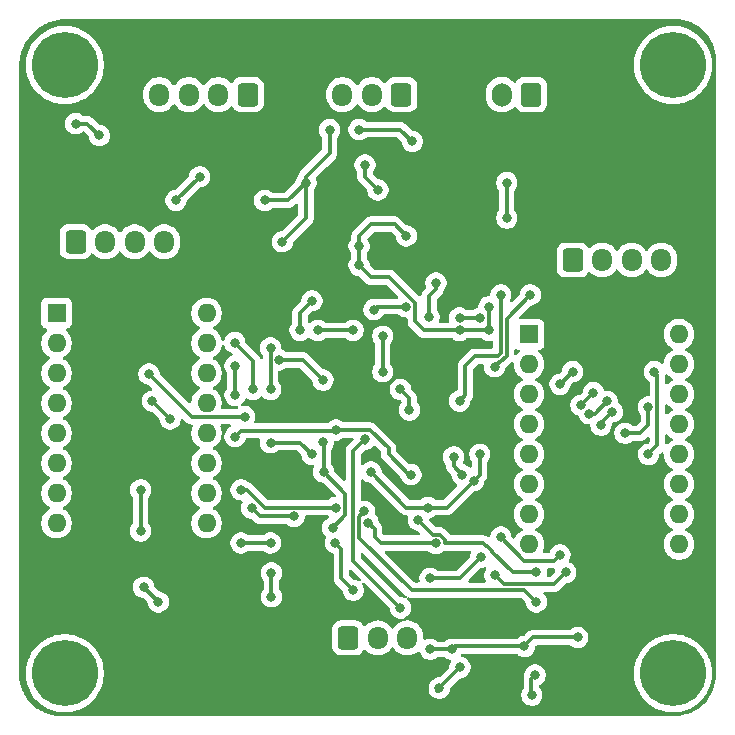
<source format=gbr>
%TF.GenerationSoftware,KiCad,Pcbnew,9.0.1*%
%TF.CreationDate,2025-05-19T14:00:56+02:00*%
%TF.ProjectId,1A_S6_Projet,31415f53-365f-4507-926f-6a65742e6b69,rev?*%
%TF.SameCoordinates,Original*%
%TF.FileFunction,Copper,L2,Bot*%
%TF.FilePolarity,Positive*%
%FSLAX46Y46*%
G04 Gerber Fmt 4.6, Leading zero omitted, Abs format (unit mm)*
G04 Created by KiCad (PCBNEW 9.0.1) date 2025-05-19 14:00:56*
%MOMM*%
%LPD*%
G01*
G04 APERTURE LIST*
G04 Aperture macros list*
%AMRoundRect*
0 Rectangle with rounded corners*
0 $1 Rounding radius*
0 $2 $3 $4 $5 $6 $7 $8 $9 X,Y pos of 4 corners*
0 Add a 4 corners polygon primitive as box body*
4,1,4,$2,$3,$4,$5,$6,$7,$8,$9,$2,$3,0*
0 Add four circle primitives for the rounded corners*
1,1,$1+$1,$2,$3*
1,1,$1+$1,$4,$5*
1,1,$1+$1,$6,$7*
1,1,$1+$1,$8,$9*
0 Add four rect primitives between the rounded corners*
20,1,$1+$1,$2,$3,$4,$5,0*
20,1,$1+$1,$4,$5,$6,$7,0*
20,1,$1+$1,$6,$7,$8,$9,0*
20,1,$1+$1,$8,$9,$2,$3,0*%
G04 Aperture macros list end*
%TA.AperFunction,ComponentPad*%
%ADD10RoundRect,0.250000X0.600000X0.725000X-0.600000X0.725000X-0.600000X-0.725000X0.600000X-0.725000X0*%
%TD*%
%TA.AperFunction,ComponentPad*%
%ADD11O,1.700000X1.950000*%
%TD*%
%TA.AperFunction,ComponentPad*%
%ADD12C,5.600000*%
%TD*%
%TA.AperFunction,ComponentPad*%
%ADD13R,1.600000X1.600000*%
%TD*%
%TA.AperFunction,ComponentPad*%
%ADD14O,1.600000X1.600000*%
%TD*%
%TA.AperFunction,ComponentPad*%
%ADD15RoundRect,0.250000X-0.600000X-0.725000X0.600000X-0.725000X0.600000X0.725000X-0.600000X0.725000X0*%
%TD*%
%TA.AperFunction,ComponentPad*%
%ADD16RoundRect,0.250000X0.600000X0.750000X-0.600000X0.750000X-0.600000X-0.750000X0.600000X-0.750000X0*%
%TD*%
%TA.AperFunction,ComponentPad*%
%ADD17O,1.700000X2.000000*%
%TD*%
%TA.AperFunction,ViaPad*%
%ADD18C,0.800000*%
%TD*%
%TA.AperFunction,Conductor*%
%ADD19C,0.300000*%
%TD*%
G04 APERTURE END LIST*
D10*
%TO.P,J4,1,Pin_1*%
%TO.N,+5V*%
X140580000Y-64540000D03*
D11*
%TO.P,J4,2,Pin_2*%
%TO.N,TRIG*%
X138080000Y-64540000D03*
%TO.P,J4,3,Pin_3*%
%TO.N,Net-(J4-Pin_3)*%
X135580000Y-64540000D03*
%TO.P,J4,4,Pin_4*%
%TO.N,GND*%
X133080000Y-64540000D03*
%TD*%
D12*
%TO.P,H3,1,1*%
%TO.N,GND*%
X176580000Y-113540000D03*
%TD*%
D13*
%TO.P,A1,1,GND*%
%TO.N,GND*%
X164380000Y-84840000D03*
D14*
%TO.P,A1,2,VDD*%
%TO.N,+3.3V*%
X164380000Y-87380000D03*
%TO.P,A1,3,1B*%
%TO.N,Net-(A1-1B)*%
X164380000Y-89920000D03*
%TO.P,A1,4,1A*%
%TO.N,Net-(A1-1A)*%
X164380000Y-92460000D03*
%TO.P,A1,5,2A*%
%TO.N,Net-(A1-2A)*%
X164380000Y-95000000D03*
%TO.P,A1,6,2B*%
%TO.N,Net-(A1-2B)*%
X164380000Y-97540000D03*
%TO.P,A1,7,GND*%
%TO.N,GND*%
X164380000Y-100080000D03*
%TO.P,A1,8,VMOT*%
%TO.N,+12V*%
X164380000Y-102620000D03*
%TO.P,A1,9,~{ENABLE}*%
%TO.N,ENABLE*%
X177080000Y-102620000D03*
%TO.P,A1,10,MS1*%
%TO.N,MS1*%
X177080000Y-100080000D03*
%TO.P,A1,11,MS2*%
%TO.N,MS2*%
X177080000Y-97540000D03*
%TO.P,A1,12,MS3*%
%TO.N,MS3*%
X177080000Y-95000000D03*
%TO.P,A1,13,~{RESET}*%
%TO.N,+3.3V*%
X177080000Y-92460000D03*
%TO.P,A1,14,~{SLEEP}*%
X177080000Y-89920000D03*
%TO.P,A1,15,STEP*%
%TO.N,STEP*%
X177080000Y-87380000D03*
%TO.P,A1,16,DIR*%
%TO.N,DIR*%
X177080000Y-84840000D03*
%TD*%
D12*
%TO.P,H2,1,1*%
%TO.N,GND*%
X176580000Y-62040000D03*
%TD*%
%TO.P,H1,1,1*%
%TO.N,GND*%
X125080000Y-62040000D03*
%TD*%
D10*
%TO.P,J2,1,Pin_1*%
%TO.N,+3.3V*%
X153580000Y-64540000D03*
D11*
%TO.P,J2,2,Pin_2*%
%TO.N,USART2_RX*%
X151080000Y-64540000D03*
%TO.P,J2,3,Pin_3*%
%TO.N,GND*%
X148580000Y-64540000D03*
%TD*%
D13*
%TO.P,A2,1,GND*%
%TO.N,GND*%
X124380000Y-83040000D03*
D14*
%TO.P,A2,2,VDD*%
%TO.N,+3.3V*%
X124380000Y-85580000D03*
%TO.P,A2,3,1B*%
%TO.N,Net-(A2-1B)*%
X124380000Y-88120000D03*
%TO.P,A2,4,1A*%
%TO.N,Net-(A2-1A)*%
X124380000Y-90660000D03*
%TO.P,A2,5,2A*%
%TO.N,Net-(A2-2A)*%
X124380000Y-93200000D03*
%TO.P,A2,6,2B*%
%TO.N,Net-(A2-2B)*%
X124380000Y-95740000D03*
%TO.P,A2,7,GND*%
%TO.N,GND*%
X124380000Y-98280000D03*
%TO.P,A2,8,VMOT*%
%TO.N,+12V*%
X124380000Y-100820000D03*
%TO.P,A2,9,~{ENABLE}*%
%TO.N,ENABLE*%
X137080000Y-100820000D03*
%TO.P,A2,10,MS1*%
%TO.N,MS1*%
X137080000Y-98280000D03*
%TO.P,A2,11,MS2*%
%TO.N,MS2*%
X137080000Y-95740000D03*
%TO.P,A2,12,MS3*%
%TO.N,MS3*%
X137080000Y-93200000D03*
%TO.P,A2,13,~{RESET}*%
%TO.N,+3.3V*%
X137080000Y-90660000D03*
%TO.P,A2,14,~{SLEEP}*%
X137080000Y-88120000D03*
%TO.P,A2,15,STEP*%
%TO.N,STEP*%
X137080000Y-85580000D03*
%TO.P,A2,16,DIR*%
%TO.N,DIR*%
X137080000Y-83040000D03*
%TD*%
D15*
%TO.P,J6,1,Pin_1*%
%TO.N,Net-(A1-1B)*%
X168080000Y-78540000D03*
D11*
%TO.P,J6,2,Pin_2*%
%TO.N,Net-(A1-1A)*%
X170580000Y-78540000D03*
%TO.P,J6,3,Pin_3*%
%TO.N,Net-(A1-2A)*%
X173080000Y-78540000D03*
%TO.P,J6,4,Pin_4*%
%TO.N,Net-(A1-2B)*%
X175580000Y-78540000D03*
%TD*%
D15*
%TO.P,J7,1,Pin_1*%
%TO.N,Net-(A2-1B)*%
X126000000Y-77000000D03*
D11*
%TO.P,J7,2,Pin_2*%
%TO.N,Net-(A2-1A)*%
X128500000Y-77000000D03*
%TO.P,J7,3,Pin_3*%
%TO.N,Net-(A2-2A)*%
X131000000Y-77000000D03*
%TO.P,J7,4,Pin_4*%
%TO.N,Net-(A2-2B)*%
X133500000Y-77000000D03*
%TD*%
D15*
%TO.P,J1,1,Pin_1*%
%TO.N,+3.3V*%
X149080000Y-110540000D03*
D11*
%TO.P,J1,2,Pin_2*%
%TO.N,USART2_TX*%
X151580000Y-110540000D03*
%TO.P,J1,3,Pin_3*%
%TO.N,GND*%
X154080000Y-110540000D03*
%TD*%
D16*
%TO.P,J8,1,Pin_1*%
%TO.N,GND*%
X164580000Y-64540000D03*
D17*
%TO.P,J8,2,Pin_2*%
%TO.N,+5V*%
X162080000Y-64540000D03*
%TD*%
D12*
%TO.P,H4,1,1*%
%TO.N,GND*%
X125080000Y-113540000D03*
%TD*%
D18*
%TO.N,MS3*%
X162000000Y-102000000D03*
X139500000Y-93500000D03*
X167000000Y-103500000D03*
X148061368Y-92938632D03*
X154386645Y-96715000D03*
%TO.N,MS1*%
X165000000Y-107500000D03*
X150440287Y-99831323D03*
X148002817Y-99501387D03*
X140000000Y-98000000D03*
%TO.N,GND*%
X128000000Y-68000000D03*
X164000000Y-111250000D03*
X155818500Y-99500000D03*
X158500000Y-84500000D03*
X154000000Y-76500000D03*
X126000000Y-67000000D03*
X146965000Y-93965000D03*
X159715000Y-97215000D03*
X145500000Y-72000000D03*
X156000000Y-111500000D03*
X149992500Y-77390000D03*
X143500000Y-77000000D03*
X161000000Y-84500000D03*
X151000000Y-96500000D03*
X149992500Y-79000000D03*
X168500000Y-110500000D03*
X160215000Y-95000000D03*
X147500000Y-67500000D03*
X147000000Y-96500000D03*
X157830000Y-111500000D03*
X147750000Y-101250000D03*
X142000000Y-73500000D03*
X161000000Y-82500000D03*
%TO.N,+3.3V*%
X158500000Y-83452500D03*
X156000000Y-105500000D03*
X142580000Y-105040000D03*
X151250000Y-82750000D03*
X160250000Y-83452500D03*
X160280331Y-103719669D03*
X149500000Y-84500000D03*
X154005000Y-82500000D03*
X142580000Y-107040000D03*
X146500000Y-84500000D03*
%TO.N,NRST*%
X150000000Y-67500000D03*
X142500000Y-89500000D03*
X142500000Y-86000000D03*
X162500000Y-75000000D03*
X162500000Y-72000000D03*
X154500000Y-68500000D03*
%TO.N,DIR*%
X146931418Y-88714319D03*
X158750000Y-96750000D03*
X158000000Y-95215000D03*
X143250000Y-87000000D03*
%TO.N,+5V*%
X148000000Y-102500000D03*
X134000000Y-92000000D03*
X142500000Y-102500000D03*
X140000000Y-102500000D03*
X136500000Y-71500000D03*
X149500000Y-106500000D03*
X132500000Y-90500000D03*
X134500000Y-73500000D03*
%TO.N,+3.3VA*%
X131500000Y-101500000D03*
X131500000Y-98000000D03*
X156790000Y-114790000D03*
X133000000Y-107500000D03*
X158540000Y-113040000D03*
X131750000Y-106250000D03*
%TO.N,Net-(A1-1A)*%
X169840331Y-89779669D03*
X168779669Y-90840331D03*
%TO.N,MS2*%
X144500000Y-100249999D03*
X140889669Y-99549669D03*
X167500000Y-105000000D03*
X150774000Y-100774000D03*
X156496483Y-102537359D03*
X161500000Y-105251000D03*
%TO.N,+12V*%
X164622930Y-115390000D03*
X174500000Y-95000000D03*
X164899791Y-113690000D03*
X175000000Y-88000000D03*
%TO.N,STEP*%
X139500000Y-90000000D03*
X174500000Y-91000000D03*
X146000000Y-95000000D03*
X139500000Y-87500000D03*
X142500000Y-94000000D03*
X172500000Y-93210000D03*
%TO.N,USART2_TX*%
X162000000Y-81500000D03*
X158500000Y-90500000D03*
X150500000Y-93714000D03*
X153500000Y-108000000D03*
%TO.N,ENABLE*%
X155000000Y-100560331D03*
X165000000Y-105000000D03*
%TO.N,Net-(SW2-B)*%
X146000000Y-82000000D03*
X145000000Y-84500000D03*
%TO.N,USART2_RX*%
X154250000Y-91250000D03*
X153500000Y-89500000D03*
X150500000Y-70500000D03*
X152000000Y-88000000D03*
X151589004Y-72607690D03*
X152000000Y-85000000D03*
%TO.N,SWDIO*%
X164500000Y-81500000D03*
X161466601Y-87587333D03*
%TO.N,ECHO*%
X140311000Y-91811000D03*
X132201000Y-88201000D03*
%TO.N,SWOCK*%
X156500000Y-80500000D03*
X155908419Y-83341581D03*
%TO.N,TRIG*%
X139469669Y-85530331D03*
X141000000Y-89500000D03*
%TO.N,Net-(A1-2A)*%
X171000000Y-90500000D03*
X169486778Y-91547440D03*
%TO.N,Net-(A1-1B)*%
X167009669Y-89070331D03*
X168080000Y-88000000D03*
%TO.N,Net-(A1-2B)*%
X170469669Y-92530331D03*
X171452451Y-91391789D03*
%TD*%
D19*
%TO.N,MS3*%
X152500000Y-94500000D02*
X152500000Y-95000000D01*
X152500000Y-95000000D02*
X154215000Y-96715000D01*
X154215000Y-96715000D02*
X154386645Y-96715000D01*
X162000000Y-102000000D02*
X164000000Y-104000000D01*
X150938632Y-92938632D02*
X152500000Y-94500000D01*
X148000000Y-93000000D02*
X140000000Y-93000000D01*
X164000000Y-104000000D02*
X166500000Y-104000000D01*
X148061368Y-92938632D02*
X150938632Y-92938632D01*
X166500000Y-104000000D02*
X167000000Y-103500000D01*
X140000000Y-93000000D02*
X139500000Y-93500000D01*
X148061368Y-92938632D02*
X148000000Y-93000000D01*
%TO.N,MS1*%
X150000000Y-100271610D02*
X150000000Y-102062075D01*
X150440287Y-99831323D02*
X150000000Y-100271610D01*
X148002817Y-99501387D02*
X148001387Y-99501387D01*
X148000000Y-99500000D02*
X142000000Y-99500000D01*
X140500000Y-98000000D02*
X140000000Y-98000000D01*
X154437925Y-106500000D02*
X164000000Y-106500000D01*
X148001387Y-99501387D02*
X148000000Y-99500000D01*
X142000000Y-99500000D02*
X140500000Y-98000000D01*
X150000000Y-102062075D02*
X154437925Y-106500000D01*
X164000000Y-106500000D02*
X165000000Y-107500000D01*
%TO.N,GND*%
X154756000Y-83744000D02*
X155512000Y-84500000D01*
X161000000Y-84500000D02*
X158500000Y-84500000D01*
X160215000Y-96715000D02*
X160215000Y-95000000D01*
X145500000Y-72000000D02*
X145500000Y-71500000D01*
X157430000Y-99500000D02*
X155818500Y-99500000D01*
X145500000Y-71500000D02*
X147500000Y-69500000D01*
X150992500Y-80000000D02*
X152567075Y-80000000D01*
X154000000Y-99500000D02*
X155818500Y-99500000D01*
X147750000Y-101250000D02*
X148825144Y-100174856D01*
X149992500Y-79000000D02*
X149992500Y-77390000D01*
X155512000Y-84500000D02*
X158500000Y-84500000D01*
X149992500Y-77390000D02*
X149992500Y-76507500D01*
X143500000Y-77000000D02*
X145500000Y-75000000D01*
X159715000Y-97215000D02*
X157430000Y-99500000D01*
X164000000Y-111250000D02*
X158080000Y-111250000D01*
X148825144Y-100174856D02*
X148825144Y-98325144D01*
X142000000Y-73500000D02*
X144000000Y-73500000D01*
X159715000Y-97215000D02*
X160215000Y-96715000D01*
X148825144Y-98325144D02*
X147000000Y-96500000D01*
X161000000Y-84500000D02*
X161000000Y-82500000D01*
X164000000Y-111250000D02*
X164750000Y-110500000D01*
X147000000Y-94000000D02*
X147000000Y-96500000D01*
X144000000Y-73500000D02*
X145500000Y-72000000D01*
X149992500Y-76507500D02*
X151000000Y-75500000D01*
X152567075Y-80000000D02*
X154756000Y-82188925D01*
X147500000Y-67500000D02*
X147500000Y-69500000D01*
X127000000Y-67000000D02*
X126000000Y-67000000D01*
X149992500Y-79000000D02*
X150992500Y-80000000D01*
X154756000Y-82188925D02*
X154756000Y-83744000D01*
X151000000Y-75500000D02*
X153000000Y-75500000D01*
X128000000Y-68000000D02*
X127000000Y-67000000D01*
X157830000Y-111500000D02*
X156000000Y-111500000D01*
X158080000Y-111250000D02*
X157830000Y-111500000D01*
X145500000Y-75000000D02*
X145500000Y-72000000D01*
X146965000Y-93965000D02*
X147000000Y-94000000D01*
X164750000Y-110500000D02*
X168500000Y-110500000D01*
X151000000Y-96500000D02*
X154000000Y-99500000D01*
X153000000Y-75500000D02*
X154000000Y-76500000D01*
%TO.N,+3.3V*%
X160250000Y-83452500D02*
X158500000Y-83452500D01*
X158500000Y-105500000D02*
X156000000Y-105500000D01*
X151500000Y-82500000D02*
X154005000Y-82500000D01*
X142580000Y-107040000D02*
X142580000Y-105040000D01*
X149500000Y-84500000D02*
X146500000Y-84500000D01*
X160280331Y-103719669D02*
X158500000Y-105500000D01*
X151250000Y-82750000D02*
X151500000Y-82500000D01*
%TO.N,NRST*%
X153500000Y-67500000D02*
X150000000Y-67500000D01*
X154500000Y-68500000D02*
X153500000Y-67500000D01*
X142500000Y-86000000D02*
X142500000Y-89500000D01*
X162500000Y-75000000D02*
X162500000Y-72000000D01*
%TO.N,DIR*%
X146931418Y-88714319D02*
X147000000Y-88645737D01*
X146862836Y-88645737D02*
X145217099Y-87000000D01*
X158000000Y-95215000D02*
X158000000Y-96000000D01*
X147000000Y-88645737D02*
X146862836Y-88645737D01*
X145217099Y-87000000D02*
X143250000Y-87000000D01*
X158000000Y-96000000D02*
X158750000Y-96750000D01*
%TO.N,+5V*%
X140000000Y-102500000D02*
X142000000Y-102500000D01*
X149500000Y-106500000D02*
X148500000Y-105500000D01*
X148500000Y-105500000D02*
X148500000Y-104500000D01*
X148500000Y-104500000D02*
X148500000Y-103000000D01*
X134000000Y-92000000D02*
X132500000Y-90500000D01*
X134500000Y-73500000D02*
X136500000Y-71500000D01*
X142000000Y-102500000D02*
X142500000Y-102500000D01*
X148500000Y-103000000D02*
X148000000Y-102500000D01*
%TO.N,+3.3VA*%
X156790000Y-114790000D02*
X156580000Y-115000000D01*
X158540000Y-113040000D02*
X156790000Y-114790000D01*
X131500000Y-101500000D02*
X131500000Y-98000000D01*
X133000000Y-107500000D02*
X131750000Y-106250000D01*
%TO.N,Net-(A1-1A)*%
X169840331Y-89779669D02*
X168779669Y-90840331D01*
%TO.N,MS2*%
X164939925Y-106000000D02*
X166500000Y-106000000D01*
X151317500Y-102000000D02*
X151317500Y-101317500D01*
X144500000Y-100249999D02*
X141589999Y-100249999D01*
X164938925Y-105999000D02*
X164939925Y-106000000D01*
X156459124Y-102500000D02*
X151817500Y-102500000D01*
X151817500Y-102500000D02*
X151317500Y-102000000D01*
X151317500Y-101317500D02*
X150774000Y-100774000D01*
X166500000Y-106000000D02*
X167500000Y-105000000D01*
X140939338Y-99500000D02*
X140889669Y-99549669D01*
X161500000Y-105251000D02*
X162248000Y-105999000D01*
X156496483Y-102537359D02*
X156459124Y-102500000D01*
X162248000Y-105999000D02*
X164938925Y-105999000D01*
X141589999Y-100249999D02*
X140889669Y-99549669D01*
%TO.N,+12V*%
X164580000Y-114009791D02*
X164899791Y-113690000D01*
X164622930Y-115082930D02*
X164580000Y-115040000D01*
X175251000Y-94249000D02*
X174500000Y-95000000D01*
X164622930Y-115390000D02*
X164622930Y-115082930D01*
X164580000Y-115040000D02*
X164580000Y-114009791D01*
X175000000Y-88000000D02*
X175251000Y-88251000D01*
X175251000Y-88251000D02*
X175251000Y-94249000D01*
%TO.N,STEP*%
X174500000Y-92500000D02*
X174500000Y-91000000D01*
X146000000Y-95000000D02*
X145000000Y-94000000D01*
X172500000Y-93210000D02*
X173790000Y-93210000D01*
X173790000Y-93210000D02*
X174500000Y-92500000D01*
X145000000Y-94000000D02*
X142500000Y-94000000D01*
X139500000Y-90000000D02*
X139500000Y-87500000D01*
%TO.N,USART2_TX*%
X159000000Y-87500000D02*
X159000000Y-88000000D01*
X161999000Y-83292480D02*
X161999000Y-86438925D01*
X153500000Y-108000000D02*
X149500000Y-104000000D01*
X161749000Y-86688925D02*
X159811075Y-86688925D01*
X162000000Y-81500000D02*
X162000000Y-83291479D01*
X158500000Y-90500000D02*
X159000000Y-90000000D01*
X161999000Y-86438925D02*
X161749000Y-86688925D01*
X149500000Y-94714000D02*
X150500000Y-93714000D01*
X162000000Y-83291479D02*
X161999000Y-83292480D01*
X159811075Y-86688925D02*
X159000000Y-87500000D01*
X159000000Y-90000000D02*
X159000000Y-88000000D01*
X150500000Y-93714000D02*
X150500000Y-94000000D01*
X149500000Y-104000000D02*
X149500000Y-94714000D01*
%TO.N,ENABLE*%
X161251000Y-103251000D02*
X163000000Y-105000000D01*
X160811075Y-102749000D02*
X161251000Y-103188925D01*
X156226028Y-101786359D02*
X156807558Y-101786359D01*
X157247483Y-102226284D02*
X157247483Y-102500000D01*
X156807558Y-101786359D02*
X157247483Y-102226284D01*
X161251000Y-103188925D02*
X161251000Y-103251000D01*
X155000000Y-100560331D02*
X156226028Y-101786359D01*
X157247483Y-102500000D02*
X160500000Y-102500000D01*
X160749000Y-102749000D02*
X160811075Y-102749000D01*
X163000000Y-105000000D02*
X165000000Y-105000000D01*
X160500000Y-102500000D02*
X160749000Y-102749000D01*
%TO.N,Net-(SW2-B)*%
X146000000Y-82000000D02*
X145000000Y-83000000D01*
X145000000Y-83000000D02*
X145000000Y-84500000D01*
%TO.N,USART2_RX*%
X150500000Y-71500000D02*
X151589004Y-72589004D01*
X153500000Y-89500000D02*
X154250000Y-90250000D01*
X150500000Y-70500000D02*
X150500000Y-71500000D01*
X154250000Y-90250000D02*
X154250000Y-91250000D01*
X152000000Y-85000000D02*
X152000000Y-88000000D01*
X151589004Y-72589004D02*
X151589004Y-72607690D01*
%TO.N,SWDIO*%
X161956521Y-87189925D02*
X162500000Y-86646445D01*
X162500000Y-86646445D02*
X162500000Y-83500000D01*
X162500000Y-83500000D02*
X164500000Y-81500000D01*
X161466601Y-87587333D02*
X161864009Y-87189925D01*
X161864009Y-87189925D02*
X161956521Y-87189925D01*
%TO.N,ECHO*%
X140311000Y-91811000D02*
X135811000Y-91811000D01*
X132201000Y-88201000D02*
X135811000Y-91811000D01*
%TO.N,SWOCK*%
X155908419Y-81591581D02*
X155908419Y-83341581D01*
X156500000Y-81000000D02*
X155908419Y-81591581D01*
X156500000Y-80500000D02*
X156500000Y-81000000D01*
%TO.N,TRIG*%
X141000000Y-87060662D02*
X141000000Y-89500000D01*
X139469669Y-85530331D02*
X141000000Y-87060662D01*
%TO.N,Net-(A1-2A)*%
X171000000Y-90500000D02*
X169952560Y-91547440D01*
X169952560Y-91547440D02*
X169486778Y-91547440D01*
%TO.N,Net-(A1-1B)*%
X167009669Y-89070331D02*
X168080000Y-88000000D01*
%TO.N,Net-(A1-2B)*%
X170469669Y-92374571D02*
X170469669Y-92530331D01*
X171452451Y-91391789D02*
X170469669Y-92374571D01*
%TD*%
%TA.AperFunction,NonConductor*%
G36*
X176730559Y-58128149D02*
G01*
X177064455Y-58144555D01*
X177076561Y-58145747D01*
X177404233Y-58194355D01*
X177416132Y-58196722D01*
X177737482Y-58277218D01*
X177749096Y-58280742D01*
X178060997Y-58392343D01*
X178072217Y-58396991D01*
X178371665Y-58538621D01*
X178382375Y-58544345D01*
X178666514Y-58714654D01*
X178676616Y-58721404D01*
X178942696Y-58918744D01*
X178952066Y-58926434D01*
X179197523Y-59148904D01*
X179206120Y-59157502D01*
X179428563Y-59402932D01*
X179436283Y-59412338D01*
X179633606Y-59678398D01*
X179640367Y-59688517D01*
X179810654Y-59972628D01*
X179816390Y-59983359D01*
X179958014Y-60282798D01*
X179962671Y-60294041D01*
X180074262Y-60605920D01*
X180077794Y-60617564D01*
X180158279Y-60938877D01*
X180160653Y-60950813D01*
X180209254Y-61278462D01*
X180210447Y-61290571D01*
X180217347Y-61431005D01*
X180226882Y-61625113D01*
X180227031Y-61631168D01*
X180227031Y-113624448D01*
X180226882Y-113630533D01*
X180210478Y-113964429D01*
X180209285Y-113976538D01*
X180160682Y-114304196D01*
X180158308Y-114316131D01*
X180077825Y-114637441D01*
X180074293Y-114649086D01*
X179962700Y-114960970D01*
X179958043Y-114972213D01*
X179816417Y-115271658D01*
X179810680Y-115282390D01*
X179640390Y-115566503D01*
X179633630Y-115576620D01*
X179436311Y-115842676D01*
X179428591Y-115852083D01*
X179206147Y-116097514D01*
X179197542Y-116106119D01*
X178952096Y-116328579D01*
X178942690Y-116336298D01*
X178676644Y-116533613D01*
X178666526Y-116540374D01*
X178382405Y-116710672D01*
X178371673Y-116716408D01*
X178072240Y-116858031D01*
X178060998Y-116862688D01*
X177749120Y-116974282D01*
X177737476Y-116977815D01*
X177577744Y-117017827D01*
X177416153Y-117058304D01*
X177404221Y-117060678D01*
X177076566Y-117109282D01*
X177064457Y-117110475D01*
X176741715Y-117126333D01*
X176731189Y-117126851D01*
X176725105Y-117127000D01*
X124801027Y-117127000D01*
X124793422Y-117126999D01*
X124793419Y-117126999D01*
X124763047Y-117126999D01*
X124730574Y-117126999D01*
X124730573Y-117126998D01*
X124724492Y-117126850D01*
X124390599Y-117110449D01*
X124378489Y-117109256D01*
X124050838Y-117060656D01*
X124038903Y-117058282D01*
X123717590Y-116977798D01*
X123705945Y-116974265D01*
X123394077Y-116862677D01*
X123382838Y-116858022D01*
X123144833Y-116745454D01*
X123083389Y-116716393D01*
X123072657Y-116710656D01*
X122788546Y-116540366D01*
X122778428Y-116533605D01*
X122769812Y-116527215D01*
X122512375Y-116336284D01*
X122502973Y-116328568D01*
X122460972Y-116290500D01*
X122257543Y-116106119D01*
X122248938Y-116097514D01*
X122026495Y-115852081D01*
X122018775Y-115842674D01*
X121999398Y-115816547D01*
X121905918Y-115690500D01*
X121821460Y-115576618D01*
X121814700Y-115566501D01*
X121644408Y-115282379D01*
X121638672Y-115271646D01*
X121623160Y-115238848D01*
X121497054Y-114972209D01*
X121492401Y-114960974D01*
X121489493Y-114952847D01*
X121380813Y-114649086D01*
X121377283Y-114637447D01*
X121296804Y-114316128D01*
X121294434Y-114304214D01*
X121245836Y-113976542D01*
X121244644Y-113964441D01*
X121244643Y-113964429D01*
X121228180Y-113629142D01*
X121228031Y-113623061D01*
X121228031Y-113614034D01*
X121228033Y-113561620D01*
X121228031Y-113561612D01*
X121228031Y-113377860D01*
X121779500Y-113377860D01*
X121779500Y-113702139D01*
X121811284Y-114024857D01*
X121811287Y-114024874D01*
X121874545Y-114342902D01*
X121874548Y-114342913D01*
X121874550Y-114342922D01*
X121874551Y-114342923D01*
X121883898Y-114373736D01*
X121968686Y-114653247D01*
X122092786Y-114952849D01*
X122092788Y-114952854D01*
X122245646Y-115238830D01*
X122245657Y-115238848D01*
X122291948Y-115308127D01*
X122423679Y-115505277D01*
X122425811Y-115508467D01*
X122425821Y-115508481D01*
X122631546Y-115759158D01*
X122860841Y-115988453D01*
X122860846Y-115988457D01*
X122860847Y-115988458D01*
X123111524Y-116194183D01*
X123381158Y-116374347D01*
X123381167Y-116374352D01*
X123381169Y-116374353D01*
X123667145Y-116527211D01*
X123667147Y-116527211D01*
X123667153Y-116527215D01*
X123966754Y-116651314D01*
X124277077Y-116745449D01*
X124277083Y-116745450D01*
X124277086Y-116745451D01*
X124277097Y-116745454D01*
X124476528Y-116785122D01*
X124595132Y-116808714D01*
X124917857Y-116840500D01*
X124917860Y-116840500D01*
X125242140Y-116840500D01*
X125242143Y-116840500D01*
X125564868Y-116808714D01*
X125722295Y-116777399D01*
X125882902Y-116745454D01*
X125882913Y-116745451D01*
X125882913Y-116745450D01*
X125882923Y-116745449D01*
X126193246Y-116651314D01*
X126492847Y-116527215D01*
X126778842Y-116374347D01*
X127048476Y-116194183D01*
X127299153Y-115988458D01*
X127528458Y-115759153D01*
X127734183Y-115508476D01*
X127914347Y-115238842D01*
X128067215Y-114952847D01*
X128191314Y-114653246D01*
X128285449Y-114342923D01*
X128285451Y-114342913D01*
X128285454Y-114342902D01*
X128317399Y-114182295D01*
X128348714Y-114024868D01*
X128380500Y-113702143D01*
X128380500Y-113377857D01*
X128348714Y-113055132D01*
X128316263Y-112891990D01*
X128285454Y-112737097D01*
X128285451Y-112737086D01*
X128285450Y-112737083D01*
X128285449Y-112737077D01*
X128191314Y-112426754D01*
X128067215Y-112127153D01*
X128063006Y-112119279D01*
X127914353Y-111841169D01*
X127914352Y-111841167D01*
X127914347Y-111841158D01*
X127734183Y-111571524D01*
X127528458Y-111320847D01*
X127528457Y-111320846D01*
X127528453Y-111320841D01*
X127299158Y-111091546D01*
X127048481Y-110885821D01*
X127048480Y-110885820D01*
X127048476Y-110885817D01*
X126778842Y-110705653D01*
X126778837Y-110705650D01*
X126778830Y-110705646D01*
X126492854Y-110552788D01*
X126492849Y-110552786D01*
X126193247Y-110428686D01*
X125882913Y-110334548D01*
X125882902Y-110334545D01*
X125564874Y-110271287D01*
X125564857Y-110271284D01*
X125320812Y-110247248D01*
X125242143Y-110239500D01*
X124917857Y-110239500D01*
X124845099Y-110246666D01*
X124595142Y-110271284D01*
X124595125Y-110271287D01*
X124277097Y-110334545D01*
X124277086Y-110334548D01*
X123966752Y-110428686D01*
X123667150Y-110552786D01*
X123667145Y-110552788D01*
X123381169Y-110705646D01*
X123381151Y-110705657D01*
X123111532Y-110885811D01*
X123111518Y-110885821D01*
X122860841Y-111091546D01*
X122631546Y-111320841D01*
X122425821Y-111571518D01*
X122425811Y-111571532D01*
X122245657Y-111841151D01*
X122245646Y-111841169D01*
X122092788Y-112127145D01*
X122092786Y-112127150D01*
X121968686Y-112426752D01*
X121874548Y-112737086D01*
X121874545Y-112737097D01*
X121811287Y-113055125D01*
X121811284Y-113055142D01*
X121779500Y-113377860D01*
X121228031Y-113377860D01*
X121228031Y-106161304D01*
X130849500Y-106161304D01*
X130849500Y-106338695D01*
X130884103Y-106512658D01*
X130884106Y-106512667D01*
X130951983Y-106676540D01*
X130951990Y-106676553D01*
X131050535Y-106824034D01*
X131050538Y-106824038D01*
X131175961Y-106949461D01*
X131175965Y-106949464D01*
X131323446Y-107048009D01*
X131323459Y-107048016D01*
X131446363Y-107098923D01*
X131487334Y-107115894D01*
X131487336Y-107115894D01*
X131487341Y-107115896D01*
X131661304Y-107150499D01*
X131661307Y-107150500D01*
X131661309Y-107150500D01*
X131679192Y-107150500D01*
X131746231Y-107170185D01*
X131766873Y-107186819D01*
X132063181Y-107483127D01*
X132096666Y-107544450D01*
X132099500Y-107570808D01*
X132099500Y-107588695D01*
X132134103Y-107762658D01*
X132134106Y-107762667D01*
X132201983Y-107926540D01*
X132201990Y-107926553D01*
X132300535Y-108074034D01*
X132300538Y-108074038D01*
X132425961Y-108199461D01*
X132425965Y-108199464D01*
X132573446Y-108298009D01*
X132573459Y-108298016D01*
X132696363Y-108348923D01*
X132737334Y-108365894D01*
X132737336Y-108365894D01*
X132737341Y-108365896D01*
X132911304Y-108400499D01*
X132911307Y-108400500D01*
X132911309Y-108400500D01*
X133088693Y-108400500D01*
X133088694Y-108400499D01*
X133146682Y-108388964D01*
X133262658Y-108365896D01*
X133262661Y-108365894D01*
X133262666Y-108365894D01*
X133426547Y-108298013D01*
X133574035Y-108199464D01*
X133699464Y-108074035D01*
X133798013Y-107926547D01*
X133865894Y-107762666D01*
X133870510Y-107739464D01*
X133900499Y-107588695D01*
X133900500Y-107588693D01*
X133900500Y-107411306D01*
X133900499Y-107411304D01*
X133865896Y-107237341D01*
X133865893Y-107237332D01*
X133798016Y-107073459D01*
X133798009Y-107073446D01*
X133699464Y-106925965D01*
X133699461Y-106925961D01*
X133574038Y-106800538D01*
X133574034Y-106800535D01*
X133426553Y-106701990D01*
X133426540Y-106701983D01*
X133262667Y-106634106D01*
X133262658Y-106634103D01*
X133088694Y-106599500D01*
X133088691Y-106599500D01*
X133070808Y-106599500D01*
X133003769Y-106579815D01*
X132983127Y-106563181D01*
X132686819Y-106266873D01*
X132653334Y-106205550D01*
X132650500Y-106179192D01*
X132650500Y-106161306D01*
X132650499Y-106161304D01*
X132615896Y-105987341D01*
X132615893Y-105987332D01*
X132548016Y-105823459D01*
X132548009Y-105823446D01*
X132449464Y-105675965D01*
X132449461Y-105675961D01*
X132324038Y-105550538D01*
X132324034Y-105550535D01*
X132176553Y-105451990D01*
X132176540Y-105451983D01*
X132012667Y-105384106D01*
X132012658Y-105384103D01*
X131838694Y-105349500D01*
X131838691Y-105349500D01*
X131661309Y-105349500D01*
X131661306Y-105349500D01*
X131487341Y-105384103D01*
X131487332Y-105384106D01*
X131323459Y-105451983D01*
X131323446Y-105451990D01*
X131175965Y-105550535D01*
X131175961Y-105550538D01*
X131050538Y-105675961D01*
X131050535Y-105675965D01*
X130951990Y-105823446D01*
X130951983Y-105823459D01*
X130884106Y-105987332D01*
X130884103Y-105987341D01*
X130849500Y-106161304D01*
X121228031Y-106161304D01*
X121228031Y-104951304D01*
X141679500Y-104951304D01*
X141679500Y-105128695D01*
X141714103Y-105302658D01*
X141714106Y-105302667D01*
X141781983Y-105466540D01*
X141781990Y-105466553D01*
X141880534Y-105614033D01*
X141880535Y-105614034D01*
X141880536Y-105614035D01*
X141893180Y-105626679D01*
X141926665Y-105687999D01*
X141929500Y-105714361D01*
X141929500Y-106365638D01*
X141909815Y-106432677D01*
X141893181Y-106453319D01*
X141880538Y-106465961D01*
X141880535Y-106465965D01*
X141781990Y-106613446D01*
X141781983Y-106613459D01*
X141714106Y-106777332D01*
X141714103Y-106777341D01*
X141679500Y-106951304D01*
X141679500Y-107128695D01*
X141714103Y-107302658D01*
X141714106Y-107302667D01*
X141781983Y-107466540D01*
X141781990Y-107466553D01*
X141880535Y-107614034D01*
X141880538Y-107614038D01*
X142005961Y-107739461D01*
X142005965Y-107739464D01*
X142153446Y-107838009D01*
X142153459Y-107838016D01*
X142276363Y-107888923D01*
X142317334Y-107905894D01*
X142317336Y-107905894D01*
X142317341Y-107905896D01*
X142491304Y-107940499D01*
X142491307Y-107940500D01*
X142491309Y-107940500D01*
X142668693Y-107940500D01*
X142668694Y-107940499D01*
X142738872Y-107926540D01*
X142842658Y-107905896D01*
X142842661Y-107905894D01*
X142842666Y-107905894D01*
X143006547Y-107838013D01*
X143154035Y-107739464D01*
X143279464Y-107614035D01*
X143378013Y-107466547D01*
X143445894Y-107302666D01*
X143446821Y-107298009D01*
X143480499Y-107128695D01*
X143480500Y-107128693D01*
X143480500Y-106951306D01*
X143480499Y-106951304D01*
X143445896Y-106777341D01*
X143445893Y-106777332D01*
X143378016Y-106613459D01*
X143378009Y-106613446D01*
X143279464Y-106465965D01*
X143279461Y-106465961D01*
X143266819Y-106453319D01*
X143233334Y-106391996D01*
X143230500Y-106365638D01*
X143230500Y-105714361D01*
X143250185Y-105647322D01*
X143266816Y-105626682D01*
X143279464Y-105614035D01*
X143378013Y-105466547D01*
X143445894Y-105302666D01*
X143453851Y-105262667D01*
X143480499Y-105128695D01*
X143480500Y-105128693D01*
X143480500Y-104951306D01*
X143480499Y-104951304D01*
X143445896Y-104777341D01*
X143445893Y-104777332D01*
X143378016Y-104613459D01*
X143378009Y-104613446D01*
X143279464Y-104465965D01*
X143279461Y-104465961D01*
X143154038Y-104340538D01*
X143154034Y-104340535D01*
X143006553Y-104241990D01*
X143006540Y-104241983D01*
X142842667Y-104174106D01*
X142842658Y-104174103D01*
X142668694Y-104139500D01*
X142668691Y-104139500D01*
X142491309Y-104139500D01*
X142491306Y-104139500D01*
X142317341Y-104174103D01*
X142317332Y-104174106D01*
X142153459Y-104241983D01*
X142153446Y-104241990D01*
X142005965Y-104340535D01*
X142005961Y-104340538D01*
X141880538Y-104465961D01*
X141880535Y-104465965D01*
X141781990Y-104613446D01*
X141781983Y-104613459D01*
X141714106Y-104777332D01*
X141714103Y-104777341D01*
X141679500Y-104951304D01*
X121228031Y-104951304D01*
X121228031Y-102411304D01*
X139099500Y-102411304D01*
X139099500Y-102588695D01*
X139134103Y-102762658D01*
X139134106Y-102762667D01*
X139201983Y-102926540D01*
X139201990Y-102926553D01*
X139300535Y-103074034D01*
X139300538Y-103074038D01*
X139425961Y-103199461D01*
X139425965Y-103199464D01*
X139573446Y-103298009D01*
X139573459Y-103298016D01*
X139684964Y-103344202D01*
X139737334Y-103365894D01*
X139737336Y-103365894D01*
X139737341Y-103365896D01*
X139911304Y-103400499D01*
X139911307Y-103400500D01*
X139911309Y-103400500D01*
X140088693Y-103400500D01*
X140088694Y-103400499D01*
X140150502Y-103388205D01*
X140262658Y-103365896D01*
X140262661Y-103365894D01*
X140262666Y-103365894D01*
X140417863Y-103301610D01*
X140426540Y-103298016D01*
X140426540Y-103298015D01*
X140426547Y-103298013D01*
X140574035Y-103199464D01*
X140574038Y-103199461D01*
X140586681Y-103186819D01*
X140648004Y-103153334D01*
X140674362Y-103150500D01*
X141825638Y-103150500D01*
X141892677Y-103170185D01*
X141913319Y-103186819D01*
X141925961Y-103199461D01*
X141925965Y-103199464D01*
X142073446Y-103298009D01*
X142073459Y-103298016D01*
X142184964Y-103344202D01*
X142237334Y-103365894D01*
X142237336Y-103365894D01*
X142237341Y-103365896D01*
X142411304Y-103400499D01*
X142411307Y-103400500D01*
X142411309Y-103400500D01*
X142588693Y-103400500D01*
X142588694Y-103400499D01*
X142650502Y-103388205D01*
X142762658Y-103365896D01*
X142762661Y-103365894D01*
X142762666Y-103365894D01*
X142917863Y-103301610D01*
X142926540Y-103298016D01*
X142926540Y-103298015D01*
X142926547Y-103298013D01*
X143074035Y-103199464D01*
X143199464Y-103074035D01*
X143298013Y-102926547D01*
X143365894Y-102762666D01*
X143400500Y-102588691D01*
X143400500Y-102411309D01*
X143400500Y-102411306D01*
X143400499Y-102411304D01*
X143365896Y-102237341D01*
X143365893Y-102237332D01*
X143359525Y-102221959D01*
X143317615Y-102120776D01*
X143298016Y-102073459D01*
X143298009Y-102073446D01*
X143199464Y-101925965D01*
X143199461Y-101925961D01*
X143074038Y-101800538D01*
X143074034Y-101800535D01*
X142926553Y-101701990D01*
X142926540Y-101701983D01*
X142762667Y-101634106D01*
X142762658Y-101634103D01*
X142588694Y-101599500D01*
X142588691Y-101599500D01*
X142411309Y-101599500D01*
X142411306Y-101599500D01*
X142237341Y-101634103D01*
X142237332Y-101634106D01*
X142073459Y-101701983D01*
X142073446Y-101701990D01*
X141925965Y-101800535D01*
X141925961Y-101800538D01*
X141913319Y-101813181D01*
X141851996Y-101846666D01*
X141825638Y-101849500D01*
X140674362Y-101849500D01*
X140607323Y-101829815D01*
X140586681Y-101813181D01*
X140574038Y-101800538D01*
X140574034Y-101800535D01*
X140426553Y-101701990D01*
X140426540Y-101701983D01*
X140262667Y-101634106D01*
X140262658Y-101634103D01*
X140088694Y-101599500D01*
X140088691Y-101599500D01*
X139911309Y-101599500D01*
X139911306Y-101599500D01*
X139737341Y-101634103D01*
X139737332Y-101634106D01*
X139573459Y-101701983D01*
X139573446Y-101701990D01*
X139425965Y-101800535D01*
X139425961Y-101800538D01*
X139300538Y-101925961D01*
X139300535Y-101925965D01*
X139201990Y-102073446D01*
X139201983Y-102073459D01*
X139134106Y-102237332D01*
X139134103Y-102237341D01*
X139099500Y-102411304D01*
X121228031Y-102411304D01*
X121228031Y-82192135D01*
X123079500Y-82192135D01*
X123079500Y-83887870D01*
X123079501Y-83887876D01*
X123085908Y-83947483D01*
X123136202Y-84082328D01*
X123136206Y-84082335D01*
X123222452Y-84197544D01*
X123222455Y-84197547D01*
X123337664Y-84283793D01*
X123337671Y-84283797D01*
X123373162Y-84297034D01*
X123472517Y-84334091D01*
X123509441Y-84338060D01*
X123573989Y-84364796D01*
X123613838Y-84422188D01*
X123616333Y-84492013D01*
X123580681Y-84552102D01*
X123569071Y-84561666D01*
X123532784Y-84588030D01*
X123388028Y-84732786D01*
X123267715Y-84898386D01*
X123174781Y-85080776D01*
X123111522Y-85275465D01*
X123085203Y-85441640D01*
X123079500Y-85477648D01*
X123079500Y-85682352D01*
X123080376Y-85687883D01*
X123111522Y-85884534D01*
X123174781Y-86079223D01*
X123237335Y-86201990D01*
X123260053Y-86246577D01*
X123267715Y-86261613D01*
X123388028Y-86427213D01*
X123532786Y-86571971D01*
X123673717Y-86674361D01*
X123698390Y-86692287D01*
X123786798Y-86737333D01*
X123791080Y-86739515D01*
X123841876Y-86787490D01*
X123858671Y-86855311D01*
X123836134Y-86921446D01*
X123791080Y-86960485D01*
X123698386Y-87007715D01*
X123532786Y-87128028D01*
X123388028Y-87272786D01*
X123267715Y-87438386D01*
X123174781Y-87620776D01*
X123111522Y-87815465D01*
X123079500Y-88017648D01*
X123079500Y-88222351D01*
X123111522Y-88424534D01*
X123174781Y-88619223D01*
X123223471Y-88714780D01*
X123267165Y-88800535D01*
X123267715Y-88801613D01*
X123388028Y-88967213D01*
X123532786Y-89111971D01*
X123650859Y-89197754D01*
X123698390Y-89232287D01*
X123789840Y-89278883D01*
X123791080Y-89279515D01*
X123841876Y-89327490D01*
X123858671Y-89395311D01*
X123836134Y-89461446D01*
X123791080Y-89500485D01*
X123698386Y-89547715D01*
X123532786Y-89668028D01*
X123388028Y-89812786D01*
X123267715Y-89978386D01*
X123174781Y-90160776D01*
X123111522Y-90355465D01*
X123079500Y-90557648D01*
X123079500Y-90762352D01*
X123079550Y-90762666D01*
X123111522Y-90964534D01*
X123174781Y-91159223D01*
X123267715Y-91341613D01*
X123388028Y-91507213D01*
X123532786Y-91651971D01*
X123687749Y-91764556D01*
X123698390Y-91772287D01*
X123772610Y-91810104D01*
X123791080Y-91819515D01*
X123841876Y-91867490D01*
X123858671Y-91935311D01*
X123836134Y-92001446D01*
X123791080Y-92040485D01*
X123698386Y-92087715D01*
X123532786Y-92208028D01*
X123388028Y-92352786D01*
X123267715Y-92518386D01*
X123174781Y-92700776D01*
X123111522Y-92895465D01*
X123083333Y-93073446D01*
X123079500Y-93097648D01*
X123079500Y-93302352D01*
X123083298Y-93326334D01*
X123111522Y-93504534D01*
X123174781Y-93699223D01*
X123267715Y-93881613D01*
X123388028Y-94047213D01*
X123532786Y-94191971D01*
X123680557Y-94299331D01*
X123698390Y-94312287D01*
X123789840Y-94358883D01*
X123791080Y-94359515D01*
X123841876Y-94407490D01*
X123858671Y-94475311D01*
X123836134Y-94541446D01*
X123791080Y-94580485D01*
X123698386Y-94627715D01*
X123532786Y-94748028D01*
X123388028Y-94892786D01*
X123267715Y-95058386D01*
X123174781Y-95240776D01*
X123111522Y-95435465D01*
X123089575Y-95574035D01*
X123079500Y-95637648D01*
X123079500Y-95842352D01*
X123081371Y-95854165D01*
X123111522Y-96044534D01*
X123174781Y-96239223D01*
X123223471Y-96334780D01*
X123264177Y-96414671D01*
X123267715Y-96421613D01*
X123388028Y-96587213D01*
X123532786Y-96731971D01*
X123679682Y-96838695D01*
X123698390Y-96852287D01*
X123789840Y-96898883D01*
X123791080Y-96899515D01*
X123841876Y-96947490D01*
X123858671Y-97015311D01*
X123836134Y-97081446D01*
X123791080Y-97120485D01*
X123698386Y-97167715D01*
X123532786Y-97288028D01*
X123388028Y-97432786D01*
X123267715Y-97598386D01*
X123174781Y-97780776D01*
X123111522Y-97975465D01*
X123079500Y-98177648D01*
X123079500Y-98382351D01*
X123111522Y-98584534D01*
X123174781Y-98779223D01*
X123267715Y-98961613D01*
X123388028Y-99127213D01*
X123532786Y-99271971D01*
X123687749Y-99384556D01*
X123698390Y-99392287D01*
X123789840Y-99438883D01*
X123791080Y-99439515D01*
X123841876Y-99487490D01*
X123858671Y-99555311D01*
X123836134Y-99621446D01*
X123791080Y-99660485D01*
X123698386Y-99707715D01*
X123532786Y-99828028D01*
X123388028Y-99972786D01*
X123267715Y-100138386D01*
X123174781Y-100320776D01*
X123111522Y-100515465D01*
X123079500Y-100717648D01*
X123079500Y-100922351D01*
X123111522Y-101124534D01*
X123174781Y-101319223D01*
X123223471Y-101414780D01*
X123256576Y-101479753D01*
X123267715Y-101501613D01*
X123388028Y-101667213D01*
X123532786Y-101811971D01*
X123669509Y-101911304D01*
X123698390Y-101932287D01*
X123813320Y-101990847D01*
X123880776Y-102025218D01*
X123880778Y-102025218D01*
X123880781Y-102025220D01*
X123980181Y-102057517D01*
X124075465Y-102088477D01*
X124151299Y-102100488D01*
X124277648Y-102120500D01*
X124277649Y-102120500D01*
X124482351Y-102120500D01*
X124482352Y-102120500D01*
X124684534Y-102088477D01*
X124879219Y-102025220D01*
X125061610Y-101932287D01*
X125154590Y-101864732D01*
X125227213Y-101811971D01*
X125227215Y-101811968D01*
X125227219Y-101811966D01*
X125371966Y-101667219D01*
X125371968Y-101667215D01*
X125371971Y-101667213D01*
X125440090Y-101573453D01*
X125492287Y-101501610D01*
X125585220Y-101319219D01*
X125648477Y-101124534D01*
X125680500Y-100922352D01*
X125680500Y-100717648D01*
X125669631Y-100649022D01*
X125648477Y-100515465D01*
X125611122Y-100400500D01*
X125585220Y-100320781D01*
X125585218Y-100320778D01*
X125585218Y-100320776D01*
X125535392Y-100222989D01*
X125492287Y-100138390D01*
X125456926Y-100089719D01*
X125371971Y-99972786D01*
X125227213Y-99828028D01*
X125061614Y-99707715D01*
X125055006Y-99704348D01*
X124968917Y-99660483D01*
X124918123Y-99612511D01*
X124901328Y-99544690D01*
X124923865Y-99478555D01*
X124968917Y-99439516D01*
X125061610Y-99392287D01*
X125206513Y-99287010D01*
X125227213Y-99271971D01*
X125227215Y-99271968D01*
X125227219Y-99271966D01*
X125371966Y-99127219D01*
X125371968Y-99127215D01*
X125371971Y-99127213D01*
X125440197Y-99033306D01*
X125492287Y-98961610D01*
X125585220Y-98779219D01*
X125648477Y-98584534D01*
X125680500Y-98382352D01*
X125680500Y-98177648D01*
X125648477Y-97975466D01*
X125648475Y-97975461D01*
X125648475Y-97975458D01*
X125638103Y-97943537D01*
X125638102Y-97943535D01*
X125627629Y-97911304D01*
X130599500Y-97911304D01*
X130599500Y-98088695D01*
X130634103Y-98262658D01*
X130634106Y-98262667D01*
X130701983Y-98426540D01*
X130701990Y-98426553D01*
X130800534Y-98574033D01*
X130800535Y-98574034D01*
X130800536Y-98574035D01*
X130813180Y-98586679D01*
X130846665Y-98647999D01*
X130849500Y-98674361D01*
X130849500Y-100825638D01*
X130829815Y-100892677D01*
X130813181Y-100913319D01*
X130800538Y-100925961D01*
X130800535Y-100925965D01*
X130701990Y-101073446D01*
X130701983Y-101073459D01*
X130634106Y-101237332D01*
X130634103Y-101237341D01*
X130599500Y-101411304D01*
X130599500Y-101588695D01*
X130634103Y-101762658D01*
X130634106Y-101762667D01*
X130701983Y-101926540D01*
X130701990Y-101926553D01*
X130800535Y-102074034D01*
X130800538Y-102074038D01*
X130925961Y-102199461D01*
X130925965Y-102199464D01*
X131073446Y-102298009D01*
X131073459Y-102298016D01*
X131196363Y-102348923D01*
X131237334Y-102365894D01*
X131237336Y-102365894D01*
X131237341Y-102365896D01*
X131411304Y-102400499D01*
X131411307Y-102400500D01*
X131411309Y-102400500D01*
X131588693Y-102400500D01*
X131588694Y-102400499D01*
X131646682Y-102388964D01*
X131762658Y-102365896D01*
X131762661Y-102365894D01*
X131762666Y-102365894D01*
X131926547Y-102298013D01*
X132074035Y-102199464D01*
X132199464Y-102074035D01*
X132298013Y-101926547D01*
X132365894Y-101762666D01*
X132370932Y-101737341D01*
X132400499Y-101588695D01*
X132400500Y-101588693D01*
X132400500Y-101411306D01*
X132400499Y-101411304D01*
X132365896Y-101237341D01*
X132365893Y-101237332D01*
X132298016Y-101073459D01*
X132298009Y-101073446D01*
X132199464Y-100925965D01*
X132199461Y-100925961D01*
X132186819Y-100913319D01*
X132153334Y-100851996D01*
X132150500Y-100825638D01*
X132150500Y-98674361D01*
X132170185Y-98607322D01*
X132186816Y-98586682D01*
X132199464Y-98574035D01*
X132298013Y-98426547D01*
X132365894Y-98262666D01*
X132400500Y-98088691D01*
X132400500Y-97911309D01*
X132400500Y-97911306D01*
X132400499Y-97911304D01*
X132365896Y-97737341D01*
X132365893Y-97737332D01*
X132298016Y-97573459D01*
X132298009Y-97573446D01*
X132199464Y-97425965D01*
X132199461Y-97425961D01*
X132074038Y-97300538D01*
X132074034Y-97300535D01*
X131926553Y-97201990D01*
X131926540Y-97201983D01*
X131762667Y-97134106D01*
X131762658Y-97134103D01*
X131588694Y-97099500D01*
X131588691Y-97099500D01*
X131411309Y-97099500D01*
X131411306Y-97099500D01*
X131237341Y-97134103D01*
X131237332Y-97134106D01*
X131073459Y-97201983D01*
X131073446Y-97201990D01*
X130925965Y-97300535D01*
X130925961Y-97300538D01*
X130800538Y-97425961D01*
X130800535Y-97425965D01*
X130701990Y-97573446D01*
X130701983Y-97573459D01*
X130634106Y-97737332D01*
X130634103Y-97737341D01*
X130599500Y-97911304D01*
X125627629Y-97911304D01*
X125585220Y-97780781D01*
X125492287Y-97598390D01*
X125474164Y-97573446D01*
X125371971Y-97432786D01*
X125227213Y-97288028D01*
X125061614Y-97167715D01*
X125010256Y-97141547D01*
X124968917Y-97120483D01*
X124918123Y-97072511D01*
X124901328Y-97004690D01*
X124923865Y-96938555D01*
X124968917Y-96899516D01*
X125061610Y-96852287D01*
X125128492Y-96803695D01*
X125227213Y-96731971D01*
X125227215Y-96731968D01*
X125227219Y-96731966D01*
X125371966Y-96587219D01*
X125371968Y-96587215D01*
X125371971Y-96587213D01*
X125467628Y-96455550D01*
X125492287Y-96421610D01*
X125585220Y-96239219D01*
X125648477Y-96044534D01*
X125680500Y-95842352D01*
X125680500Y-95637648D01*
X125648477Y-95435466D01*
X125641721Y-95414674D01*
X125607101Y-95308125D01*
X125585220Y-95240781D01*
X125585218Y-95240778D01*
X125585218Y-95240776D01*
X125547099Y-95165965D01*
X125492287Y-95058390D01*
X125463993Y-95019446D01*
X125371971Y-94892786D01*
X125227213Y-94748028D01*
X125061614Y-94627715D01*
X125055006Y-94624348D01*
X124968917Y-94580483D01*
X124918123Y-94532511D01*
X124901328Y-94464690D01*
X124923865Y-94398555D01*
X124968917Y-94359516D01*
X125061610Y-94312287D01*
X125136442Y-94257919D01*
X125227213Y-94191971D01*
X125227215Y-94191968D01*
X125227219Y-94191966D01*
X125371966Y-94047219D01*
X125371968Y-94047215D01*
X125371971Y-94047213D01*
X125459634Y-93926553D01*
X125492287Y-93881610D01*
X125585220Y-93699219D01*
X125648477Y-93504534D01*
X125680500Y-93302352D01*
X125680500Y-93097648D01*
X125672371Y-93046326D01*
X125648477Y-92895465D01*
X125612079Y-92783446D01*
X125585220Y-92700781D01*
X125585218Y-92700778D01*
X125585218Y-92700776D01*
X125535473Y-92603147D01*
X125492287Y-92518390D01*
X125455770Y-92468128D01*
X125371971Y-92352786D01*
X125227213Y-92208028D01*
X125061614Y-92087715D01*
X125034041Y-92073666D01*
X124968917Y-92040483D01*
X124918123Y-91992511D01*
X124901328Y-91924690D01*
X124923865Y-91858555D01*
X124968917Y-91819516D01*
X125061610Y-91772287D01*
X125082770Y-91756913D01*
X125227213Y-91651971D01*
X125227215Y-91651968D01*
X125227219Y-91651966D01*
X125371966Y-91507219D01*
X125371968Y-91507215D01*
X125371971Y-91507213D01*
X125449502Y-91400499D01*
X125492287Y-91341610D01*
X125585220Y-91159219D01*
X125648477Y-90964534D01*
X125680500Y-90762352D01*
X125680500Y-90557648D01*
X125668289Y-90480554D01*
X125648477Y-90355465D01*
X125610096Y-90237341D01*
X125585220Y-90160781D01*
X125585218Y-90160778D01*
X125585218Y-90160776D01*
X125541022Y-90074038D01*
X125492287Y-89978390D01*
X125465751Y-89941866D01*
X125371971Y-89812786D01*
X125227213Y-89668028D01*
X125061614Y-89547715D01*
X125012007Y-89522439D01*
X124968917Y-89500483D01*
X124918123Y-89452511D01*
X124901328Y-89384690D01*
X124923865Y-89318555D01*
X124968917Y-89279516D01*
X125061610Y-89232287D01*
X125162449Y-89159024D01*
X125227213Y-89111971D01*
X125227215Y-89111968D01*
X125227219Y-89111966D01*
X125371966Y-88967219D01*
X125371968Y-88967215D01*
X125371971Y-88967213D01*
X125424732Y-88894590D01*
X125492287Y-88801610D01*
X125585220Y-88619219D01*
X125648477Y-88424534D01*
X125680500Y-88222352D01*
X125680500Y-88112304D01*
X131300500Y-88112304D01*
X131300500Y-88289695D01*
X131335103Y-88463658D01*
X131335106Y-88463667D01*
X131402983Y-88627540D01*
X131402990Y-88627553D01*
X131501535Y-88775034D01*
X131501538Y-88775038D01*
X131626961Y-88900461D01*
X131626965Y-88900464D01*
X131774446Y-88999009D01*
X131774459Y-88999016D01*
X131859555Y-89034263D01*
X131938334Y-89066894D01*
X131938336Y-89066894D01*
X131938341Y-89066896D01*
X132112304Y-89101499D01*
X132112307Y-89101500D01*
X132112309Y-89101500D01*
X132130192Y-89101500D01*
X132197231Y-89121185D01*
X132217873Y-89137819D01*
X132471009Y-89390955D01*
X132504494Y-89452278D01*
X132499510Y-89521970D01*
X132457638Y-89577903D01*
X132407520Y-89600253D01*
X132237340Y-89634104D01*
X132237332Y-89634106D01*
X132073459Y-89701983D01*
X132073446Y-89701990D01*
X131925965Y-89800535D01*
X131925961Y-89800538D01*
X131800538Y-89925961D01*
X131800535Y-89925965D01*
X131701990Y-90073446D01*
X131701983Y-90073459D01*
X131634106Y-90237332D01*
X131634103Y-90237341D01*
X131599500Y-90411304D01*
X131599500Y-90588695D01*
X131634103Y-90762658D01*
X131634106Y-90762667D01*
X131701983Y-90926540D01*
X131701990Y-90926553D01*
X131800535Y-91074034D01*
X131800538Y-91074038D01*
X131925961Y-91199461D01*
X131925965Y-91199464D01*
X132073446Y-91298009D01*
X132073459Y-91298016D01*
X132178714Y-91341613D01*
X132237334Y-91365894D01*
X132237336Y-91365894D01*
X132237341Y-91365896D01*
X132411304Y-91400499D01*
X132411307Y-91400500D01*
X132411309Y-91400500D01*
X132429192Y-91400500D01*
X132496231Y-91420185D01*
X132516873Y-91436819D01*
X133063181Y-91983127D01*
X133096666Y-92044450D01*
X133099500Y-92070808D01*
X133099500Y-92088695D01*
X133134103Y-92262658D01*
X133134106Y-92262667D01*
X133201983Y-92426540D01*
X133201990Y-92426553D01*
X133300535Y-92574034D01*
X133300538Y-92574038D01*
X133425961Y-92699461D01*
X133425965Y-92699464D01*
X133573446Y-92798009D01*
X133573459Y-92798016D01*
X133696363Y-92848923D01*
X133737334Y-92865894D01*
X133737336Y-92865894D01*
X133737341Y-92865896D01*
X133911304Y-92900499D01*
X133911307Y-92900500D01*
X133911309Y-92900500D01*
X134088693Y-92900500D01*
X134088694Y-92900499D01*
X134146682Y-92888964D01*
X134262658Y-92865896D01*
X134262661Y-92865894D01*
X134262666Y-92865894D01*
X134426547Y-92798013D01*
X134574035Y-92699464D01*
X134699464Y-92574035D01*
X134798013Y-92426547D01*
X134865894Y-92262666D01*
X134866886Y-92257683D01*
X134899746Y-92092481D01*
X134932131Y-92030570D01*
X134992846Y-91995996D01*
X135062616Y-91999735D01*
X135109044Y-92028991D01*
X135396325Y-92316272D01*
X135396332Y-92316278D01*
X135483468Y-92374500D01*
X135483469Y-92374500D01*
X135502873Y-92387465D01*
X135621256Y-92436501D01*
X135621260Y-92436501D01*
X135621261Y-92436502D01*
X135746928Y-92461500D01*
X135746931Y-92461500D01*
X135794350Y-92461500D01*
X135861389Y-92481185D01*
X135907144Y-92533989D01*
X135917088Y-92603147D01*
X135904835Y-92641795D01*
X135874781Y-92700776D01*
X135811522Y-92895465D01*
X135783333Y-93073446D01*
X135779500Y-93097648D01*
X135779500Y-93302352D01*
X135783298Y-93326334D01*
X135811522Y-93504534D01*
X135874781Y-93699223D01*
X135967715Y-93881613D01*
X136088028Y-94047213D01*
X136232786Y-94191971D01*
X136380557Y-94299331D01*
X136398390Y-94312287D01*
X136489840Y-94358883D01*
X136491080Y-94359515D01*
X136541876Y-94407490D01*
X136558671Y-94475311D01*
X136536134Y-94541446D01*
X136491080Y-94580485D01*
X136398386Y-94627715D01*
X136232786Y-94748028D01*
X136088028Y-94892786D01*
X135967715Y-95058386D01*
X135874781Y-95240776D01*
X135811522Y-95435465D01*
X135789575Y-95574035D01*
X135779500Y-95637648D01*
X135779500Y-95842352D01*
X135781371Y-95854165D01*
X135811522Y-96044534D01*
X135874781Y-96239223D01*
X135923471Y-96334780D01*
X135964177Y-96414671D01*
X135967715Y-96421613D01*
X136088028Y-96587213D01*
X136232786Y-96731971D01*
X136379682Y-96838695D01*
X136398390Y-96852287D01*
X136489840Y-96898883D01*
X136491080Y-96899515D01*
X136541876Y-96947490D01*
X136558671Y-97015311D01*
X136536134Y-97081446D01*
X136491080Y-97120485D01*
X136398386Y-97167715D01*
X136232786Y-97288028D01*
X136088028Y-97432786D01*
X135967715Y-97598386D01*
X135874781Y-97780776D01*
X135811522Y-97975465D01*
X135779500Y-98177648D01*
X135779500Y-98382351D01*
X135811522Y-98584534D01*
X135874781Y-98779223D01*
X135967715Y-98961613D01*
X136088028Y-99127213D01*
X136232786Y-99271971D01*
X136387749Y-99384556D01*
X136398390Y-99392287D01*
X136489840Y-99438883D01*
X136491080Y-99439515D01*
X136541876Y-99487490D01*
X136558671Y-99555311D01*
X136536134Y-99621446D01*
X136491080Y-99660485D01*
X136398386Y-99707715D01*
X136232786Y-99828028D01*
X136088028Y-99972786D01*
X135967715Y-100138386D01*
X135874781Y-100320776D01*
X135811522Y-100515465D01*
X135779500Y-100717648D01*
X135779500Y-100922351D01*
X135811522Y-101124534D01*
X135874781Y-101319223D01*
X135923471Y-101414780D01*
X135956576Y-101479753D01*
X135967715Y-101501613D01*
X136088028Y-101667213D01*
X136232786Y-101811971D01*
X136369509Y-101911304D01*
X136398390Y-101932287D01*
X136513320Y-101990847D01*
X136580776Y-102025218D01*
X136580778Y-102025218D01*
X136580781Y-102025220D01*
X136680181Y-102057517D01*
X136775465Y-102088477D01*
X136851299Y-102100488D01*
X136977648Y-102120500D01*
X136977649Y-102120500D01*
X137182351Y-102120500D01*
X137182352Y-102120500D01*
X137384534Y-102088477D01*
X137579219Y-102025220D01*
X137761610Y-101932287D01*
X137854590Y-101864732D01*
X137927213Y-101811971D01*
X137927215Y-101811968D01*
X137927219Y-101811966D01*
X138071966Y-101667219D01*
X138071968Y-101667215D01*
X138071971Y-101667213D01*
X138140090Y-101573453D01*
X138192287Y-101501610D01*
X138285220Y-101319219D01*
X138348477Y-101124534D01*
X138380500Y-100922352D01*
X138380500Y-100717648D01*
X138369631Y-100649022D01*
X138348477Y-100515465D01*
X138311122Y-100400500D01*
X138285220Y-100320781D01*
X138285218Y-100320778D01*
X138285218Y-100320776D01*
X138235392Y-100222989D01*
X138192287Y-100138390D01*
X138156926Y-100089719D01*
X138071971Y-99972786D01*
X137927213Y-99828028D01*
X137761614Y-99707715D01*
X137755006Y-99704348D01*
X137668917Y-99660483D01*
X137618123Y-99612511D01*
X137601328Y-99544690D01*
X137623865Y-99478555D01*
X137668917Y-99439516D01*
X137761610Y-99392287D01*
X137906513Y-99287010D01*
X137927213Y-99271971D01*
X137927215Y-99271968D01*
X137927219Y-99271966D01*
X138071966Y-99127219D01*
X138071968Y-99127215D01*
X138071971Y-99127213D01*
X138140197Y-99033306D01*
X138192287Y-98961610D01*
X138285220Y-98779219D01*
X138348477Y-98584534D01*
X138380500Y-98382352D01*
X138380500Y-98177648D01*
X138365176Y-98080896D01*
X138348477Y-97975465D01*
X138319127Y-97885137D01*
X138285220Y-97780781D01*
X138285218Y-97780778D01*
X138285218Y-97780776D01*
X138214771Y-97642518D01*
X138192287Y-97598390D01*
X138174164Y-97573446D01*
X138071971Y-97432786D01*
X137927213Y-97288028D01*
X137761614Y-97167715D01*
X137710256Y-97141547D01*
X137668917Y-97120483D01*
X137618123Y-97072511D01*
X137601328Y-97004690D01*
X137623865Y-96938555D01*
X137668917Y-96899516D01*
X137761610Y-96852287D01*
X137828492Y-96803695D01*
X137927213Y-96731971D01*
X137927215Y-96731968D01*
X137927219Y-96731966D01*
X138071966Y-96587219D01*
X138071968Y-96587215D01*
X138071971Y-96587213D01*
X138167628Y-96455550D01*
X138192287Y-96421610D01*
X138285220Y-96239219D01*
X138348477Y-96044534D01*
X138380500Y-95842352D01*
X138380500Y-95637648D01*
X138348477Y-95435466D01*
X138341721Y-95414674D01*
X138307101Y-95308125D01*
X138285220Y-95240781D01*
X138285218Y-95240778D01*
X138285218Y-95240776D01*
X138247099Y-95165965D01*
X138192287Y-95058390D01*
X138163993Y-95019446D01*
X138071971Y-94892786D01*
X137927213Y-94748028D01*
X137761614Y-94627715D01*
X137755006Y-94624348D01*
X137668917Y-94580483D01*
X137618123Y-94532511D01*
X137601328Y-94464690D01*
X137623865Y-94398555D01*
X137668917Y-94359516D01*
X137761610Y-94312287D01*
X137836442Y-94257919D01*
X137927213Y-94191971D01*
X137927215Y-94191968D01*
X137927219Y-94191966D01*
X138071966Y-94047219D01*
X138071968Y-94047215D01*
X138071971Y-94047213D01*
X138159634Y-93926553D01*
X138192287Y-93881610D01*
X138285220Y-93699219D01*
X138348477Y-93504534D01*
X138380500Y-93302352D01*
X138380500Y-93097648D01*
X138372371Y-93046326D01*
X138348477Y-92895465D01*
X138312079Y-92783446D01*
X138285220Y-92700781D01*
X138285218Y-92700778D01*
X138285218Y-92700776D01*
X138255165Y-92641795D01*
X138242269Y-92573126D01*
X138268545Y-92508386D01*
X138325651Y-92468128D01*
X138365650Y-92461500D01*
X139030650Y-92461500D01*
X139097689Y-92481185D01*
X139143444Y-92533989D01*
X139153388Y-92603147D01*
X139124363Y-92666703D01*
X139078100Y-92700062D01*
X139073456Y-92701985D01*
X139073446Y-92701990D01*
X138925965Y-92800535D01*
X138925961Y-92800538D01*
X138800538Y-92925961D01*
X138800535Y-92925965D01*
X138701990Y-93073446D01*
X138701983Y-93073459D01*
X138634106Y-93237332D01*
X138634104Y-93237340D01*
X138627048Y-93272810D01*
X138627045Y-93272826D01*
X138599500Y-93411309D01*
X138599500Y-93502607D01*
X138599500Y-93588695D01*
X138634103Y-93762658D01*
X138634106Y-93762667D01*
X138701983Y-93926540D01*
X138701990Y-93926553D01*
X138800535Y-94074034D01*
X138800538Y-94074038D01*
X138925961Y-94199461D01*
X138925965Y-94199464D01*
X139073446Y-94298009D01*
X139073459Y-94298016D01*
X139196363Y-94348923D01*
X139237334Y-94365894D01*
X139237336Y-94365894D01*
X139237341Y-94365896D01*
X139411304Y-94400499D01*
X139411307Y-94400500D01*
X139411309Y-94400500D01*
X139588693Y-94400500D01*
X139588694Y-94400499D01*
X139646682Y-94388964D01*
X139762658Y-94365896D01*
X139762661Y-94365894D01*
X139762666Y-94365894D01*
X139926547Y-94298013D01*
X140074035Y-94199464D01*
X140199464Y-94074035D01*
X140298013Y-93926547D01*
X140365894Y-93762666D01*
X140368351Y-93750310D01*
X140400735Y-93688400D01*
X140461449Y-93653824D01*
X140489969Y-93650500D01*
X141500284Y-93650500D01*
X141567323Y-93670185D01*
X141613078Y-93722989D01*
X141623022Y-93792147D01*
X141621901Y-93798692D01*
X141599500Y-93911306D01*
X141599500Y-94088695D01*
X141634103Y-94262658D01*
X141634106Y-94262667D01*
X141701983Y-94426540D01*
X141701990Y-94426553D01*
X141800535Y-94574034D01*
X141800538Y-94574038D01*
X141925961Y-94699461D01*
X141925965Y-94699464D01*
X142073446Y-94798009D01*
X142073459Y-94798016D01*
X142196363Y-94848923D01*
X142237334Y-94865894D01*
X142237336Y-94865894D01*
X142237341Y-94865896D01*
X142411304Y-94900499D01*
X142411307Y-94900500D01*
X142411309Y-94900500D01*
X142588693Y-94900500D01*
X142588694Y-94900499D01*
X142646682Y-94888964D01*
X142762658Y-94865896D01*
X142762661Y-94865894D01*
X142762666Y-94865894D01*
X142926547Y-94798013D01*
X143074035Y-94699464D01*
X143078034Y-94695465D01*
X143086681Y-94686819D01*
X143148004Y-94653334D01*
X143174362Y-94650500D01*
X144679192Y-94650500D01*
X144746231Y-94670185D01*
X144766873Y-94686819D01*
X145063181Y-94983127D01*
X145096666Y-95044450D01*
X145099500Y-95070808D01*
X145099500Y-95088695D01*
X145134103Y-95262658D01*
X145134106Y-95262667D01*
X145201983Y-95426540D01*
X145201990Y-95426553D01*
X145300535Y-95574034D01*
X145300538Y-95574038D01*
X145425961Y-95699461D01*
X145425965Y-95699464D01*
X145573446Y-95798009D01*
X145573459Y-95798016D01*
X145680498Y-95842352D01*
X145737334Y-95865894D01*
X145737336Y-95865894D01*
X145737341Y-95865896D01*
X145911304Y-95900499D01*
X145911307Y-95900500D01*
X146088047Y-95900500D01*
X146155086Y-95920185D01*
X146200841Y-95972989D01*
X146210785Y-96042147D01*
X146202608Y-96071952D01*
X146134106Y-96237332D01*
X146134103Y-96237341D01*
X146099500Y-96411304D01*
X146099500Y-96588695D01*
X146134103Y-96762658D01*
X146134106Y-96762667D01*
X146201983Y-96926540D01*
X146201990Y-96926553D01*
X146300535Y-97074034D01*
X146300538Y-97074038D01*
X146425961Y-97199461D01*
X146425965Y-97199464D01*
X146573446Y-97298009D01*
X146573459Y-97298016D01*
X146668866Y-97337534D01*
X146737334Y-97365894D01*
X146737336Y-97365894D01*
X146737341Y-97365896D01*
X146911304Y-97400499D01*
X146911307Y-97400500D01*
X146911309Y-97400500D01*
X146929192Y-97400500D01*
X146996231Y-97420185D01*
X147016873Y-97436819D01*
X147972633Y-98392579D01*
X148006118Y-98453902D01*
X148001134Y-98523594D01*
X147959262Y-98579527D01*
X147909144Y-98601877D01*
X147740157Y-98635491D01*
X147740149Y-98635493D01*
X147576276Y-98703370D01*
X147576263Y-98703377D01*
X147428782Y-98801922D01*
X147428778Y-98801925D01*
X147417523Y-98813181D01*
X147356200Y-98846666D01*
X147329842Y-98849500D01*
X142320808Y-98849500D01*
X142253769Y-98829815D01*
X142233127Y-98813181D01*
X140914674Y-97494727D01*
X140914673Y-97494726D01*
X140914669Y-97494723D01*
X140808127Y-97423535D01*
X140800039Y-97420185D01*
X140689746Y-97374500D01*
X140689744Y-97374499D01*
X140674518Y-97371470D01*
X140612610Y-97339084D01*
X140611033Y-97337534D01*
X140574038Y-97300538D01*
X140574034Y-97300535D01*
X140426553Y-97201990D01*
X140426540Y-97201983D01*
X140262667Y-97134106D01*
X140262658Y-97134103D01*
X140088694Y-97099500D01*
X140088691Y-97099500D01*
X139911309Y-97099500D01*
X139911306Y-97099500D01*
X139737341Y-97134103D01*
X139737332Y-97134106D01*
X139573459Y-97201983D01*
X139573446Y-97201990D01*
X139425965Y-97300535D01*
X139425961Y-97300538D01*
X139300538Y-97425961D01*
X139300535Y-97425965D01*
X139201990Y-97573446D01*
X139201983Y-97573459D01*
X139134106Y-97737332D01*
X139134103Y-97737341D01*
X139099500Y-97911304D01*
X139099500Y-98088695D01*
X139134103Y-98262658D01*
X139134106Y-98262667D01*
X139201983Y-98426540D01*
X139201990Y-98426553D01*
X139300535Y-98574034D01*
X139300538Y-98574038D01*
X139425961Y-98699461D01*
X139425965Y-98699464D01*
X139573446Y-98798009D01*
X139573459Y-98798016D01*
X139659752Y-98833759D01*
X139737334Y-98865894D01*
X139737336Y-98865894D01*
X139737341Y-98865896D01*
X139911304Y-98900499D01*
X139911307Y-98900500D01*
X140008419Y-98900500D01*
X140075458Y-98920185D01*
X140121213Y-98972989D01*
X140131157Y-99042147D01*
X140111521Y-99093391D01*
X140091659Y-99123115D01*
X140091652Y-99123128D01*
X140023775Y-99287001D01*
X140023772Y-99287010D01*
X139989169Y-99460973D01*
X139989169Y-99638364D01*
X140023772Y-99812327D01*
X140023775Y-99812336D01*
X140091652Y-99976209D01*
X140091659Y-99976222D01*
X140190204Y-100123703D01*
X140190207Y-100123707D01*
X140315630Y-100249130D01*
X140315634Y-100249133D01*
X140463115Y-100347678D01*
X140463128Y-100347685D01*
X140570795Y-100392281D01*
X140627003Y-100415563D01*
X140627005Y-100415563D01*
X140627010Y-100415565D01*
X140800973Y-100450168D01*
X140800976Y-100450169D01*
X140800978Y-100450169D01*
X140818862Y-100450169D01*
X140885901Y-100469854D01*
X140906543Y-100486488D01*
X141084723Y-100664668D01*
X141137703Y-100717648D01*
X141175331Y-100755276D01*
X141281865Y-100826460D01*
X141281871Y-100826463D01*
X141281872Y-100826464D01*
X141400255Y-100875500D01*
X141400259Y-100875500D01*
X141400260Y-100875501D01*
X141525927Y-100900499D01*
X141525930Y-100900499D01*
X143825638Y-100900499D01*
X143892677Y-100920184D01*
X143913319Y-100936818D01*
X143925961Y-100949460D01*
X143925965Y-100949463D01*
X144073446Y-101048008D01*
X144073459Y-101048015D01*
X144134888Y-101073459D01*
X144237334Y-101115893D01*
X144237336Y-101115893D01*
X144237341Y-101115895D01*
X144411304Y-101150498D01*
X144411307Y-101150499D01*
X144411309Y-101150499D01*
X144588693Y-101150499D01*
X144588694Y-101150498D01*
X144662291Y-101135859D01*
X144762658Y-101115895D01*
X144762661Y-101115893D01*
X144762666Y-101115893D01*
X144926547Y-101048012D01*
X145074035Y-100949463D01*
X145199464Y-100824034D01*
X145298013Y-100676546D01*
X145365894Y-100512665D01*
X145366158Y-100511341D01*
X145392354Y-100379643D01*
X145400500Y-100338690D01*
X145400500Y-100274500D01*
X145420185Y-100207461D01*
X145472989Y-100161706D01*
X145524500Y-100150500D01*
X147327068Y-100150500D01*
X147353682Y-100158315D01*
X147381053Y-100162868D01*
X147389404Y-100168804D01*
X147394107Y-100170185D01*
X147410317Y-100182600D01*
X147412590Y-100184659D01*
X147428782Y-100200851D01*
X147435195Y-100205136D01*
X147441961Y-100211265D01*
X147455619Y-100233585D01*
X147472403Y-100253664D01*
X147473565Y-100262911D01*
X147478430Y-100270861D01*
X147477853Y-100297023D01*
X147481117Y-100322988D01*
X147477095Y-100331395D01*
X147476890Y-100340714D01*
X147462261Y-100362408D01*
X147450969Y-100386019D01*
X147442119Y-100392281D01*
X147437829Y-100398645D01*
X147425834Y-100403806D01*
X147406165Y-100417726D01*
X147323456Y-100451985D01*
X147323446Y-100451990D01*
X147175965Y-100550535D01*
X147175961Y-100550538D01*
X147050538Y-100675961D01*
X147050535Y-100675965D01*
X146951990Y-100823446D01*
X146951983Y-100823459D01*
X146884106Y-100987332D01*
X146884103Y-100987341D01*
X146849500Y-101161304D01*
X146849500Y-101338695D01*
X146884103Y-101512658D01*
X146884106Y-101512667D01*
X146951983Y-101676540D01*
X146951990Y-101676553D01*
X147050535Y-101824034D01*
X147050538Y-101824038D01*
X147172093Y-101945593D01*
X147205578Y-102006916D01*
X147200594Y-102076608D01*
X147198974Y-102080725D01*
X147182385Y-102120776D01*
X147140475Y-102221959D01*
X147134105Y-102237337D01*
X147134103Y-102237341D01*
X147099500Y-102411304D01*
X147099500Y-102588695D01*
X147134103Y-102762658D01*
X147134106Y-102762667D01*
X147201983Y-102926540D01*
X147201990Y-102926553D01*
X147300535Y-103074034D01*
X147300538Y-103074038D01*
X147425961Y-103199461D01*
X147425965Y-103199464D01*
X147573446Y-103298009D01*
X147573459Y-103298016D01*
X147684964Y-103344202D01*
X147737334Y-103365894D01*
X147749689Y-103368351D01*
X147811600Y-103400735D01*
X147846176Y-103461449D01*
X147849500Y-103489969D01*
X147849500Y-105564070D01*
X147860780Y-105620774D01*
X147860780Y-105620776D01*
X147874497Y-105689736D01*
X147874499Y-105689744D01*
X147919345Y-105798013D01*
X147923535Y-105808127D01*
X147994723Y-105914669D01*
X147994726Y-105914673D01*
X147994727Y-105914674D01*
X148563181Y-106483127D01*
X148596666Y-106544450D01*
X148599500Y-106570808D01*
X148599500Y-106588695D01*
X148634103Y-106762658D01*
X148634106Y-106762667D01*
X148701983Y-106926540D01*
X148701990Y-106926553D01*
X148800535Y-107074034D01*
X148800538Y-107074038D01*
X148925961Y-107199461D01*
X148925965Y-107199464D01*
X149073446Y-107298009D01*
X149073459Y-107298016D01*
X149125074Y-107319395D01*
X149237334Y-107365894D01*
X149237336Y-107365894D01*
X149237341Y-107365896D01*
X149411304Y-107400499D01*
X149411307Y-107400500D01*
X149411309Y-107400500D01*
X149588693Y-107400500D01*
X149588694Y-107400499D01*
X149646682Y-107388964D01*
X149762658Y-107365896D01*
X149762661Y-107365894D01*
X149762666Y-107365894D01*
X149926547Y-107298013D01*
X150074035Y-107199464D01*
X150199464Y-107074035D01*
X150298013Y-106926547D01*
X150365894Y-106762666D01*
X150388143Y-106650816D01*
X150395573Y-106613459D01*
X150400500Y-106588691D01*
X150400500Y-106411309D01*
X150400500Y-106411306D01*
X150400499Y-106411304D01*
X150365896Y-106237341D01*
X150365893Y-106237332D01*
X150298016Y-106073459D01*
X150298014Y-106073455D01*
X150298013Y-106073453D01*
X150298009Y-106073447D01*
X150281625Y-106048926D01*
X150260747Y-105982249D01*
X150279231Y-105914869D01*
X150331210Y-105868178D01*
X150400180Y-105857002D01*
X150464244Y-105884887D01*
X150472408Y-105892354D01*
X152563181Y-107983127D01*
X152596666Y-108044450D01*
X152599500Y-108070808D01*
X152599500Y-108088695D01*
X152634103Y-108262658D01*
X152634106Y-108262667D01*
X152701983Y-108426540D01*
X152701990Y-108426553D01*
X152800535Y-108574034D01*
X152800538Y-108574038D01*
X152925961Y-108699461D01*
X152925965Y-108699464D01*
X153073446Y-108798009D01*
X153073459Y-108798016D01*
X153196363Y-108848923D01*
X153237334Y-108865894D01*
X153237336Y-108865894D01*
X153237341Y-108865896D01*
X153411304Y-108900499D01*
X153411307Y-108900500D01*
X153587939Y-108900500D01*
X153654978Y-108920185D01*
X153700733Y-108972989D01*
X153710677Y-109042147D01*
X153681652Y-109105703D01*
X153626257Y-109142430D01*
X153561588Y-109163443D01*
X153561585Y-109163444D01*
X153372179Y-109259951D01*
X153200213Y-109384890D01*
X153049894Y-109535209D01*
X153049890Y-109535214D01*
X152930318Y-109699793D01*
X152874989Y-109742459D01*
X152805375Y-109748438D01*
X152743580Y-109715833D01*
X152729682Y-109699793D01*
X152610109Y-109535214D01*
X152610105Y-109535209D01*
X152459786Y-109384890D01*
X152287820Y-109259951D01*
X152098414Y-109163444D01*
X152098413Y-109163443D01*
X152098412Y-109163443D01*
X151896243Y-109097754D01*
X151896241Y-109097753D01*
X151896240Y-109097753D01*
X151734957Y-109072208D01*
X151686287Y-109064500D01*
X151473713Y-109064500D01*
X151425042Y-109072208D01*
X151263760Y-109097753D01*
X151061585Y-109163444D01*
X150872179Y-109259951D01*
X150700215Y-109384889D01*
X150561398Y-109523706D01*
X150500075Y-109557190D01*
X150430383Y-109552206D01*
X150374450Y-109510334D01*
X150368178Y-109501120D01*
X150272712Y-109346344D01*
X150148657Y-109222289D01*
X150148656Y-109222288D01*
X150053253Y-109163443D01*
X149999336Y-109130187D01*
X149999331Y-109130185D01*
X149997862Y-109129698D01*
X149832797Y-109075001D01*
X149832795Y-109075000D01*
X149730010Y-109064500D01*
X148429998Y-109064500D01*
X148429981Y-109064501D01*
X148327203Y-109075000D01*
X148327200Y-109075001D01*
X148160668Y-109130185D01*
X148160663Y-109130187D01*
X148011342Y-109222289D01*
X147887289Y-109346342D01*
X147795187Y-109495663D01*
X147795185Y-109495668D01*
X147790325Y-109510334D01*
X147740001Y-109662203D01*
X147740001Y-109662204D01*
X147740000Y-109662204D01*
X147729500Y-109764983D01*
X147729500Y-111315001D01*
X147729501Y-111315018D01*
X147740000Y-111417796D01*
X147740001Y-111417799D01*
X147785597Y-111555396D01*
X147795186Y-111584334D01*
X147887288Y-111733656D01*
X148011344Y-111857712D01*
X148160666Y-111949814D01*
X148327203Y-112004999D01*
X148429991Y-112015500D01*
X149730008Y-112015499D01*
X149832797Y-112004999D01*
X149999334Y-111949814D01*
X150148656Y-111857712D01*
X150272712Y-111733656D01*
X150364814Y-111584334D01*
X150364814Y-111584331D01*
X150368178Y-111578879D01*
X150420126Y-111532154D01*
X150489088Y-111520931D01*
X150553170Y-111548774D01*
X150561398Y-111556294D01*
X150700213Y-111695109D01*
X150872179Y-111820048D01*
X150872181Y-111820049D01*
X150872184Y-111820051D01*
X151061588Y-111916557D01*
X151263757Y-111982246D01*
X151473713Y-112015500D01*
X151473714Y-112015500D01*
X151686286Y-112015500D01*
X151686287Y-112015500D01*
X151896243Y-111982246D01*
X152098412Y-111916557D01*
X152287816Y-111820051D01*
X152309789Y-111804086D01*
X152459786Y-111695109D01*
X152459788Y-111695106D01*
X152459792Y-111695104D01*
X152610104Y-111544792D01*
X152729683Y-111380204D01*
X152785011Y-111337540D01*
X152854624Y-111331561D01*
X152916420Y-111364166D01*
X152930313Y-111380199D01*
X153026555Y-111512666D01*
X153049896Y-111544792D01*
X153200213Y-111695109D01*
X153372179Y-111820048D01*
X153372181Y-111820049D01*
X153372184Y-111820051D01*
X153561588Y-111916557D01*
X153763757Y-111982246D01*
X153973713Y-112015500D01*
X153973714Y-112015500D01*
X154186286Y-112015500D01*
X154186287Y-112015500D01*
X154396243Y-111982246D01*
X154598412Y-111916557D01*
X154787816Y-111820051D01*
X154866800Y-111762666D01*
X154945019Y-111705838D01*
X155010825Y-111682358D01*
X155078879Y-111698184D01*
X155127574Y-111748290D01*
X155132465Y-111758704D01*
X155201983Y-111926540D01*
X155201990Y-111926553D01*
X155300535Y-112074034D01*
X155300538Y-112074038D01*
X155425961Y-112199461D01*
X155425965Y-112199464D01*
X155573446Y-112298009D01*
X155573459Y-112298016D01*
X155696363Y-112348923D01*
X155737334Y-112365894D01*
X155737336Y-112365894D01*
X155737341Y-112365896D01*
X155911304Y-112400499D01*
X155911307Y-112400500D01*
X155911309Y-112400500D01*
X156088693Y-112400500D01*
X156088694Y-112400499D01*
X156146682Y-112388964D01*
X156262658Y-112365896D01*
X156262661Y-112365894D01*
X156262666Y-112365894D01*
X156426547Y-112298013D01*
X156574035Y-112199464D01*
X156574038Y-112199461D01*
X156586681Y-112186819D01*
X156648004Y-112153334D01*
X156674362Y-112150500D01*
X157155638Y-112150500D01*
X157222677Y-112170185D01*
X157243319Y-112186819D01*
X157255961Y-112199461D01*
X157255965Y-112199464D01*
X157403446Y-112298009D01*
X157403459Y-112298016D01*
X157526363Y-112348923D01*
X157567334Y-112365894D01*
X157567336Y-112365894D01*
X157567341Y-112365896D01*
X157685491Y-112389397D01*
X157747402Y-112421781D01*
X157781976Y-112482497D01*
X157778237Y-112552267D01*
X157764403Y-112579904D01*
X157741989Y-112613448D01*
X157741983Y-112613459D01*
X157674106Y-112777332D01*
X157674103Y-112777341D01*
X157639500Y-112951304D01*
X157639500Y-112969192D01*
X157619815Y-113036231D01*
X157603181Y-113056873D01*
X156806873Y-113853181D01*
X156745550Y-113886666D01*
X156719192Y-113889500D01*
X156701306Y-113889500D01*
X156527341Y-113924103D01*
X156527332Y-113924106D01*
X156363459Y-113991983D01*
X156363446Y-113991990D01*
X156215965Y-114090535D01*
X156215961Y-114090538D01*
X156090538Y-114215961D01*
X156090535Y-114215965D01*
X155991990Y-114363446D01*
X155991983Y-114363459D01*
X155924106Y-114527332D01*
X155924103Y-114527341D01*
X155889500Y-114701304D01*
X155889500Y-114701309D01*
X155889500Y-114878691D01*
X155889500Y-114878693D01*
X155889499Y-114878693D01*
X155924105Y-115052663D01*
X155924107Y-115052669D01*
X155925452Y-115055917D01*
X155932503Y-115079166D01*
X155954497Y-115189738D01*
X155954499Y-115189744D01*
X156000709Y-115301306D01*
X156003535Y-115308127D01*
X156040891Y-115364035D01*
X156074726Y-115414673D01*
X156165326Y-115505273D01*
X156165329Y-115505275D01*
X156165331Y-115505277D01*
X156271873Y-115576465D01*
X156390256Y-115625501D01*
X156500840Y-115647497D01*
X156524088Y-115654549D01*
X156527334Y-115655894D01*
X156701304Y-115690499D01*
X156701307Y-115690500D01*
X156701309Y-115690500D01*
X156878693Y-115690500D01*
X156878694Y-115690499D01*
X156936682Y-115678964D01*
X157052658Y-115655896D01*
X157052661Y-115655894D01*
X157052666Y-115655894D01*
X157216547Y-115588013D01*
X157364035Y-115489464D01*
X157489464Y-115364035D01*
X157531380Y-115301304D01*
X163722430Y-115301304D01*
X163722430Y-115478695D01*
X163757033Y-115652658D01*
X163757036Y-115652667D01*
X163824913Y-115816540D01*
X163824920Y-115816553D01*
X163923465Y-115964034D01*
X163923468Y-115964038D01*
X164048891Y-116089461D01*
X164048895Y-116089464D01*
X164196376Y-116188009D01*
X164196389Y-116188016D01*
X164319293Y-116238923D01*
X164360264Y-116255894D01*
X164360266Y-116255894D01*
X164360271Y-116255896D01*
X164534234Y-116290499D01*
X164534237Y-116290500D01*
X164534239Y-116290500D01*
X164711623Y-116290500D01*
X164711624Y-116290499D01*
X164769612Y-116278964D01*
X164885588Y-116255896D01*
X164885591Y-116255894D01*
X164885596Y-116255894D01*
X165049477Y-116188013D01*
X165196965Y-116089464D01*
X165322394Y-115964035D01*
X165420943Y-115816547D01*
X165488824Y-115652666D01*
X165494228Y-115625501D01*
X165523429Y-115478695D01*
X165523430Y-115478693D01*
X165523430Y-115301306D01*
X165523429Y-115301304D01*
X165488826Y-115127341D01*
X165488823Y-115127332D01*
X165420946Y-114963459D01*
X165420939Y-114963446D01*
X165322394Y-114815965D01*
X165322391Y-114815961D01*
X165266819Y-114760389D01*
X165252115Y-114733461D01*
X165235523Y-114707643D01*
X165234631Y-114701442D01*
X165233334Y-114699066D01*
X165230500Y-114672708D01*
X165230500Y-114610564D01*
X165250185Y-114543525D01*
X165302989Y-114497770D01*
X165307026Y-114496011D01*
X165326338Y-114488013D01*
X165473826Y-114389464D01*
X165599255Y-114264035D01*
X165697804Y-114116547D01*
X165765685Y-113952666D01*
X165767067Y-113945722D01*
X165800290Y-113778695D01*
X165800291Y-113778693D01*
X165800291Y-113601306D01*
X165800290Y-113601304D01*
X165765687Y-113427341D01*
X165765684Y-113427332D01*
X165763586Y-113422267D01*
X165763585Y-113422265D01*
X165745192Y-113377860D01*
X173279500Y-113377860D01*
X173279500Y-113702139D01*
X173311284Y-114024857D01*
X173311287Y-114024874D01*
X173374545Y-114342902D01*
X173374548Y-114342913D01*
X173374550Y-114342922D01*
X173374551Y-114342923D01*
X173383898Y-114373736D01*
X173468686Y-114653247D01*
X173592786Y-114952849D01*
X173592788Y-114952854D01*
X173745646Y-115238830D01*
X173745657Y-115238848D01*
X173791948Y-115308127D01*
X173923679Y-115505277D01*
X173925811Y-115508467D01*
X173925821Y-115508481D01*
X174131546Y-115759158D01*
X174360841Y-115988453D01*
X174360846Y-115988457D01*
X174360847Y-115988458D01*
X174611524Y-116194183D01*
X174881158Y-116374347D01*
X174881167Y-116374352D01*
X174881169Y-116374353D01*
X175167145Y-116527211D01*
X175167147Y-116527211D01*
X175167153Y-116527215D01*
X175466754Y-116651314D01*
X175777077Y-116745449D01*
X175777083Y-116745450D01*
X175777086Y-116745451D01*
X175777097Y-116745454D01*
X175976528Y-116785122D01*
X176095132Y-116808714D01*
X176417857Y-116840500D01*
X176417860Y-116840500D01*
X176742140Y-116840500D01*
X176742143Y-116840500D01*
X177064868Y-116808714D01*
X177222295Y-116777399D01*
X177382902Y-116745454D01*
X177382913Y-116745451D01*
X177382913Y-116745450D01*
X177382923Y-116745449D01*
X177693246Y-116651314D01*
X177992847Y-116527215D01*
X178278842Y-116374347D01*
X178548476Y-116194183D01*
X178799153Y-115988458D01*
X179028458Y-115759153D01*
X179234183Y-115508476D01*
X179414347Y-115238842D01*
X179567215Y-114952847D01*
X179691314Y-114653246D01*
X179785449Y-114342923D01*
X179785451Y-114342913D01*
X179785454Y-114342902D01*
X179817399Y-114182295D01*
X179848714Y-114024868D01*
X179880500Y-113702143D01*
X179880500Y-113377857D01*
X179848714Y-113055132D01*
X179816263Y-112891990D01*
X179785454Y-112737097D01*
X179785451Y-112737086D01*
X179785450Y-112737083D01*
X179785449Y-112737077D01*
X179691314Y-112426754D01*
X179567215Y-112127153D01*
X179563006Y-112119279D01*
X179414353Y-111841169D01*
X179414352Y-111841167D01*
X179414347Y-111841158D01*
X179234183Y-111571524D01*
X179028458Y-111320847D01*
X179028457Y-111320846D01*
X179028453Y-111320841D01*
X178799158Y-111091546D01*
X178548481Y-110885821D01*
X178548480Y-110885820D01*
X178548476Y-110885817D01*
X178278842Y-110705653D01*
X178278837Y-110705650D01*
X178278830Y-110705646D01*
X177992854Y-110552788D01*
X177992849Y-110552786D01*
X177693247Y-110428686D01*
X177382913Y-110334548D01*
X177382902Y-110334545D01*
X177064874Y-110271287D01*
X177064857Y-110271284D01*
X176820812Y-110247248D01*
X176742143Y-110239500D01*
X176417857Y-110239500D01*
X176345099Y-110246666D01*
X176095142Y-110271284D01*
X176095125Y-110271287D01*
X175777097Y-110334545D01*
X175777086Y-110334548D01*
X175466752Y-110428686D01*
X175167150Y-110552786D01*
X175167145Y-110552788D01*
X174881169Y-110705646D01*
X174881151Y-110705657D01*
X174611532Y-110885811D01*
X174611518Y-110885821D01*
X174360841Y-111091546D01*
X174131546Y-111320841D01*
X173925821Y-111571518D01*
X173925811Y-111571532D01*
X173745657Y-111841151D01*
X173745646Y-111841169D01*
X173592788Y-112127145D01*
X173592786Y-112127150D01*
X173468686Y-112426752D01*
X173374548Y-112737086D01*
X173374545Y-112737097D01*
X173311287Y-113055125D01*
X173311284Y-113055142D01*
X173279500Y-113377860D01*
X165745192Y-113377860D01*
X165697807Y-113263458D01*
X165697800Y-113263446D01*
X165599255Y-113115965D01*
X165599252Y-113115961D01*
X165473829Y-112990538D01*
X165473825Y-112990535D01*
X165326344Y-112891990D01*
X165326331Y-112891983D01*
X165162458Y-112824106D01*
X165162449Y-112824103D01*
X164988485Y-112789500D01*
X164988482Y-112789500D01*
X164811100Y-112789500D01*
X164811097Y-112789500D01*
X164637132Y-112824103D01*
X164637123Y-112824106D01*
X164473250Y-112891983D01*
X164473237Y-112891990D01*
X164325756Y-112990535D01*
X164325752Y-112990538D01*
X164200329Y-113115961D01*
X164200326Y-113115965D01*
X164101781Y-113263446D01*
X164101774Y-113263459D01*
X164033897Y-113427332D01*
X164033894Y-113427341D01*
X163999291Y-113601304D01*
X163999291Y-113687243D01*
X163989852Y-113734695D01*
X163954500Y-113820042D01*
X163954497Y-113820052D01*
X163929500Y-113945719D01*
X163929500Y-114769318D01*
X163909815Y-114836357D01*
X163908602Y-114838209D01*
X163824920Y-114963446D01*
X163824913Y-114963459D01*
X163757036Y-115127332D01*
X163757033Y-115127341D01*
X163722430Y-115301304D01*
X157531380Y-115301304D01*
X157588013Y-115216547D01*
X157655894Y-115052666D01*
X157671897Y-114972217D01*
X157690499Y-114878695D01*
X157690500Y-114878693D01*
X157690500Y-114860808D01*
X157710185Y-114793769D01*
X157726819Y-114773127D01*
X158523127Y-113976819D01*
X158584450Y-113943334D01*
X158610808Y-113940500D01*
X158628693Y-113940500D01*
X158628694Y-113940499D01*
X158711124Y-113924103D01*
X158802658Y-113905896D01*
X158802661Y-113905894D01*
X158802666Y-113905894D01*
X158966547Y-113838013D01*
X159114035Y-113739464D01*
X159239464Y-113614035D01*
X159338013Y-113466547D01*
X159405894Y-113302666D01*
X159413696Y-113263446D01*
X159440499Y-113128695D01*
X159440500Y-113128693D01*
X159440500Y-112951306D01*
X159440499Y-112951304D01*
X159405896Y-112777341D01*
X159405893Y-112777332D01*
X159338016Y-112613459D01*
X159338009Y-112613446D01*
X159239464Y-112465965D01*
X159239461Y-112465961D01*
X159114038Y-112340538D01*
X159114034Y-112340535D01*
X158966553Y-112241990D01*
X158966540Y-112241983D01*
X158802667Y-112174106D01*
X158802659Y-112174104D01*
X158684507Y-112150602D01*
X158655438Y-112135396D01*
X158625833Y-112121231D01*
X158624627Y-112119279D01*
X158622596Y-112118217D01*
X158606359Y-112089704D01*
X158589116Y-112061787D01*
X158589157Y-112059494D01*
X158588022Y-112057501D01*
X158589779Y-112024719D01*
X158590366Y-111991928D01*
X158591684Y-111989171D01*
X158591762Y-111987732D01*
X158605599Y-111960091D01*
X158608596Y-111955606D01*
X158662210Y-111910803D01*
X158711696Y-111900500D01*
X163325638Y-111900500D01*
X163392677Y-111920185D01*
X163413319Y-111936819D01*
X163425961Y-111949461D01*
X163425965Y-111949464D01*
X163573446Y-112048009D01*
X163573459Y-112048016D01*
X163674105Y-112089704D01*
X163737334Y-112115894D01*
X163737336Y-112115894D01*
X163737341Y-112115896D01*
X163911304Y-112150499D01*
X163911307Y-112150500D01*
X163911309Y-112150500D01*
X164088693Y-112150500D01*
X164088694Y-112150499D01*
X164146682Y-112138964D01*
X164262658Y-112115896D01*
X164262661Y-112115894D01*
X164262666Y-112115894D01*
X164426547Y-112048013D01*
X164574035Y-111949464D01*
X164699464Y-111824035D01*
X164798013Y-111676547D01*
X164865894Y-111512666D01*
X164900500Y-111338691D01*
X164900500Y-111320807D01*
X164909144Y-111291366D01*
X164915668Y-111261380D01*
X164919422Y-111256364D01*
X164920185Y-111253768D01*
X164936819Y-111233126D01*
X164983126Y-111186819D01*
X165044449Y-111153334D01*
X165070807Y-111150500D01*
X167825638Y-111150500D01*
X167892677Y-111170185D01*
X167913319Y-111186819D01*
X167925961Y-111199461D01*
X167925965Y-111199464D01*
X168073446Y-111298009D01*
X168073459Y-111298016D01*
X168171659Y-111338691D01*
X168237334Y-111365894D01*
X168237336Y-111365894D01*
X168237341Y-111365896D01*
X168411304Y-111400499D01*
X168411307Y-111400500D01*
X168411309Y-111400500D01*
X168588693Y-111400500D01*
X168588694Y-111400499D01*
X168646682Y-111388964D01*
X168762658Y-111365896D01*
X168762661Y-111365894D01*
X168762666Y-111365894D01*
X168926547Y-111298013D01*
X169074035Y-111199464D01*
X169199464Y-111074035D01*
X169298013Y-110926547D01*
X169365894Y-110762666D01*
X169378827Y-110697651D01*
X169398350Y-110599500D01*
X169400500Y-110588691D01*
X169400500Y-110411309D01*
X169400500Y-110411306D01*
X169400499Y-110411304D01*
X169365896Y-110237341D01*
X169365893Y-110237332D01*
X169298016Y-110073459D01*
X169298009Y-110073446D01*
X169199464Y-109925965D01*
X169199461Y-109925961D01*
X169074038Y-109800538D01*
X169074034Y-109800535D01*
X168926553Y-109701990D01*
X168926540Y-109701983D01*
X168762667Y-109634106D01*
X168762658Y-109634103D01*
X168588694Y-109599500D01*
X168588691Y-109599500D01*
X168411309Y-109599500D01*
X168411306Y-109599500D01*
X168237341Y-109634103D01*
X168237332Y-109634106D01*
X168073459Y-109701983D01*
X168073446Y-109701990D01*
X167925965Y-109800535D01*
X167925961Y-109800538D01*
X167913319Y-109813181D01*
X167851996Y-109846666D01*
X167825638Y-109849500D01*
X164685929Y-109849500D01*
X164560261Y-109874497D01*
X164560255Y-109874499D01*
X164441875Y-109923533D01*
X164441866Y-109923538D01*
X164335331Y-109994723D01*
X164335327Y-109994726D01*
X164016874Y-110313181D01*
X163955551Y-110346666D01*
X163929193Y-110349500D01*
X163911306Y-110349500D01*
X163737341Y-110384103D01*
X163737332Y-110384106D01*
X163573459Y-110451983D01*
X163573446Y-110451990D01*
X163425965Y-110550535D01*
X163425961Y-110550538D01*
X163413319Y-110563181D01*
X163351996Y-110596666D01*
X163325638Y-110599500D01*
X158015930Y-110599500D01*
X157991499Y-110604359D01*
X157943123Y-110604359D01*
X157918692Y-110599500D01*
X157918691Y-110599500D01*
X157741309Y-110599500D01*
X157741306Y-110599500D01*
X157567341Y-110634103D01*
X157567332Y-110634106D01*
X157403459Y-110701983D01*
X157403446Y-110701990D01*
X157255965Y-110800535D01*
X157255961Y-110800538D01*
X157243319Y-110813181D01*
X157181996Y-110846666D01*
X157155638Y-110849500D01*
X156674362Y-110849500D01*
X156607323Y-110829815D01*
X156586681Y-110813181D01*
X156574038Y-110800538D01*
X156574034Y-110800535D01*
X156426553Y-110701990D01*
X156426540Y-110701983D01*
X156262667Y-110634106D01*
X156262658Y-110634103D01*
X156088694Y-110599500D01*
X156088691Y-110599500D01*
X155911309Y-110599500D01*
X155911306Y-110599500D01*
X155737341Y-110634103D01*
X155737332Y-110634106D01*
X155601952Y-110690182D01*
X155532482Y-110697651D01*
X155470003Y-110666375D01*
X155434352Y-110606286D01*
X155430500Y-110575621D01*
X155430500Y-110308713D01*
X155419196Y-110237341D01*
X155397246Y-110098757D01*
X155331557Y-109896588D01*
X155235051Y-109707184D01*
X155235049Y-109707181D01*
X155235048Y-109707179D01*
X155110109Y-109535213D01*
X154959786Y-109384890D01*
X154787820Y-109259951D01*
X154598414Y-109163444D01*
X154598413Y-109163443D01*
X154598412Y-109163443D01*
X154396243Y-109097754D01*
X154396241Y-109097753D01*
X154396240Y-109097753D01*
X154234957Y-109072208D01*
X154186287Y-109064500D01*
X153973713Y-109064500D01*
X153935001Y-109070631D01*
X153890453Y-109077687D01*
X153821159Y-109068732D01*
X153767707Y-109023736D01*
X153747068Y-108956984D01*
X153765793Y-108889671D01*
X153817938Y-108843167D01*
X153823572Y-108840665D01*
X153926547Y-108798013D01*
X154074035Y-108699464D01*
X154199464Y-108574035D01*
X154298013Y-108426547D01*
X154365894Y-108262666D01*
X154378467Y-108199461D01*
X154400499Y-108088695D01*
X154400500Y-108088693D01*
X154400500Y-107911306D01*
X154400499Y-107911304D01*
X154365896Y-107737341D01*
X154365893Y-107737332D01*
X154298016Y-107573459D01*
X154298009Y-107573446D01*
X154199464Y-107425965D01*
X154199461Y-107425961D01*
X154092895Y-107319395D01*
X154059410Y-107258072D01*
X154064394Y-107188380D01*
X154106266Y-107132447D01*
X154171730Y-107108030D01*
X154228028Y-107117153D01*
X154248181Y-107125501D01*
X154248185Y-107125501D01*
X154248186Y-107125502D01*
X154373853Y-107150500D01*
X154373856Y-107150500D01*
X154501994Y-107150500D01*
X163679192Y-107150500D01*
X163746231Y-107170185D01*
X163766873Y-107186819D01*
X164063181Y-107483127D01*
X164096666Y-107544450D01*
X164099500Y-107570808D01*
X164099500Y-107588695D01*
X164134103Y-107762658D01*
X164134106Y-107762667D01*
X164201983Y-107926540D01*
X164201990Y-107926553D01*
X164300535Y-108074034D01*
X164300538Y-108074038D01*
X164425961Y-108199461D01*
X164425965Y-108199464D01*
X164573446Y-108298009D01*
X164573459Y-108298016D01*
X164696363Y-108348923D01*
X164737334Y-108365894D01*
X164737336Y-108365894D01*
X164737341Y-108365896D01*
X164911304Y-108400499D01*
X164911307Y-108400500D01*
X164911309Y-108400500D01*
X165088693Y-108400500D01*
X165088694Y-108400499D01*
X165146682Y-108388964D01*
X165262658Y-108365896D01*
X165262661Y-108365894D01*
X165262666Y-108365894D01*
X165426547Y-108298013D01*
X165574035Y-108199464D01*
X165699464Y-108074035D01*
X165798013Y-107926547D01*
X165865894Y-107762666D01*
X165870510Y-107739464D01*
X165900499Y-107588695D01*
X165900500Y-107588693D01*
X165900500Y-107411306D01*
X165900499Y-107411304D01*
X165865896Y-107237341D01*
X165865893Y-107237332D01*
X165798016Y-107073459D01*
X165798009Y-107073446D01*
X165699464Y-106925965D01*
X165699461Y-106925961D01*
X165635681Y-106862181D01*
X165602196Y-106800858D01*
X165607180Y-106731166D01*
X165649052Y-106675233D01*
X165714516Y-106650816D01*
X165723362Y-106650500D01*
X166564071Y-106650500D01*
X166648615Y-106633682D01*
X166689744Y-106625501D01*
X166808127Y-106576465D01*
X166835572Y-106558127D01*
X166914669Y-106505277D01*
X167483127Y-105936819D01*
X167544450Y-105903334D01*
X167570808Y-105900500D01*
X167588693Y-105900500D01*
X167588694Y-105900499D01*
X167646682Y-105888964D01*
X167762658Y-105865896D01*
X167762661Y-105865894D01*
X167762666Y-105865894D01*
X167926547Y-105798013D01*
X168074035Y-105699464D01*
X168199464Y-105574035D01*
X168298013Y-105426547D01*
X168365894Y-105262666D01*
X168370932Y-105237341D01*
X168400499Y-105088695D01*
X168400500Y-105088693D01*
X168400500Y-104911306D01*
X168400499Y-104911304D01*
X168365896Y-104737341D01*
X168365893Y-104737332D01*
X168298016Y-104573459D01*
X168298009Y-104573446D01*
X168199464Y-104425965D01*
X168199461Y-104425961D01*
X168074038Y-104300538D01*
X168074034Y-104300535D01*
X167926553Y-104201990D01*
X167926540Y-104201983D01*
X167821321Y-104158401D01*
X167766917Y-104114561D01*
X167744852Y-104048266D01*
X167762131Y-103980567D01*
X167765656Y-103974971D01*
X167798013Y-103926547D01*
X167865894Y-103762666D01*
X167871091Y-103736542D01*
X167888964Y-103646682D01*
X167900500Y-103588691D01*
X167900500Y-103411309D01*
X167900500Y-103411306D01*
X167900499Y-103411304D01*
X167865896Y-103237341D01*
X167865893Y-103237332D01*
X167798016Y-103073459D01*
X167798009Y-103073446D01*
X167699464Y-102925965D01*
X167699461Y-102925961D01*
X167574038Y-102800538D01*
X167574034Y-102800535D01*
X167426553Y-102701990D01*
X167426540Y-102701983D01*
X167262667Y-102634106D01*
X167262658Y-102634103D01*
X167088694Y-102599500D01*
X167088691Y-102599500D01*
X166911309Y-102599500D01*
X166911306Y-102599500D01*
X166737341Y-102634103D01*
X166737332Y-102634106D01*
X166573459Y-102701983D01*
X166573446Y-102701990D01*
X166425965Y-102800535D01*
X166425961Y-102800538D01*
X166300538Y-102925961D01*
X166300535Y-102925965D01*
X166201990Y-103073446D01*
X166201983Y-103073459D01*
X166134106Y-103237332D01*
X166134105Y-103237336D01*
X166131649Y-103249688D01*
X166099265Y-103311600D01*
X166038551Y-103346176D01*
X166010031Y-103349500D01*
X165670236Y-103349500D01*
X165603197Y-103329815D01*
X165557442Y-103277011D01*
X165547498Y-103207853D01*
X165559751Y-103169205D01*
X165585218Y-103119223D01*
X165585218Y-103119222D01*
X165585220Y-103119219D01*
X165648477Y-102924534D01*
X165680500Y-102722352D01*
X165680500Y-102517648D01*
X165663657Y-102411306D01*
X165648477Y-102315465D01*
X165595896Y-102153639D01*
X165585220Y-102120781D01*
X165585218Y-102120778D01*
X165585218Y-102120776D01*
X165532276Y-102016873D01*
X165492287Y-101938390D01*
X165472612Y-101911309D01*
X165371971Y-101772786D01*
X165227213Y-101628028D01*
X165061614Y-101507715D01*
X165040879Y-101497150D01*
X164968917Y-101460483D01*
X164918123Y-101412511D01*
X164901328Y-101344690D01*
X164923865Y-101278555D01*
X164968917Y-101239516D01*
X165061610Y-101192287D01*
X165104869Y-101160858D01*
X165227213Y-101071971D01*
X165227215Y-101071968D01*
X165227219Y-101071966D01*
X165371966Y-100927219D01*
X165371968Y-100927215D01*
X165371971Y-100927213D01*
X165446931Y-100824037D01*
X165492287Y-100761610D01*
X165585220Y-100579219D01*
X165648477Y-100384534D01*
X165680500Y-100182352D01*
X165680500Y-99977648D01*
X165648477Y-99775466D01*
X165585220Y-99580781D01*
X165585218Y-99580778D01*
X165585218Y-99580776D01*
X165524177Y-99460978D01*
X165492287Y-99398390D01*
X165484556Y-99387749D01*
X165371971Y-99232786D01*
X165227213Y-99088028D01*
X165061614Y-98967715D01*
X165049632Y-98961610D01*
X164968917Y-98920483D01*
X164918123Y-98872511D01*
X164901328Y-98804690D01*
X164923865Y-98738555D01*
X164968917Y-98699516D01*
X165061610Y-98652287D01*
X165141024Y-98594590D01*
X165227213Y-98531971D01*
X165227215Y-98531968D01*
X165227219Y-98531966D01*
X165371966Y-98387219D01*
X165371968Y-98387215D01*
X165371971Y-98387213D01*
X165424732Y-98314590D01*
X165492287Y-98221610D01*
X165585220Y-98039219D01*
X165648477Y-97844534D01*
X165680500Y-97642352D01*
X165680500Y-97437648D01*
X165656962Y-97289035D01*
X165648477Y-97235465D01*
X165596025Y-97074035D01*
X165585220Y-97040781D01*
X165585218Y-97040778D01*
X165585218Y-97040776D01*
X165529547Y-96931517D01*
X165492287Y-96858390D01*
X165452548Y-96803693D01*
X165371971Y-96692786D01*
X165227213Y-96548028D01*
X165061614Y-96427715D01*
X165049632Y-96421610D01*
X164968917Y-96380483D01*
X164918123Y-96332511D01*
X164901328Y-96264690D01*
X164923865Y-96198555D01*
X164968917Y-96159516D01*
X165061610Y-96112287D01*
X165115061Y-96073453D01*
X165227213Y-95991971D01*
X165227215Y-95991968D01*
X165227219Y-95991966D01*
X165371966Y-95847219D01*
X165371968Y-95847215D01*
X165371971Y-95847213D01*
X165479315Y-95699464D01*
X165492287Y-95681610D01*
X165585220Y-95499219D01*
X165648477Y-95304534D01*
X165680500Y-95102352D01*
X165680500Y-94897648D01*
X165668330Y-94820808D01*
X165648477Y-94695465D01*
X165609021Y-94574034D01*
X165585220Y-94500781D01*
X165585218Y-94500778D01*
X165585218Y-94500776D01*
X165534124Y-94400500D01*
X165492287Y-94318390D01*
X165477482Y-94298013D01*
X165371971Y-94152786D01*
X165227213Y-94008028D01*
X165061614Y-93887715D01*
X165039228Y-93876309D01*
X164968917Y-93840483D01*
X164918123Y-93792511D01*
X164901328Y-93724690D01*
X164923865Y-93658555D01*
X164968917Y-93619516D01*
X165061610Y-93572287D01*
X165099860Y-93544497D01*
X165227213Y-93451971D01*
X165227215Y-93451968D01*
X165227219Y-93451966D01*
X165371966Y-93307219D01*
X165371968Y-93307215D01*
X165371971Y-93307213D01*
X165428220Y-93229792D01*
X165492287Y-93141610D01*
X165585220Y-92959219D01*
X165648477Y-92764534D01*
X165680500Y-92562352D01*
X165680500Y-92357648D01*
X165656802Y-92208028D01*
X165648477Y-92155465D01*
X165596267Y-91994780D01*
X165585220Y-91960781D01*
X165585218Y-91960778D01*
X165585218Y-91960776D01*
X165533133Y-91858555D01*
X165492287Y-91778390D01*
X165464162Y-91739679D01*
X165371971Y-91612786D01*
X165227213Y-91468028D01*
X165061614Y-91347715D01*
X165043903Y-91338691D01*
X164968917Y-91300483D01*
X164918123Y-91252511D01*
X164901328Y-91184690D01*
X164923865Y-91118555D01*
X164968917Y-91079516D01*
X165061610Y-91032287D01*
X165108551Y-90998183D01*
X165227213Y-90911971D01*
X165227215Y-90911968D01*
X165227219Y-90911966D01*
X165371966Y-90767219D01*
X165383288Y-90751635D01*
X167879169Y-90751635D01*
X167879169Y-90929026D01*
X167913772Y-91102989D01*
X167913775Y-91102998D01*
X167981652Y-91266871D01*
X167981659Y-91266884D01*
X168080204Y-91414365D01*
X168080207Y-91414369D01*
X168205630Y-91539792D01*
X168205634Y-91539795D01*
X168353115Y-91638340D01*
X168353128Y-91638347D01*
X168392020Y-91654456D01*
X168517003Y-91706225D01*
X168522385Y-91707295D01*
X168584295Y-91739679D01*
X168618871Y-91800394D01*
X168619812Y-91804718D01*
X168620883Y-91810104D01*
X168620884Y-91810108D01*
X168688761Y-91973980D01*
X168688768Y-91973993D01*
X168787313Y-92121474D01*
X168787316Y-92121478D01*
X168912739Y-92246901D01*
X168912743Y-92246904D01*
X169060224Y-92345449D01*
X169060237Y-92345456D01*
X169161658Y-92387465D01*
X169224112Y-92413334D01*
X169224114Y-92413334D01*
X169224119Y-92413336D01*
X169398082Y-92447939D01*
X169398085Y-92447940D01*
X169398087Y-92447940D01*
X169445169Y-92447940D01*
X169512208Y-92467625D01*
X169557963Y-92520429D01*
X169569169Y-92571940D01*
X169569169Y-92619026D01*
X169603772Y-92792989D01*
X169603775Y-92792998D01*
X169671652Y-92956871D01*
X169671659Y-92956884D01*
X169770204Y-93104365D01*
X169770207Y-93104369D01*
X169895630Y-93229792D01*
X169895634Y-93229795D01*
X170043115Y-93328340D01*
X170043128Y-93328347D01*
X170166032Y-93379254D01*
X170207003Y-93396225D01*
X170207005Y-93396225D01*
X170207010Y-93396227D01*
X170380973Y-93430830D01*
X170380976Y-93430831D01*
X170380978Y-93430831D01*
X170558362Y-93430831D01*
X170558363Y-93430830D01*
X170616351Y-93419295D01*
X170732327Y-93396227D01*
X170732330Y-93396225D01*
X170732335Y-93396225D01*
X170896216Y-93328344D01*
X171043704Y-93229795D01*
X171152195Y-93121304D01*
X171599500Y-93121304D01*
X171599500Y-93298695D01*
X171634103Y-93472658D01*
X171634106Y-93472667D01*
X171701983Y-93636540D01*
X171701990Y-93636553D01*
X171800535Y-93784034D01*
X171800538Y-93784038D01*
X171925961Y-93909461D01*
X171925965Y-93909464D01*
X172073446Y-94008009D01*
X172073459Y-94008016D01*
X172171920Y-94048799D01*
X172237334Y-94075894D01*
X172237336Y-94075894D01*
X172237341Y-94075896D01*
X172411304Y-94110499D01*
X172411307Y-94110500D01*
X172411309Y-94110500D01*
X172588693Y-94110500D01*
X172588694Y-94110499D01*
X172658239Y-94096666D01*
X172762658Y-94075896D01*
X172762661Y-94075894D01*
X172762666Y-94075894D01*
X172907571Y-94015873D01*
X172926540Y-94008016D01*
X172926540Y-94008015D01*
X172926547Y-94008013D01*
X173074035Y-93909464D01*
X173074038Y-93909461D01*
X173086681Y-93896819D01*
X173148004Y-93863334D01*
X173174362Y-93860500D01*
X173854071Y-93860500D01*
X173961495Y-93839131D01*
X173979744Y-93835501D01*
X174098127Y-93786465D01*
X174110693Y-93778069D01*
X174204669Y-93715277D01*
X174388819Y-93531127D01*
X174450142Y-93497642D01*
X174519833Y-93502626D01*
X174575767Y-93544497D01*
X174600184Y-93609962D01*
X174600500Y-93618808D01*
X174600500Y-93928192D01*
X174591855Y-93957632D01*
X174585332Y-93987619D01*
X174581577Y-93992634D01*
X174580815Y-93995231D01*
X174564181Y-94015873D01*
X174516873Y-94063181D01*
X174455550Y-94096666D01*
X174429192Y-94099500D01*
X174411306Y-94099500D01*
X174237341Y-94134103D01*
X174237332Y-94134106D01*
X174073459Y-94201983D01*
X174073446Y-94201990D01*
X173925965Y-94300535D01*
X173925961Y-94300538D01*
X173800538Y-94425961D01*
X173800535Y-94425965D01*
X173701990Y-94573446D01*
X173701983Y-94573459D01*
X173634106Y-94737332D01*
X173634103Y-94737341D01*
X173599500Y-94911304D01*
X173599500Y-95088695D01*
X173634103Y-95262658D01*
X173634106Y-95262667D01*
X173701983Y-95426540D01*
X173701990Y-95426553D01*
X173800535Y-95574034D01*
X173800538Y-95574038D01*
X173925961Y-95699461D01*
X173925965Y-95699464D01*
X174073446Y-95798009D01*
X174073459Y-95798016D01*
X174180498Y-95842352D01*
X174237334Y-95865894D01*
X174237336Y-95865894D01*
X174237341Y-95865896D01*
X174411304Y-95900499D01*
X174411307Y-95900500D01*
X174411309Y-95900500D01*
X174588693Y-95900500D01*
X174588694Y-95900499D01*
X174671119Y-95884104D01*
X174762658Y-95865896D01*
X174762661Y-95865894D01*
X174762666Y-95865894D01*
X174917701Y-95801677D01*
X174926540Y-95798016D01*
X174926540Y-95798015D01*
X174926547Y-95798013D01*
X175074035Y-95699464D01*
X175199464Y-95574035D01*
X175298013Y-95426547D01*
X175365894Y-95262666D01*
X175370248Y-95240781D01*
X175393018Y-95126304D01*
X175400500Y-95088691D01*
X175400500Y-95070808D01*
X175409144Y-95041367D01*
X175415668Y-95011381D01*
X175419422Y-95006365D01*
X175420185Y-95003769D01*
X175436819Y-94983127D01*
X175567819Y-94852127D01*
X175629142Y-94818642D01*
X175698834Y-94823626D01*
X175754767Y-94865498D01*
X175779184Y-94930962D01*
X175779500Y-94939808D01*
X175779500Y-95102351D01*
X175811522Y-95304534D01*
X175874781Y-95499223D01*
X175912902Y-95574038D01*
X175964019Y-95674361D01*
X175967715Y-95681613D01*
X176088028Y-95847213D01*
X176232786Y-95991971D01*
X176344939Y-96073453D01*
X176398390Y-96112287D01*
X176454674Y-96140965D01*
X176491080Y-96159515D01*
X176541876Y-96207490D01*
X176558671Y-96275311D01*
X176536134Y-96341446D01*
X176491080Y-96380485D01*
X176398386Y-96427715D01*
X176232786Y-96548028D01*
X176088028Y-96692786D01*
X175967715Y-96858386D01*
X175874781Y-97040776D01*
X175811522Y-97235465D01*
X175779500Y-97437648D01*
X175779500Y-97642351D01*
X175811522Y-97844534D01*
X175874781Y-98039223D01*
X175967715Y-98221613D01*
X176088028Y-98387213D01*
X176232786Y-98531971D01*
X176373366Y-98634106D01*
X176398390Y-98652287D01*
X176489840Y-98698883D01*
X176491080Y-98699515D01*
X176541876Y-98747490D01*
X176558671Y-98815311D01*
X176536134Y-98881446D01*
X176491080Y-98920485D01*
X176398386Y-98967715D01*
X176232786Y-99088028D01*
X176088028Y-99232786D01*
X175967715Y-99398386D01*
X175874781Y-99580776D01*
X175811522Y-99775465D01*
X175779500Y-99977648D01*
X175779500Y-100182351D01*
X175811522Y-100384534D01*
X175874781Y-100579223D01*
X175937947Y-100703191D01*
X175964485Y-100755275D01*
X175967715Y-100761613D01*
X176088028Y-100927213D01*
X176232786Y-101071971D01*
X176355131Y-101160858D01*
X176398390Y-101192287D01*
X176486796Y-101237332D01*
X176491080Y-101239515D01*
X176541876Y-101287490D01*
X176558671Y-101355311D01*
X176536134Y-101421446D01*
X176491080Y-101460485D01*
X176398386Y-101507715D01*
X176232786Y-101628028D01*
X176088028Y-101772786D01*
X175967715Y-101938386D01*
X175874781Y-102120776D01*
X175811522Y-102315465D01*
X175779500Y-102517648D01*
X175779500Y-102722351D01*
X175811522Y-102924534D01*
X175874781Y-103119223D01*
X175931820Y-103231166D01*
X175965880Y-103298013D01*
X175967715Y-103301613D01*
X176088028Y-103467213D01*
X176232786Y-103611971D01*
X176373395Y-103714127D01*
X176398390Y-103732287D01*
X176514607Y-103791503D01*
X176580776Y-103825218D01*
X176580778Y-103825218D01*
X176580781Y-103825220D01*
X176685137Y-103859127D01*
X176775465Y-103888477D01*
X176876557Y-103904488D01*
X176977648Y-103920500D01*
X176977649Y-103920500D01*
X177182351Y-103920500D01*
X177182352Y-103920500D01*
X177384534Y-103888477D01*
X177579219Y-103825220D01*
X177761610Y-103732287D01*
X177876437Y-103648861D01*
X177927213Y-103611971D01*
X177927215Y-103611968D01*
X177927219Y-103611966D01*
X178071966Y-103467219D01*
X178071968Y-103467215D01*
X178071971Y-103467213D01*
X178161342Y-103344202D01*
X178192287Y-103301610D01*
X178285220Y-103119219D01*
X178348477Y-102924534D01*
X178380500Y-102722352D01*
X178380500Y-102517648D01*
X178363657Y-102411306D01*
X178348477Y-102315465D01*
X178295896Y-102153639D01*
X178285220Y-102120781D01*
X178285218Y-102120778D01*
X178285218Y-102120776D01*
X178232276Y-102016873D01*
X178192287Y-101938390D01*
X178172612Y-101911309D01*
X178071971Y-101772786D01*
X177927213Y-101628028D01*
X177761614Y-101507715D01*
X177740879Y-101497150D01*
X177668917Y-101460483D01*
X177618123Y-101412511D01*
X177601328Y-101344690D01*
X177623865Y-101278555D01*
X177668917Y-101239516D01*
X177761610Y-101192287D01*
X177804869Y-101160858D01*
X177927213Y-101071971D01*
X177927215Y-101071968D01*
X177927219Y-101071966D01*
X178071966Y-100927219D01*
X178071968Y-100927215D01*
X178071971Y-100927213D01*
X178146931Y-100824037D01*
X178192287Y-100761610D01*
X178285220Y-100579219D01*
X178348477Y-100384534D01*
X178380500Y-100182352D01*
X178380500Y-99977648D01*
X178348477Y-99775466D01*
X178285220Y-99580781D01*
X178285218Y-99580778D01*
X178285218Y-99580776D01*
X178224177Y-99460978D01*
X178192287Y-99398390D01*
X178184556Y-99387749D01*
X178071971Y-99232786D01*
X177927213Y-99088028D01*
X177761614Y-98967715D01*
X177749632Y-98961610D01*
X177668917Y-98920483D01*
X177618123Y-98872511D01*
X177601328Y-98804690D01*
X177623865Y-98738555D01*
X177668917Y-98699516D01*
X177761610Y-98652287D01*
X177841024Y-98594590D01*
X177927213Y-98531971D01*
X177927215Y-98531968D01*
X177927219Y-98531966D01*
X178071966Y-98387219D01*
X178071968Y-98387215D01*
X178071971Y-98387213D01*
X178124732Y-98314590D01*
X178192287Y-98221610D01*
X178285220Y-98039219D01*
X178348477Y-97844534D01*
X178380500Y-97642352D01*
X178380500Y-97437648D01*
X178356962Y-97289035D01*
X178348477Y-97235465D01*
X178296025Y-97074035D01*
X178285220Y-97040781D01*
X178285218Y-97040778D01*
X178285218Y-97040776D01*
X178229547Y-96931517D01*
X178192287Y-96858390D01*
X178152548Y-96803693D01*
X178071971Y-96692786D01*
X177927213Y-96548028D01*
X177761614Y-96427715D01*
X177749632Y-96421610D01*
X177668917Y-96380483D01*
X177618123Y-96332511D01*
X177601328Y-96264690D01*
X177623865Y-96198555D01*
X177668917Y-96159516D01*
X177761610Y-96112287D01*
X177815061Y-96073453D01*
X177927213Y-95991971D01*
X177927215Y-95991968D01*
X177927219Y-95991966D01*
X178071966Y-95847219D01*
X178071968Y-95847215D01*
X178071971Y-95847213D01*
X178179315Y-95699464D01*
X178192287Y-95681610D01*
X178285220Y-95499219D01*
X178348477Y-95304534D01*
X178380500Y-95102352D01*
X178380500Y-94897648D01*
X178368330Y-94820808D01*
X178348477Y-94695465D01*
X178309021Y-94574034D01*
X178285220Y-94500781D01*
X178285218Y-94500778D01*
X178285218Y-94500776D01*
X178234124Y-94400500D01*
X178192287Y-94318390D01*
X178177482Y-94298013D01*
X178071971Y-94152786D01*
X177927213Y-94008028D01*
X177761614Y-93887715D01*
X177739228Y-93876309D01*
X177668917Y-93840483D01*
X177618123Y-93792511D01*
X177601328Y-93724690D01*
X177623865Y-93658555D01*
X177668917Y-93619516D01*
X177761610Y-93572287D01*
X177799860Y-93544497D01*
X177927213Y-93451971D01*
X177927215Y-93451968D01*
X177927219Y-93451966D01*
X178071966Y-93307219D01*
X178071968Y-93307215D01*
X178071971Y-93307213D01*
X178128220Y-93229792D01*
X178192287Y-93141610D01*
X178285220Y-92959219D01*
X178348477Y-92764534D01*
X178380500Y-92562352D01*
X178380500Y-92357648D01*
X178356802Y-92208028D01*
X178348477Y-92155465D01*
X178296267Y-91994780D01*
X178285220Y-91960781D01*
X178285218Y-91960778D01*
X178285218Y-91960776D01*
X178233133Y-91858555D01*
X178192287Y-91778390D01*
X178164162Y-91739679D01*
X178071971Y-91612786D01*
X177927213Y-91468028D01*
X177761614Y-91347715D01*
X177743903Y-91338691D01*
X177668917Y-91300483D01*
X177618123Y-91252511D01*
X177601328Y-91184690D01*
X177623865Y-91118555D01*
X177668917Y-91079516D01*
X177761610Y-91032287D01*
X177808551Y-90998183D01*
X177927213Y-90911971D01*
X177927215Y-90911968D01*
X177927219Y-90911966D01*
X178071966Y-90767219D01*
X178071968Y-90767215D01*
X178071971Y-90767213D01*
X178147453Y-90663319D01*
X178192287Y-90601610D01*
X178285220Y-90419219D01*
X178348477Y-90224534D01*
X178380500Y-90022352D01*
X178380500Y-89817648D01*
X178368950Y-89744724D01*
X178348477Y-89615465D01*
X178296267Y-89454780D01*
X178285220Y-89420781D01*
X178285218Y-89420778D01*
X178285218Y-89420776D01*
X178240492Y-89332997D01*
X178192287Y-89238390D01*
X178168486Y-89205630D01*
X178071971Y-89072786D01*
X177927213Y-88928028D01*
X177761614Y-88807715D01*
X177747522Y-88800535D01*
X177668917Y-88760483D01*
X177618123Y-88712511D01*
X177601328Y-88644690D01*
X177623865Y-88578555D01*
X177668917Y-88539516D01*
X177761610Y-88492287D01*
X177817529Y-88451660D01*
X177927213Y-88371971D01*
X177927215Y-88371968D01*
X177927219Y-88371966D01*
X178071966Y-88227219D01*
X178071968Y-88227215D01*
X178071971Y-88227213D01*
X178138751Y-88135297D01*
X178192287Y-88061610D01*
X178285220Y-87879219D01*
X178348477Y-87684534D01*
X178380500Y-87482352D01*
X178380500Y-87277648D01*
X178374115Y-87237334D01*
X178348477Y-87075465D01*
X178296267Y-86914780D01*
X178285220Y-86880781D01*
X178285218Y-86880778D01*
X178285218Y-86880776D01*
X178244333Y-86800536D01*
X178192287Y-86698390D01*
X178152900Y-86644178D01*
X178071971Y-86532786D01*
X177927213Y-86388028D01*
X177761614Y-86267715D01*
X177720128Y-86246577D01*
X177668917Y-86220483D01*
X177618123Y-86172511D01*
X177601328Y-86104690D01*
X177623865Y-86038555D01*
X177668917Y-85999516D01*
X177761610Y-85952287D01*
X177818019Y-85911304D01*
X177927213Y-85831971D01*
X177927215Y-85831968D01*
X177927219Y-85831966D01*
X178071966Y-85687219D01*
X178071968Y-85687215D01*
X178071971Y-85687213D01*
X178154198Y-85574035D01*
X178192287Y-85521610D01*
X178285220Y-85339219D01*
X178348477Y-85144534D01*
X178380500Y-84942352D01*
X178380500Y-84737648D01*
X178356908Y-84588695D01*
X178348477Y-84535465D01*
X178296267Y-84374780D01*
X178285220Y-84340781D01*
X178285218Y-84340778D01*
X178285218Y-84340776D01*
X178233133Y-84238555D01*
X178192287Y-84158390D01*
X178174642Y-84134103D01*
X178071971Y-83992786D01*
X177927213Y-83848028D01*
X177761613Y-83727715D01*
X177761612Y-83727714D01*
X177761610Y-83727713D01*
X177704653Y-83698691D01*
X177579223Y-83634781D01*
X177384534Y-83571522D01*
X177209995Y-83543878D01*
X177182352Y-83539500D01*
X176977648Y-83539500D01*
X176953329Y-83543351D01*
X176775465Y-83571522D01*
X176580776Y-83634781D01*
X176398386Y-83727715D01*
X176232786Y-83848028D01*
X176088028Y-83992786D01*
X175967715Y-84158386D01*
X175874781Y-84340776D01*
X175811522Y-84535465D01*
X175779500Y-84737648D01*
X175779500Y-84942351D01*
X175811522Y-85144534D01*
X175874781Y-85339223D01*
X175938691Y-85464653D01*
X175962248Y-85510885D01*
X175967715Y-85521613D01*
X176088028Y-85687213D01*
X176232786Y-85831971D01*
X176387749Y-85944556D01*
X176398390Y-85952287D01*
X176487212Y-85997544D01*
X176491080Y-85999515D01*
X176541876Y-86047490D01*
X176558671Y-86115311D01*
X176536134Y-86181446D01*
X176491080Y-86220485D01*
X176398386Y-86267715D01*
X176232786Y-86388028D01*
X176088028Y-86532786D01*
X175967715Y-86698386D01*
X175874781Y-86880776D01*
X175811522Y-87075465D01*
X175786348Y-87234411D01*
X175756419Y-87297546D01*
X175697107Y-87334477D01*
X175627244Y-87333479D01*
X175578837Y-87304288D01*
X175578745Y-87304401D01*
X175577970Y-87303765D01*
X175576194Y-87302694D01*
X175574038Y-87300538D01*
X175574034Y-87300535D01*
X175426553Y-87201990D01*
X175426540Y-87201983D01*
X175262667Y-87134106D01*
X175262658Y-87134103D01*
X175088694Y-87099500D01*
X175088691Y-87099500D01*
X174911309Y-87099500D01*
X174911306Y-87099500D01*
X174737341Y-87134103D01*
X174737332Y-87134106D01*
X174573459Y-87201983D01*
X174573446Y-87201990D01*
X174425965Y-87300535D01*
X174425961Y-87300538D01*
X174300538Y-87425961D01*
X174300535Y-87425965D01*
X174201990Y-87573446D01*
X174201983Y-87573459D01*
X174134106Y-87737332D01*
X174134103Y-87737341D01*
X174099500Y-87911304D01*
X174099500Y-88088695D01*
X174134103Y-88262658D01*
X174134106Y-88262667D01*
X174201983Y-88426540D01*
X174201990Y-88426553D01*
X174300535Y-88574034D01*
X174300538Y-88574038D01*
X174425961Y-88699461D01*
X174425965Y-88699464D01*
X174545391Y-88779263D01*
X174590196Y-88832876D01*
X174600500Y-88882365D01*
X174600500Y-89975500D01*
X174580815Y-90042539D01*
X174528011Y-90088294D01*
X174476500Y-90099500D01*
X174411306Y-90099500D01*
X174237341Y-90134103D01*
X174237332Y-90134106D01*
X174073459Y-90201983D01*
X174073446Y-90201990D01*
X173925965Y-90300535D01*
X173925961Y-90300538D01*
X173800538Y-90425961D01*
X173800535Y-90425965D01*
X173701990Y-90573446D01*
X173701983Y-90573459D01*
X173634106Y-90737332D01*
X173634103Y-90737341D01*
X173599500Y-90911304D01*
X173599500Y-91088695D01*
X173634103Y-91262658D01*
X173634106Y-91262667D01*
X173701983Y-91426540D01*
X173701990Y-91426553D01*
X173800534Y-91574033D01*
X173800535Y-91574034D01*
X173800536Y-91574035D01*
X173813180Y-91586679D01*
X173846665Y-91647999D01*
X173849500Y-91674361D01*
X173849500Y-92179192D01*
X173829815Y-92246231D01*
X173813181Y-92266873D01*
X173556873Y-92523181D01*
X173495550Y-92556666D01*
X173469192Y-92559500D01*
X173174362Y-92559500D01*
X173107323Y-92539815D01*
X173086681Y-92523181D01*
X173074038Y-92510538D01*
X173074034Y-92510535D01*
X172926553Y-92411990D01*
X172926540Y-92411983D01*
X172762667Y-92344106D01*
X172762658Y-92344103D01*
X172588694Y-92309500D01*
X172588691Y-92309500D01*
X172411309Y-92309500D01*
X172411306Y-92309500D01*
X172237341Y-92344103D01*
X172237332Y-92344106D01*
X172073459Y-92411983D01*
X172073446Y-92411990D01*
X171925965Y-92510535D01*
X171925961Y-92510538D01*
X171800538Y-92635961D01*
X171800535Y-92635965D01*
X171701990Y-92783446D01*
X171701983Y-92783459D01*
X171634106Y-92947332D01*
X171634103Y-92947341D01*
X171599500Y-93121304D01*
X171152195Y-93121304D01*
X171169133Y-93104366D01*
X171189793Y-93073446D01*
X171207915Y-93046326D01*
X171267678Y-92956884D01*
X171267678Y-92956883D01*
X171267682Y-92956878D01*
X171335563Y-92792997D01*
X171337461Y-92783459D01*
X171366799Y-92635965D01*
X171370169Y-92619022D01*
X171370169Y-92445379D01*
X171378814Y-92415936D01*
X171385338Y-92385950D01*
X171389091Y-92380935D01*
X171389854Y-92378340D01*
X171406489Y-92357696D01*
X171417520Y-92346666D01*
X171435580Y-92328606D01*
X171496904Y-92295122D01*
X171523260Y-92292289D01*
X171541144Y-92292289D01*
X171541145Y-92292288D01*
X171599133Y-92280753D01*
X171715109Y-92257685D01*
X171715112Y-92257683D01*
X171715117Y-92257683D01*
X171878998Y-92189802D01*
X172026486Y-92091253D01*
X172151915Y-91965824D01*
X172250464Y-91818336D01*
X172318345Y-91654455D01*
X172318840Y-91651971D01*
X172341415Y-91538471D01*
X172352951Y-91480480D01*
X172352951Y-91303098D01*
X172352951Y-91303095D01*
X172352950Y-91303093D01*
X172318347Y-91129130D01*
X172318344Y-91129121D01*
X172317668Y-91127490D01*
X172278235Y-91032287D01*
X172250467Y-90965248D01*
X172250460Y-90965235D01*
X172151915Y-90817754D01*
X172151912Y-90817750D01*
X172026489Y-90692327D01*
X172026485Y-90692324D01*
X171955609Y-90644966D01*
X171910804Y-90591354D01*
X171900500Y-90541864D01*
X171900500Y-90411306D01*
X171900499Y-90411304D01*
X171865896Y-90237341D01*
X171865893Y-90237332D01*
X171798016Y-90073459D01*
X171798009Y-90073446D01*
X171699464Y-89925965D01*
X171699461Y-89925961D01*
X171574038Y-89800538D01*
X171574034Y-89800535D01*
X171426553Y-89701990D01*
X171426540Y-89701983D01*
X171262667Y-89634106D01*
X171262658Y-89634103D01*
X171088694Y-89599500D01*
X171088691Y-89599500D01*
X170911309Y-89599500D01*
X170851431Y-89611410D01*
X170781840Y-89605181D01*
X170726663Y-89562318D01*
X170709310Y-89522439D01*
X170707995Y-89522838D01*
X170706224Y-89517001D01*
X170704288Y-89512328D01*
X170666367Y-89420776D01*
X170638347Y-89353128D01*
X170638340Y-89353115D01*
X170539795Y-89205634D01*
X170539792Y-89205630D01*
X170414369Y-89080207D01*
X170414365Y-89080204D01*
X170266884Y-88981659D01*
X170266871Y-88981652D01*
X170102998Y-88913775D01*
X170102989Y-88913772D01*
X169929025Y-88879169D01*
X169929022Y-88879169D01*
X169751640Y-88879169D01*
X169751637Y-88879169D01*
X169577672Y-88913772D01*
X169577663Y-88913775D01*
X169413790Y-88981652D01*
X169413777Y-88981659D01*
X169266296Y-89080204D01*
X169266292Y-89080207D01*
X169140869Y-89205630D01*
X169140866Y-89205634D01*
X169042321Y-89353115D01*
X169042314Y-89353128D01*
X168974437Y-89517001D01*
X168974434Y-89517010D01*
X168939831Y-89690973D01*
X168939831Y-89708861D01*
X168931186Y-89738301D01*
X168924663Y-89768288D01*
X168920908Y-89773303D01*
X168920146Y-89775900D01*
X168903512Y-89796542D01*
X168796542Y-89903512D01*
X168735219Y-89936997D01*
X168708861Y-89939831D01*
X168690975Y-89939831D01*
X168517010Y-89974434D01*
X168517001Y-89974437D01*
X168353128Y-90042314D01*
X168353115Y-90042321D01*
X168205634Y-90140866D01*
X168205630Y-90140869D01*
X168080207Y-90266292D01*
X168080204Y-90266296D01*
X167981659Y-90413777D01*
X167981652Y-90413790D01*
X167913775Y-90577663D01*
X167913772Y-90577672D01*
X167879169Y-90751635D01*
X165383288Y-90751635D01*
X165492287Y-90601610D01*
X165585220Y-90419219D01*
X165648477Y-90224534D01*
X165680500Y-90022352D01*
X165680500Y-89817648D01*
X165668950Y-89744724D01*
X165648477Y-89615465D01*
X165596267Y-89454780D01*
X165585220Y-89420781D01*
X165585218Y-89420778D01*
X165585218Y-89420776D01*
X165540492Y-89332997D01*
X165492287Y-89238390D01*
X165468486Y-89205630D01*
X165371971Y-89072786D01*
X165280820Y-88981635D01*
X166109169Y-88981635D01*
X166109169Y-89159026D01*
X166143772Y-89332989D01*
X166143775Y-89332998D01*
X166211652Y-89496871D01*
X166211659Y-89496884D01*
X166310204Y-89644365D01*
X166310207Y-89644369D01*
X166435630Y-89769792D01*
X166435634Y-89769795D01*
X166583115Y-89868340D01*
X166583128Y-89868347D01*
X166668026Y-89903512D01*
X166747003Y-89936225D01*
X166747005Y-89936225D01*
X166747010Y-89936227D01*
X166920973Y-89970830D01*
X166920976Y-89970831D01*
X166920978Y-89970831D01*
X167098362Y-89970831D01*
X167098363Y-89970830D01*
X167156351Y-89959295D01*
X167272327Y-89936227D01*
X167272330Y-89936225D01*
X167272335Y-89936225D01*
X167436216Y-89868344D01*
X167583704Y-89769795D01*
X167709133Y-89644366D01*
X167807682Y-89496878D01*
X167875563Y-89332997D01*
X167876659Y-89327490D01*
X167910168Y-89159026D01*
X167910169Y-89159024D01*
X167910169Y-89141139D01*
X167918813Y-89111698D01*
X167925337Y-89081712D01*
X167929091Y-89076696D01*
X167929854Y-89074100D01*
X167946488Y-89053458D01*
X168063127Y-88936819D01*
X168124450Y-88903334D01*
X168150808Y-88900500D01*
X168168693Y-88900500D01*
X168168694Y-88900499D01*
X168226682Y-88888964D01*
X168342658Y-88865896D01*
X168342661Y-88865894D01*
X168342666Y-88865894D01*
X168483250Y-88807663D01*
X168506540Y-88798016D01*
X168506540Y-88798015D01*
X168506547Y-88798013D01*
X168654035Y-88699464D01*
X168779464Y-88574035D01*
X168878013Y-88426547D01*
X168945894Y-88262666D01*
X168980500Y-88088691D01*
X168980500Y-87911309D01*
X168980500Y-87911306D01*
X168980499Y-87911304D01*
X168945896Y-87737341D01*
X168945893Y-87737332D01*
X168878016Y-87573459D01*
X168878009Y-87573446D01*
X168779464Y-87425965D01*
X168779461Y-87425961D01*
X168654038Y-87300538D01*
X168654034Y-87300535D01*
X168506553Y-87201990D01*
X168506540Y-87201983D01*
X168342667Y-87134106D01*
X168342658Y-87134103D01*
X168168694Y-87099500D01*
X168168691Y-87099500D01*
X167991309Y-87099500D01*
X167991306Y-87099500D01*
X167817341Y-87134103D01*
X167817332Y-87134106D01*
X167653459Y-87201983D01*
X167653446Y-87201990D01*
X167505965Y-87300535D01*
X167505961Y-87300538D01*
X167380538Y-87425961D01*
X167380535Y-87425965D01*
X167281990Y-87573446D01*
X167281983Y-87573459D01*
X167214106Y-87737332D01*
X167214103Y-87737341D01*
X167179500Y-87911304D01*
X167179500Y-87929192D01*
X167170855Y-87958632D01*
X167164332Y-87988619D01*
X167160577Y-87993634D01*
X167159815Y-87996231D01*
X167143181Y-88016873D01*
X167026542Y-88133512D01*
X166965219Y-88166997D01*
X166938861Y-88169831D01*
X166920975Y-88169831D01*
X166747010Y-88204434D01*
X166747001Y-88204437D01*
X166583128Y-88272314D01*
X166583115Y-88272321D01*
X166435634Y-88370866D01*
X166435630Y-88370869D01*
X166310207Y-88496292D01*
X166310204Y-88496296D01*
X166211659Y-88643777D01*
X166211652Y-88643790D01*
X166143775Y-88807663D01*
X166143772Y-88807672D01*
X166109169Y-88981635D01*
X165280820Y-88981635D01*
X165227213Y-88928028D01*
X165061614Y-88807715D01*
X165047522Y-88800535D01*
X164968917Y-88760483D01*
X164918123Y-88712511D01*
X164901328Y-88644690D01*
X164923865Y-88578555D01*
X164968917Y-88539516D01*
X165061610Y-88492287D01*
X165117529Y-88451660D01*
X165227213Y-88371971D01*
X165227215Y-88371968D01*
X165227219Y-88371966D01*
X165371966Y-88227219D01*
X165371968Y-88227215D01*
X165371971Y-88227213D01*
X165438751Y-88135297D01*
X165492287Y-88061610D01*
X165585220Y-87879219D01*
X165648477Y-87684534D01*
X165680500Y-87482352D01*
X165680500Y-87277648D01*
X165674115Y-87237334D01*
X165648477Y-87075465D01*
X165596267Y-86914780D01*
X165585220Y-86880781D01*
X165585218Y-86880778D01*
X165585218Y-86880776D01*
X165544333Y-86800536D01*
X165492287Y-86698390D01*
X165452900Y-86644178D01*
X165371971Y-86532786D01*
X165227219Y-86388034D01*
X165227211Y-86388028D01*
X165190929Y-86361668D01*
X165148264Y-86306339D01*
X165142285Y-86236726D01*
X165174890Y-86174931D01*
X165235728Y-86140573D01*
X165250562Y-86138060D01*
X165287483Y-86134091D01*
X165367180Y-86104366D01*
X165422331Y-86083796D01*
X165537546Y-85997546D01*
X165623796Y-85882331D01*
X165674091Y-85747483D01*
X165680500Y-85687873D01*
X165680499Y-83992128D01*
X165674223Y-83933744D01*
X165674091Y-83932516D01*
X165623797Y-83797671D01*
X165623793Y-83797664D01*
X165537547Y-83682455D01*
X165537544Y-83682452D01*
X165422335Y-83596206D01*
X165422328Y-83596202D01*
X165287482Y-83545908D01*
X165287483Y-83545908D01*
X165227883Y-83539501D01*
X165227881Y-83539500D01*
X165227873Y-83539500D01*
X165227865Y-83539500D01*
X163679806Y-83539500D01*
X163612767Y-83519815D01*
X163567012Y-83467011D01*
X163557068Y-83397853D01*
X163586093Y-83334297D01*
X163592111Y-83327833D01*
X164483126Y-82436819D01*
X164544449Y-82403334D01*
X164570807Y-82400500D01*
X164588693Y-82400500D01*
X164588694Y-82400499D01*
X164646682Y-82388964D01*
X164762658Y-82365896D01*
X164762661Y-82365894D01*
X164762666Y-82365894D01*
X164926547Y-82298013D01*
X165074035Y-82199464D01*
X165199464Y-82074035D01*
X165298013Y-81926547D01*
X165365894Y-81762666D01*
X165369228Y-81745909D01*
X165400499Y-81588695D01*
X165400500Y-81588693D01*
X165400500Y-81411306D01*
X165400499Y-81411304D01*
X165365896Y-81237341D01*
X165365893Y-81237332D01*
X165298016Y-81073459D01*
X165298009Y-81073446D01*
X165199464Y-80925965D01*
X165199461Y-80925961D01*
X165074038Y-80800538D01*
X165074034Y-80800535D01*
X164926553Y-80701990D01*
X164926540Y-80701983D01*
X164762667Y-80634106D01*
X164762658Y-80634103D01*
X164588694Y-80599500D01*
X164588691Y-80599500D01*
X164411309Y-80599500D01*
X164411306Y-80599500D01*
X164237341Y-80634103D01*
X164237332Y-80634106D01*
X164073459Y-80701983D01*
X164073446Y-80701990D01*
X163925965Y-80800535D01*
X163925961Y-80800538D01*
X163800538Y-80925961D01*
X163800535Y-80925965D01*
X163701990Y-81073446D01*
X163701983Y-81073459D01*
X163634106Y-81237332D01*
X163634103Y-81237341D01*
X163599500Y-81411304D01*
X163599500Y-81429192D01*
X163579815Y-81496231D01*
X163563181Y-81516873D01*
X162972408Y-82107645D01*
X162911085Y-82141130D01*
X162841393Y-82136146D01*
X162785460Y-82094274D01*
X162761043Y-82028810D01*
X162775895Y-81960537D01*
X162781626Y-81951071D01*
X162798013Y-81926547D01*
X162865894Y-81762666D01*
X162869228Y-81745909D01*
X162900499Y-81588695D01*
X162900500Y-81588693D01*
X162900500Y-81411306D01*
X162900499Y-81411304D01*
X162865896Y-81237341D01*
X162865893Y-81237332D01*
X162798016Y-81073459D01*
X162798009Y-81073446D01*
X162699464Y-80925965D01*
X162699461Y-80925961D01*
X162574038Y-80800538D01*
X162574034Y-80800535D01*
X162426553Y-80701990D01*
X162426540Y-80701983D01*
X162262667Y-80634106D01*
X162262658Y-80634103D01*
X162088694Y-80599500D01*
X162088691Y-80599500D01*
X161911309Y-80599500D01*
X161911306Y-80599500D01*
X161737341Y-80634103D01*
X161737332Y-80634106D01*
X161573459Y-80701983D01*
X161573446Y-80701990D01*
X161425965Y-80800535D01*
X161425961Y-80800538D01*
X161300538Y-80925961D01*
X161300535Y-80925965D01*
X161201990Y-81073446D01*
X161201983Y-81073459D01*
X161134106Y-81237332D01*
X161134103Y-81237341D01*
X161099500Y-81411304D01*
X161099500Y-81475500D01*
X161079815Y-81542539D01*
X161027011Y-81588294D01*
X160975500Y-81599500D01*
X160911306Y-81599500D01*
X160737341Y-81634103D01*
X160737332Y-81634106D01*
X160573459Y-81701983D01*
X160573446Y-81701990D01*
X160425965Y-81800535D01*
X160425961Y-81800538D01*
X160300538Y-81925961D01*
X160300535Y-81925965D01*
X160201990Y-82073446D01*
X160201983Y-82073459D01*
X160134106Y-82237332D01*
X160134103Y-82237341D01*
X160099500Y-82411304D01*
X160099500Y-82462530D01*
X160079815Y-82529569D01*
X160027011Y-82575324D01*
X159999695Y-82584147D01*
X159987335Y-82586605D01*
X159987329Y-82586607D01*
X159823459Y-82654483D01*
X159823446Y-82654490D01*
X159675965Y-82753035D01*
X159675961Y-82753038D01*
X159663319Y-82765681D01*
X159601996Y-82799166D01*
X159575638Y-82802000D01*
X159174362Y-82802000D01*
X159107323Y-82782315D01*
X159086681Y-82765681D01*
X159074038Y-82753038D01*
X159074034Y-82753035D01*
X158926553Y-82654490D01*
X158926540Y-82654483D01*
X158762667Y-82586606D01*
X158762658Y-82586603D01*
X158588694Y-82552000D01*
X158588691Y-82552000D01*
X158411309Y-82552000D01*
X158411306Y-82552000D01*
X158237341Y-82586603D01*
X158237332Y-82586606D01*
X158073459Y-82654483D01*
X158073446Y-82654490D01*
X157925965Y-82753035D01*
X157925961Y-82753038D01*
X157800538Y-82878461D01*
X157800535Y-82878465D01*
X157701990Y-83025946D01*
X157701983Y-83025959D01*
X157634106Y-83189832D01*
X157634103Y-83189841D01*
X157599500Y-83363804D01*
X157599500Y-83541195D01*
X157631349Y-83701309D01*
X157625122Y-83770900D01*
X157582259Y-83826078D01*
X157516369Y-83849322D01*
X157509732Y-83849500D01*
X156858305Y-83849500D01*
X156791266Y-83829815D01*
X156745511Y-83777011D01*
X156735567Y-83707853D01*
X156743744Y-83678048D01*
X156745929Y-83672771D01*
X156774313Y-83604247D01*
X156775258Y-83599500D01*
X156808918Y-83430276D01*
X156808919Y-83430274D01*
X156808919Y-83252887D01*
X156808918Y-83252885D01*
X156774315Y-83078922D01*
X156774312Y-83078913D01*
X156706435Y-82915040D01*
X156706428Y-82915027D01*
X156607883Y-82767546D01*
X156607880Y-82767542D01*
X156595238Y-82754900D01*
X156561753Y-82693577D01*
X156558919Y-82667219D01*
X156558919Y-81912389D01*
X156578604Y-81845350D01*
X156595238Y-81824708D01*
X157005273Y-81414673D01*
X157005277Y-81414669D01*
X157076465Y-81308127D01*
X157125501Y-81189744D01*
X157128527Y-81174527D01*
X157160909Y-81112617D01*
X157162465Y-81111033D01*
X157199464Y-81074035D01*
X157298013Y-80926547D01*
X157365894Y-80762666D01*
X157400500Y-80588691D01*
X157400500Y-80411309D01*
X157400500Y-80411306D01*
X157400499Y-80411304D01*
X157365896Y-80237341D01*
X157365893Y-80237332D01*
X157298016Y-80073459D01*
X157298009Y-80073446D01*
X157199464Y-79925965D01*
X157199461Y-79925961D01*
X157074038Y-79800538D01*
X157074034Y-79800535D01*
X156926553Y-79701990D01*
X156926540Y-79701983D01*
X156762667Y-79634106D01*
X156762658Y-79634103D01*
X156588694Y-79599500D01*
X156588691Y-79599500D01*
X156411309Y-79599500D01*
X156411306Y-79599500D01*
X156237341Y-79634103D01*
X156237332Y-79634106D01*
X156073459Y-79701983D01*
X156073446Y-79701990D01*
X155925965Y-79800535D01*
X155925961Y-79800538D01*
X155800538Y-79925961D01*
X155800535Y-79925965D01*
X155701990Y-80073446D01*
X155701983Y-80073459D01*
X155634106Y-80237332D01*
X155634103Y-80237341D01*
X155599500Y-80411304D01*
X155599500Y-80588695D01*
X155634103Y-80762658D01*
X155634106Y-80762666D01*
X155656081Y-80815721D01*
X155663548Y-80885190D01*
X155632272Y-80947669D01*
X155629201Y-80950852D01*
X155403140Y-81176914D01*
X155386389Y-81201986D01*
X155386388Y-81201987D01*
X155331953Y-81283455D01*
X155282918Y-81401836D01*
X155282916Y-81401841D01*
X155262796Y-81502989D01*
X155230410Y-81564899D01*
X155169694Y-81599473D01*
X155099924Y-81595732D01*
X155053498Y-81566477D01*
X152981749Y-79494727D01*
X152981748Y-79494726D01*
X152981744Y-79494723D01*
X152875202Y-79423535D01*
X152861349Y-79417797D01*
X152756819Y-79374499D01*
X152756815Y-79374498D01*
X152752588Y-79373657D01*
X152748361Y-79372816D01*
X152748358Y-79372815D01*
X152748358Y-79372816D01*
X152631146Y-79349500D01*
X152631144Y-79349500D01*
X151313308Y-79349500D01*
X151246269Y-79329815D01*
X151225627Y-79313181D01*
X150929319Y-79016873D01*
X150895834Y-78955550D01*
X150893000Y-78929192D01*
X150893000Y-78911306D01*
X150892999Y-78911304D01*
X150858396Y-78737341D01*
X150858393Y-78737332D01*
X150790516Y-78573459D01*
X150790509Y-78573446D01*
X150691964Y-78425965D01*
X150691961Y-78425961D01*
X150679319Y-78413319D01*
X150645834Y-78351996D01*
X150643000Y-78325638D01*
X150643000Y-78064361D01*
X150662685Y-77997322D01*
X150679316Y-77976682D01*
X150691964Y-77964035D01*
X150790513Y-77816547D01*
X150798386Y-77797540D01*
X150811871Y-77764983D01*
X166729500Y-77764983D01*
X166729500Y-79315001D01*
X166729501Y-79315018D01*
X166740000Y-79417796D01*
X166740001Y-79417799D01*
X166785894Y-79556294D01*
X166795186Y-79584334D01*
X166887288Y-79733656D01*
X167011344Y-79857712D01*
X167160666Y-79949814D01*
X167327203Y-80004999D01*
X167429991Y-80015500D01*
X168730008Y-80015499D01*
X168832797Y-80004999D01*
X168999334Y-79949814D01*
X169148656Y-79857712D01*
X169272712Y-79733656D01*
X169364814Y-79584334D01*
X169364814Y-79584331D01*
X169368178Y-79578879D01*
X169420126Y-79532154D01*
X169489088Y-79520931D01*
X169553170Y-79548774D01*
X169561398Y-79556294D01*
X169700213Y-79695109D01*
X169872179Y-79820048D01*
X169872181Y-79820049D01*
X169872184Y-79820051D01*
X170061588Y-79916557D01*
X170263757Y-79982246D01*
X170473713Y-80015500D01*
X170473714Y-80015500D01*
X170686286Y-80015500D01*
X170686287Y-80015500D01*
X170896243Y-79982246D01*
X171098412Y-79916557D01*
X171287816Y-79820051D01*
X171318154Y-79798009D01*
X171459786Y-79695109D01*
X171459788Y-79695106D01*
X171459792Y-79695104D01*
X171610104Y-79544792D01*
X171729683Y-79380204D01*
X171785011Y-79337540D01*
X171854624Y-79331561D01*
X171916420Y-79364166D01*
X171930313Y-79380199D01*
X172013519Y-79494723D01*
X172049896Y-79544792D01*
X172200213Y-79695109D01*
X172372179Y-79820048D01*
X172372181Y-79820049D01*
X172372184Y-79820051D01*
X172561588Y-79916557D01*
X172763757Y-79982246D01*
X172973713Y-80015500D01*
X172973714Y-80015500D01*
X173186286Y-80015500D01*
X173186287Y-80015500D01*
X173396243Y-79982246D01*
X173598412Y-79916557D01*
X173787816Y-79820051D01*
X173818154Y-79798009D01*
X173959786Y-79695109D01*
X173959788Y-79695106D01*
X173959792Y-79695104D01*
X174110104Y-79544792D01*
X174229683Y-79380204D01*
X174285011Y-79337540D01*
X174354624Y-79331561D01*
X174416420Y-79364166D01*
X174430313Y-79380199D01*
X174513519Y-79494723D01*
X174549896Y-79544792D01*
X174700213Y-79695109D01*
X174872179Y-79820048D01*
X174872181Y-79820049D01*
X174872184Y-79820051D01*
X175061588Y-79916557D01*
X175263757Y-79982246D01*
X175473713Y-80015500D01*
X175473714Y-80015500D01*
X175686286Y-80015500D01*
X175686287Y-80015500D01*
X175896243Y-79982246D01*
X176098412Y-79916557D01*
X176287816Y-79820051D01*
X176318154Y-79798009D01*
X176459786Y-79695109D01*
X176459788Y-79695106D01*
X176459792Y-79695104D01*
X176610104Y-79544792D01*
X176610106Y-79544788D01*
X176610109Y-79544786D01*
X176735048Y-79372820D01*
X176735050Y-79372817D01*
X176735051Y-79372816D01*
X176831557Y-79183412D01*
X176897246Y-78981243D01*
X176930500Y-78771287D01*
X176930500Y-78308713D01*
X176897246Y-78098757D01*
X176831557Y-77896588D01*
X176735051Y-77707184D01*
X176735049Y-77707181D01*
X176735048Y-77707179D01*
X176610109Y-77535213D01*
X176459786Y-77384890D01*
X176287820Y-77259951D01*
X176098414Y-77163444D01*
X176098413Y-77163443D01*
X176098412Y-77163443D01*
X175896243Y-77097754D01*
X175896241Y-77097753D01*
X175896240Y-77097753D01*
X175734957Y-77072208D01*
X175686287Y-77064500D01*
X175473713Y-77064500D01*
X175425042Y-77072208D01*
X175263760Y-77097753D01*
X175061585Y-77163444D01*
X174872179Y-77259951D01*
X174700213Y-77384890D01*
X174549894Y-77535209D01*
X174549890Y-77535214D01*
X174430318Y-77699793D01*
X174374989Y-77742459D01*
X174305375Y-77748438D01*
X174243580Y-77715833D01*
X174229682Y-77699793D01*
X174110109Y-77535214D01*
X174110105Y-77535209D01*
X173959786Y-77384890D01*
X173787820Y-77259951D01*
X173598414Y-77163444D01*
X173598413Y-77163443D01*
X173598412Y-77163443D01*
X173396243Y-77097754D01*
X173396241Y-77097753D01*
X173396240Y-77097753D01*
X173234957Y-77072208D01*
X173186287Y-77064500D01*
X172973713Y-77064500D01*
X172925042Y-77072208D01*
X172763760Y-77097753D01*
X172561585Y-77163444D01*
X172372179Y-77259951D01*
X172200213Y-77384890D01*
X172049894Y-77535209D01*
X172049890Y-77535214D01*
X171930318Y-77699793D01*
X171874989Y-77742459D01*
X171805375Y-77748438D01*
X171743580Y-77715833D01*
X171729682Y-77699793D01*
X171610109Y-77535214D01*
X171610105Y-77535209D01*
X171459786Y-77384890D01*
X171287820Y-77259951D01*
X171098414Y-77163444D01*
X171098413Y-77163443D01*
X171098412Y-77163443D01*
X170896243Y-77097754D01*
X170896241Y-77097753D01*
X170896240Y-77097753D01*
X170734957Y-77072208D01*
X170686287Y-77064500D01*
X170473713Y-77064500D01*
X170425042Y-77072208D01*
X170263760Y-77097753D01*
X170061585Y-77163444D01*
X169872179Y-77259951D01*
X169700215Y-77384889D01*
X169561398Y-77523706D01*
X169500075Y-77557190D01*
X169430383Y-77552206D01*
X169374450Y-77510334D01*
X169368178Y-77501120D01*
X169272712Y-77346344D01*
X169148657Y-77222289D01*
X169148656Y-77222288D01*
X168999334Y-77130186D01*
X168832797Y-77075001D01*
X168832795Y-77075000D01*
X168730010Y-77064500D01*
X167429998Y-77064500D01*
X167429981Y-77064501D01*
X167327203Y-77075000D01*
X167327200Y-77075001D01*
X167160668Y-77130185D01*
X167160663Y-77130187D01*
X167011342Y-77222289D01*
X166887289Y-77346342D01*
X166795187Y-77495663D01*
X166795185Y-77495668D01*
X166790325Y-77510334D01*
X166740001Y-77662203D01*
X166740001Y-77662204D01*
X166740000Y-77662204D01*
X166729500Y-77764983D01*
X150811871Y-77764983D01*
X150832828Y-77714389D01*
X150832828Y-77714387D01*
X150858394Y-77652666D01*
X150860235Y-77643414D01*
X150886706Y-77510334D01*
X150893000Y-77478691D01*
X150893000Y-77301309D01*
X150893000Y-77301306D01*
X150892999Y-77301304D01*
X150858396Y-77127341D01*
X150858393Y-77127332D01*
X150790516Y-76963459D01*
X150790509Y-76963446D01*
X150713260Y-76847835D01*
X150692382Y-76781157D01*
X150710867Y-76713777D01*
X150728677Y-76691267D01*
X151233126Y-76186819D01*
X151294449Y-76153334D01*
X151320807Y-76150500D01*
X152679192Y-76150500D01*
X152746231Y-76170185D01*
X152766873Y-76186819D01*
X153063181Y-76483127D01*
X153096666Y-76544450D01*
X153099500Y-76570808D01*
X153099500Y-76588695D01*
X153134103Y-76762658D01*
X153134106Y-76762667D01*
X153201983Y-76926540D01*
X153201990Y-76926553D01*
X153300535Y-77074034D01*
X153300538Y-77074038D01*
X153425961Y-77199461D01*
X153425965Y-77199464D01*
X153573446Y-77298009D01*
X153573459Y-77298016D01*
X153690131Y-77346342D01*
X153737334Y-77365894D01*
X153737336Y-77365894D01*
X153737341Y-77365896D01*
X153911304Y-77400499D01*
X153911307Y-77400500D01*
X153911309Y-77400500D01*
X154088693Y-77400500D01*
X154088694Y-77400499D01*
X154167137Y-77384896D01*
X154262658Y-77365896D01*
X154262661Y-77365894D01*
X154262666Y-77365894D01*
X154426547Y-77298013D01*
X154574035Y-77199464D01*
X154699464Y-77074035D01*
X154798013Y-76926547D01*
X154865894Y-76762666D01*
X154870932Y-76737341D01*
X154900499Y-76588695D01*
X154900500Y-76588693D01*
X154900500Y-76411306D01*
X154900499Y-76411304D01*
X154865896Y-76237341D01*
X154865893Y-76237332D01*
X154798016Y-76073459D01*
X154798009Y-76073446D01*
X154699464Y-75925965D01*
X154699461Y-75925961D01*
X154574038Y-75800538D01*
X154574034Y-75800535D01*
X154426553Y-75701990D01*
X154426540Y-75701983D01*
X154262667Y-75634106D01*
X154262658Y-75634103D01*
X154088694Y-75599500D01*
X154088691Y-75599500D01*
X154070808Y-75599500D01*
X154003769Y-75579815D01*
X153983127Y-75563181D01*
X153414674Y-74994727D01*
X153414673Y-74994726D01*
X153308131Y-74923538D01*
X153308127Y-74923535D01*
X153308122Y-74923533D01*
X153189744Y-74874499D01*
X153189738Y-74874497D01*
X153064071Y-74849500D01*
X153064069Y-74849500D01*
X150935931Y-74849500D01*
X150935929Y-74849500D01*
X150810261Y-74874497D01*
X150810255Y-74874499D01*
X150691875Y-74923533D01*
X150691866Y-74923538D01*
X150585331Y-74994723D01*
X150585327Y-74994726D01*
X149487227Y-76092825D01*
X149487226Y-76092826D01*
X149482767Y-76099500D01*
X149437547Y-76167179D01*
X149437544Y-76167183D01*
X149437542Y-76167185D01*
X149416039Y-76199364D01*
X149416033Y-76199375D01*
X149366999Y-76317755D01*
X149366997Y-76317761D01*
X149342000Y-76443428D01*
X149342000Y-76715638D01*
X149322315Y-76782677D01*
X149305681Y-76803319D01*
X149293038Y-76815961D01*
X149293035Y-76815965D01*
X149194490Y-76963446D01*
X149194483Y-76963459D01*
X149126606Y-77127332D01*
X149126603Y-77127341D01*
X149092000Y-77301304D01*
X149092000Y-77478695D01*
X149126603Y-77652658D01*
X149126606Y-77652667D01*
X149194483Y-77816540D01*
X149194490Y-77816553D01*
X149293034Y-77964033D01*
X149293035Y-77964034D01*
X149293036Y-77964035D01*
X149305680Y-77976679D01*
X149339165Y-78037999D01*
X149342000Y-78064361D01*
X149342000Y-78325638D01*
X149322315Y-78392677D01*
X149305681Y-78413319D01*
X149293038Y-78425961D01*
X149293035Y-78425965D01*
X149194490Y-78573446D01*
X149194483Y-78573459D01*
X149126606Y-78737332D01*
X149126603Y-78737341D01*
X149092000Y-78911304D01*
X149092000Y-79088695D01*
X149126603Y-79262658D01*
X149126606Y-79262667D01*
X149194483Y-79426540D01*
X149194490Y-79426553D01*
X149293035Y-79574034D01*
X149293038Y-79574038D01*
X149418461Y-79699461D01*
X149418465Y-79699464D01*
X149565946Y-79798009D01*
X149565959Y-79798016D01*
X149688863Y-79848923D01*
X149729834Y-79865894D01*
X149729836Y-79865894D01*
X149729841Y-79865896D01*
X149903804Y-79900499D01*
X149903807Y-79900500D01*
X149903809Y-79900500D01*
X149921692Y-79900500D01*
X149988731Y-79920185D01*
X150009373Y-79936819D01*
X150577825Y-80505272D01*
X150577832Y-80505278D01*
X150684363Y-80576459D01*
X150684367Y-80576461D01*
X150684374Y-80576466D01*
X150739984Y-80599500D01*
X150802756Y-80625501D01*
X150802760Y-80625501D01*
X150802761Y-80625502D01*
X150928428Y-80650500D01*
X150928431Y-80650500D01*
X151056569Y-80650500D01*
X152246267Y-80650500D01*
X152313306Y-80670185D01*
X152333948Y-80686819D01*
X153284948Y-81637819D01*
X153318433Y-81699142D01*
X153313449Y-81768834D01*
X153271577Y-81824767D01*
X153206113Y-81849184D01*
X153197267Y-81849500D01*
X151435930Y-81849500D01*
X151411499Y-81854359D01*
X151363123Y-81854359D01*
X151338692Y-81849500D01*
X151338691Y-81849500D01*
X151161309Y-81849500D01*
X151161306Y-81849500D01*
X150987341Y-81884103D01*
X150987332Y-81884106D01*
X150823459Y-81951983D01*
X150823446Y-81951990D01*
X150675965Y-82050535D01*
X150675961Y-82050538D01*
X150550538Y-82175961D01*
X150550535Y-82175965D01*
X150451990Y-82323446D01*
X150451983Y-82323459D01*
X150384106Y-82487332D01*
X150384103Y-82487341D01*
X150349500Y-82661304D01*
X150349500Y-82838695D01*
X150384103Y-83012658D01*
X150384106Y-83012667D01*
X150451983Y-83176540D01*
X150451990Y-83176553D01*
X150550535Y-83324034D01*
X150550538Y-83324038D01*
X150675961Y-83449461D01*
X150675965Y-83449464D01*
X150823446Y-83548009D01*
X150823459Y-83548016D01*
X150939793Y-83596202D01*
X150987334Y-83615894D01*
X150987336Y-83615894D01*
X150987341Y-83615896D01*
X151161304Y-83650499D01*
X151161307Y-83650500D01*
X151161309Y-83650500D01*
X151338693Y-83650500D01*
X151338694Y-83650499D01*
X151403166Y-83637675D01*
X151512658Y-83615896D01*
X151512661Y-83615894D01*
X151512666Y-83615894D01*
X151676547Y-83548013D01*
X151824035Y-83449464D01*
X151949464Y-83324035D01*
X152028594Y-83205608D01*
X152082206Y-83160804D01*
X152131696Y-83150500D01*
X153330638Y-83150500D01*
X153397677Y-83170185D01*
X153418319Y-83186819D01*
X153430961Y-83199461D01*
X153430965Y-83199464D01*
X153578446Y-83298009D01*
X153578459Y-83298016D01*
X153666051Y-83334297D01*
X153742334Y-83365894D01*
X153742336Y-83365894D01*
X153742341Y-83365896D01*
X153916304Y-83400499D01*
X153916307Y-83400500D01*
X153981500Y-83400500D01*
X154048539Y-83420185D01*
X154094294Y-83472989D01*
X154105500Y-83524500D01*
X154105500Y-83808069D01*
X154105500Y-83808071D01*
X154105499Y-83808071D01*
X154127381Y-83918073D01*
X154130498Y-83933740D01*
X154130500Y-83933747D01*
X154179533Y-84052125D01*
X154250726Y-84158673D01*
X155097327Y-85005274D01*
X155097330Y-85005276D01*
X155155456Y-85044114D01*
X155203873Y-85076465D01*
X155322256Y-85125501D01*
X155322260Y-85125501D01*
X155322261Y-85125502D01*
X155447928Y-85150500D01*
X155447931Y-85150500D01*
X157825638Y-85150500D01*
X157892677Y-85170185D01*
X157913319Y-85186819D01*
X157925961Y-85199461D01*
X157925965Y-85199464D01*
X158073446Y-85298009D01*
X158073459Y-85298016D01*
X158151498Y-85330340D01*
X158237334Y-85365894D01*
X158237336Y-85365894D01*
X158237341Y-85365896D01*
X158411304Y-85400499D01*
X158411307Y-85400500D01*
X158411309Y-85400500D01*
X158588693Y-85400500D01*
X158588694Y-85400499D01*
X158646682Y-85388964D01*
X158762658Y-85365896D01*
X158762661Y-85365894D01*
X158762666Y-85365894D01*
X158926547Y-85298013D01*
X159074035Y-85199464D01*
X159074038Y-85199461D01*
X159086681Y-85186819D01*
X159148004Y-85153334D01*
X159174362Y-85150500D01*
X160325638Y-85150500D01*
X160392677Y-85170185D01*
X160413319Y-85186819D01*
X160425961Y-85199461D01*
X160425965Y-85199464D01*
X160573446Y-85298009D01*
X160573459Y-85298016D01*
X160651498Y-85330340D01*
X160737334Y-85365894D01*
X160737336Y-85365894D01*
X160737341Y-85365896D01*
X160911304Y-85400499D01*
X160911307Y-85400500D01*
X160911309Y-85400500D01*
X161088693Y-85400500D01*
X161200308Y-85378298D01*
X161269900Y-85384525D01*
X161325077Y-85427388D01*
X161348322Y-85493277D01*
X161348500Y-85499915D01*
X161348500Y-85914425D01*
X161328815Y-85981464D01*
X161276011Y-86027219D01*
X161224500Y-86038425D01*
X159747004Y-86038425D01*
X159621336Y-86063422D01*
X159621330Y-86063424D01*
X159502945Y-86112460D01*
X159396406Y-86183647D01*
X159396399Y-86183653D01*
X158494727Y-87085325D01*
X158494721Y-87085332D01*
X158439359Y-87168188D01*
X158439360Y-87168189D01*
X158423534Y-87191874D01*
X158374499Y-87310255D01*
X158374497Y-87310261D01*
X158349500Y-87435928D01*
X158349500Y-89510030D01*
X158329815Y-89577069D01*
X158277011Y-89622824D01*
X158249695Y-89631647D01*
X158237335Y-89634105D01*
X158237329Y-89634107D01*
X158073459Y-89701983D01*
X158073446Y-89701990D01*
X157925965Y-89800535D01*
X157925961Y-89800538D01*
X157800538Y-89925961D01*
X157800535Y-89925965D01*
X157701990Y-90073446D01*
X157701983Y-90073459D01*
X157634106Y-90237332D01*
X157634103Y-90237341D01*
X157599500Y-90411304D01*
X157599500Y-90588695D01*
X157634103Y-90762658D01*
X157634106Y-90762667D01*
X157701983Y-90926540D01*
X157701990Y-90926553D01*
X157800535Y-91074034D01*
X157800538Y-91074038D01*
X157925961Y-91199461D01*
X157925965Y-91199464D01*
X158073446Y-91298009D01*
X158073459Y-91298016D01*
X158178714Y-91341613D01*
X158237334Y-91365894D01*
X158237336Y-91365894D01*
X158237341Y-91365896D01*
X158411304Y-91400499D01*
X158411307Y-91400500D01*
X158411309Y-91400500D01*
X158588693Y-91400500D01*
X158588694Y-91400499D01*
X158669334Y-91384459D01*
X158762658Y-91365896D01*
X158762661Y-91365894D01*
X158762666Y-91365894D01*
X158926547Y-91298013D01*
X159074035Y-91199464D01*
X159199464Y-91074035D01*
X159298013Y-90926547D01*
X159365894Y-90762666D01*
X159365957Y-90762352D01*
X159397853Y-90601996D01*
X159400500Y-90588691D01*
X159400500Y-90570807D01*
X159420185Y-90503769D01*
X159436814Y-90483131D01*
X159505277Y-90414669D01*
X159576465Y-90308127D01*
X159576467Y-90308123D01*
X159593792Y-90266297D01*
X159593792Y-90266296D01*
X159602674Y-90244852D01*
X159625501Y-90189744D01*
X159643452Y-90099500D01*
X159650500Y-90064071D01*
X159650500Y-87820808D01*
X159670185Y-87753769D01*
X159686819Y-87733127D01*
X160044202Y-87375744D01*
X160105525Y-87342259D01*
X160131883Y-87339425D01*
X160446677Y-87339425D01*
X160513716Y-87359110D01*
X160559471Y-87411914D01*
X160569415Y-87481072D01*
X160568294Y-87487618D01*
X160566101Y-87498642D01*
X160566101Y-87676028D01*
X160600704Y-87849991D01*
X160600707Y-87850000D01*
X160668584Y-88013873D01*
X160668591Y-88013886D01*
X160767136Y-88161367D01*
X160767139Y-88161371D01*
X160892562Y-88286794D01*
X160892566Y-88286797D01*
X161040047Y-88385342D01*
X161040060Y-88385349D01*
X161162964Y-88436256D01*
X161203935Y-88453227D01*
X161203937Y-88453227D01*
X161203942Y-88453229D01*
X161377905Y-88487832D01*
X161377908Y-88487833D01*
X161377910Y-88487833D01*
X161555294Y-88487833D01*
X161555295Y-88487832D01*
X161613283Y-88476297D01*
X161729259Y-88453229D01*
X161729262Y-88453227D01*
X161729267Y-88453227D01*
X161893148Y-88385346D01*
X162040636Y-88286797D01*
X162166065Y-88161368D01*
X162264614Y-88013880D01*
X162332495Y-87849999D01*
X162353985Y-87741957D01*
X162386368Y-87680051D01*
X162387866Y-87678525D01*
X162867819Y-87198571D01*
X162929142Y-87165087D01*
X162998834Y-87170071D01*
X163054767Y-87211943D01*
X163079184Y-87277407D01*
X163079500Y-87286253D01*
X163079500Y-87482352D01*
X163082539Y-87501538D01*
X163111522Y-87684534D01*
X163174781Y-87879223D01*
X163204904Y-87938341D01*
X163248804Y-88024500D01*
X163267715Y-88061613D01*
X163388028Y-88227213D01*
X163532786Y-88371971D01*
X163687749Y-88484556D01*
X163698390Y-88492287D01*
X163789840Y-88538883D01*
X163791080Y-88539515D01*
X163841876Y-88587490D01*
X163858671Y-88655311D01*
X163836134Y-88721446D01*
X163791080Y-88760485D01*
X163698386Y-88807715D01*
X163532786Y-88928028D01*
X163388028Y-89072786D01*
X163267715Y-89238386D01*
X163174781Y-89420776D01*
X163111522Y-89615465D01*
X163079500Y-89817648D01*
X163079500Y-90022351D01*
X163111522Y-90224534D01*
X163174781Y-90419223D01*
X163207342Y-90483126D01*
X163262487Y-90591354D01*
X163267715Y-90601613D01*
X163388028Y-90767213D01*
X163532786Y-90911971D01*
X163687749Y-91024556D01*
X163698390Y-91032287D01*
X163779489Y-91073609D01*
X163791080Y-91079515D01*
X163841876Y-91127490D01*
X163858671Y-91195311D01*
X163836134Y-91261446D01*
X163791080Y-91300485D01*
X163698386Y-91347715D01*
X163532786Y-91468028D01*
X163388028Y-91612786D01*
X163267715Y-91778386D01*
X163174781Y-91960776D01*
X163111522Y-92155465D01*
X163080271Y-92352781D01*
X163079500Y-92357648D01*
X163079500Y-92562352D01*
X163081351Y-92574038D01*
X163111522Y-92764534D01*
X163174781Y-92959223D01*
X163267715Y-93141613D01*
X163388028Y-93307213D01*
X163532786Y-93451971D01*
X163660140Y-93544497D01*
X163698390Y-93572287D01*
X163789692Y-93618808D01*
X163791080Y-93619515D01*
X163841876Y-93667490D01*
X163858671Y-93735311D01*
X163836134Y-93801446D01*
X163791080Y-93840485D01*
X163698386Y-93887715D01*
X163532786Y-94008028D01*
X163388028Y-94152786D01*
X163267715Y-94318386D01*
X163174781Y-94500776D01*
X163111522Y-94695465D01*
X163079500Y-94897648D01*
X163079500Y-95102351D01*
X163111522Y-95304534D01*
X163174781Y-95499223D01*
X163212902Y-95574038D01*
X163264019Y-95674361D01*
X163267715Y-95681613D01*
X163388028Y-95847213D01*
X163532786Y-95991971D01*
X163644939Y-96073453D01*
X163698390Y-96112287D01*
X163754674Y-96140965D01*
X163791080Y-96159515D01*
X163841876Y-96207490D01*
X163858671Y-96275311D01*
X163836134Y-96341446D01*
X163791080Y-96380485D01*
X163698386Y-96427715D01*
X163532786Y-96548028D01*
X163388028Y-96692786D01*
X163267715Y-96858386D01*
X163174781Y-97040776D01*
X163111522Y-97235465D01*
X163079500Y-97437648D01*
X163079500Y-97642351D01*
X163111522Y-97844534D01*
X163174781Y-98039223D01*
X163267715Y-98221613D01*
X163388028Y-98387213D01*
X163532786Y-98531971D01*
X163673366Y-98634106D01*
X163698390Y-98652287D01*
X163789840Y-98698883D01*
X163791080Y-98699515D01*
X163841876Y-98747490D01*
X163858671Y-98815311D01*
X163836134Y-98881446D01*
X163791080Y-98920485D01*
X163698386Y-98967715D01*
X163532786Y-99088028D01*
X163388028Y-99232786D01*
X163267715Y-99398386D01*
X163174781Y-99580776D01*
X163111522Y-99775465D01*
X163079500Y-99977648D01*
X163079500Y-100182351D01*
X163111522Y-100384534D01*
X163174781Y-100579223D01*
X163237947Y-100703191D01*
X163264485Y-100755275D01*
X163267715Y-100761613D01*
X163388028Y-100927213D01*
X163532786Y-101071971D01*
X163655131Y-101160858D01*
X163698390Y-101192287D01*
X163786796Y-101237332D01*
X163791080Y-101239515D01*
X163841876Y-101287490D01*
X163858671Y-101355311D01*
X163836134Y-101421446D01*
X163791080Y-101460485D01*
X163698386Y-101507715D01*
X163532786Y-101628028D01*
X163388028Y-101772786D01*
X163267713Y-101938388D01*
X163207013Y-102057517D01*
X163187698Y-102077966D01*
X163170839Y-102100488D01*
X163164028Y-102103028D01*
X163159038Y-102108312D01*
X163131734Y-102115073D01*
X163105375Y-102124905D01*
X163098272Y-102123359D01*
X163091217Y-102125107D01*
X163064589Y-102116032D01*
X163037102Y-102110053D01*
X163028794Y-102103833D01*
X163025083Y-102102569D01*
X163008848Y-102088902D01*
X162936819Y-102016873D01*
X162903334Y-101955550D01*
X162900500Y-101929192D01*
X162900500Y-101911306D01*
X162900499Y-101911304D01*
X162865896Y-101737341D01*
X162865893Y-101737332D01*
X162798016Y-101573459D01*
X162798009Y-101573446D01*
X162699464Y-101425965D01*
X162699461Y-101425961D01*
X162574038Y-101300538D01*
X162574034Y-101300535D01*
X162426553Y-101201990D01*
X162426540Y-101201983D01*
X162262667Y-101134106D01*
X162262658Y-101134103D01*
X162088694Y-101099500D01*
X162088691Y-101099500D01*
X161911309Y-101099500D01*
X161911306Y-101099500D01*
X161737341Y-101134103D01*
X161737332Y-101134106D01*
X161573459Y-101201983D01*
X161573446Y-101201990D01*
X161425965Y-101300535D01*
X161425961Y-101300538D01*
X161300538Y-101425961D01*
X161300535Y-101425965D01*
X161201990Y-101573446D01*
X161201983Y-101573459D01*
X161134106Y-101737332D01*
X161134104Y-101737340D01*
X161099374Y-101911936D01*
X161066989Y-101973847D01*
X161006273Y-102008421D01*
X160936503Y-102004680D01*
X160908871Y-101990849D01*
X160808127Y-101923535D01*
X160689744Y-101874499D01*
X160678845Y-101872331D01*
X160564071Y-101849500D01*
X160564069Y-101849500D01*
X157842008Y-101849500D01*
X157774969Y-101829815D01*
X157754327Y-101813181D01*
X157222231Y-101281085D01*
X157218445Y-101278555D01*
X157115685Y-101209894D01*
X157096586Y-101201983D01*
X156997302Y-101160858D01*
X156997296Y-101160856D01*
X156871629Y-101135859D01*
X156871627Y-101135859D01*
X156546836Y-101135859D01*
X156479797Y-101116174D01*
X156459155Y-101099540D01*
X155948556Y-100588941D01*
X155915071Y-100527618D01*
X155920055Y-100457926D01*
X155961927Y-100401993D01*
X156012046Y-100379643D01*
X156021123Y-100377837D01*
X156081166Y-100365894D01*
X156221035Y-100307958D01*
X156245040Y-100298016D01*
X156245040Y-100298015D01*
X156245047Y-100298013D01*
X156392535Y-100199464D01*
X156392538Y-100199461D01*
X156405181Y-100186819D01*
X156466504Y-100153334D01*
X156492862Y-100150500D01*
X157494071Y-100150500D01*
X157578615Y-100133682D01*
X157619744Y-100125501D01*
X157738127Y-100076465D01*
X157741014Y-100074536D01*
X157741772Y-100074030D01*
X157776991Y-100050497D01*
X157844669Y-100005277D01*
X159698127Y-98151819D01*
X159759450Y-98118334D01*
X159785808Y-98115500D01*
X159803693Y-98115500D01*
X159803694Y-98115499D01*
X159861682Y-98103964D01*
X159977658Y-98080896D01*
X159977661Y-98080894D01*
X159977666Y-98080894D01*
X160141547Y-98013013D01*
X160289035Y-97914464D01*
X160414464Y-97789035D01*
X160513013Y-97641547D01*
X160580894Y-97477666D01*
X160586505Y-97449461D01*
X160615499Y-97303695D01*
X160615500Y-97303693D01*
X160615500Y-97285808D01*
X160635185Y-97218769D01*
X160651814Y-97198131D01*
X160720277Y-97129669D01*
X160791465Y-97023127D01*
X160809536Y-96979500D01*
X160840501Y-96904744D01*
X160857198Y-96820807D01*
X160865500Y-96779071D01*
X160865500Y-95674361D01*
X160885185Y-95607322D01*
X160901816Y-95586682D01*
X160914464Y-95574035D01*
X161013013Y-95426547D01*
X161080894Y-95262666D01*
X161085248Y-95240781D01*
X161108018Y-95126304D01*
X161115500Y-95088691D01*
X161115500Y-94911309D01*
X161115500Y-94911306D01*
X161115499Y-94911304D01*
X161080896Y-94737341D01*
X161080893Y-94737332D01*
X161013016Y-94573459D01*
X161013009Y-94573446D01*
X160914464Y-94425965D01*
X160914461Y-94425961D01*
X160789038Y-94300538D01*
X160789034Y-94300535D01*
X160641553Y-94201990D01*
X160641540Y-94201983D01*
X160477667Y-94134106D01*
X160477658Y-94134103D01*
X160303694Y-94099500D01*
X160303691Y-94099500D01*
X160126309Y-94099500D01*
X160126306Y-94099500D01*
X159952341Y-94134103D01*
X159952332Y-94134106D01*
X159788459Y-94201983D01*
X159788446Y-94201990D01*
X159640965Y-94300535D01*
X159640961Y-94300538D01*
X159515538Y-94425961D01*
X159515535Y-94425965D01*
X159416990Y-94573446D01*
X159416983Y-94573459D01*
X159349106Y-94737332D01*
X159349103Y-94737341D01*
X159314500Y-94911304D01*
X159314500Y-95088695D01*
X159349103Y-95262658D01*
X159349106Y-95262667D01*
X159416983Y-95426540D01*
X159416990Y-95426553D01*
X159515534Y-95574033D01*
X159515535Y-95574034D01*
X159515536Y-95574035D01*
X159528180Y-95586679D01*
X159561665Y-95647999D01*
X159564500Y-95674361D01*
X159564500Y-95991638D01*
X159544815Y-96058677D01*
X159492011Y-96104432D01*
X159422853Y-96114376D01*
X159359297Y-96085351D01*
X159352819Y-96079319D01*
X159324038Y-96050538D01*
X159324034Y-96050535D01*
X159176553Y-95951990D01*
X159176540Y-95951983D01*
X159012667Y-95884106D01*
X159012659Y-95884104D01*
X158862148Y-95854165D01*
X158800237Y-95821780D01*
X158765663Y-95761064D01*
X158769403Y-95691294D01*
X158783236Y-95663661D01*
X158798013Y-95641547D01*
X158865894Y-95477666D01*
X158874289Y-95435465D01*
X158888964Y-95361682D01*
X158900500Y-95303691D01*
X158900500Y-95126309D01*
X158900500Y-95126306D01*
X158900499Y-95126304D01*
X158865896Y-94952341D01*
X158865893Y-94952332D01*
X158860705Y-94939808D01*
X158844424Y-94900500D01*
X158798016Y-94788459D01*
X158798009Y-94788446D01*
X158699464Y-94640965D01*
X158699461Y-94640961D01*
X158574038Y-94515538D01*
X158574034Y-94515535D01*
X158426553Y-94416990D01*
X158426540Y-94416983D01*
X158262667Y-94349106D01*
X158262658Y-94349103D01*
X158088694Y-94314500D01*
X158088691Y-94314500D01*
X157911309Y-94314500D01*
X157911306Y-94314500D01*
X157737341Y-94349103D01*
X157737332Y-94349106D01*
X157573459Y-94416983D01*
X157573446Y-94416990D01*
X157425965Y-94515535D01*
X157425961Y-94515538D01*
X157300538Y-94640961D01*
X157300535Y-94640965D01*
X157201990Y-94788446D01*
X157201983Y-94788459D01*
X157134106Y-94952332D01*
X157134103Y-94952341D01*
X157099500Y-95126304D01*
X157099500Y-95303695D01*
X157134103Y-95477658D01*
X157134106Y-95477667D01*
X157201983Y-95641540D01*
X157201990Y-95641553D01*
X157300534Y-95789033D01*
X157300535Y-95789034D01*
X157300536Y-95789035D01*
X157313180Y-95801679D01*
X157346665Y-95862999D01*
X157349500Y-95889361D01*
X157349500Y-96064069D01*
X157359731Y-96115500D01*
X157374499Y-96189744D01*
X157423535Y-96308127D01*
X157494723Y-96414669D01*
X157813182Y-96733127D01*
X157846666Y-96794449D01*
X157849500Y-96820807D01*
X157849500Y-96838695D01*
X157884103Y-97012658D01*
X157884106Y-97012667D01*
X157951983Y-97176540D01*
X157951990Y-97176553D01*
X158050535Y-97324034D01*
X158050538Y-97324038D01*
X158175961Y-97449461D01*
X158175965Y-97449464D01*
X158280899Y-97519580D01*
X158325704Y-97573193D01*
X158334411Y-97642518D01*
X158304256Y-97705545D01*
X158299689Y-97710363D01*
X157196873Y-98813181D01*
X157135550Y-98846666D01*
X157109192Y-98849500D01*
X156492862Y-98849500D01*
X156425823Y-98829815D01*
X156405181Y-98813181D01*
X156392538Y-98800538D01*
X156392534Y-98800535D01*
X156245053Y-98701990D01*
X156245040Y-98701983D01*
X156081167Y-98634106D01*
X156081158Y-98634103D01*
X155907194Y-98599500D01*
X155907191Y-98599500D01*
X155729809Y-98599500D01*
X155729806Y-98599500D01*
X155555841Y-98634103D01*
X155555832Y-98634106D01*
X155391959Y-98701983D01*
X155391946Y-98701990D01*
X155244465Y-98800535D01*
X155244461Y-98800538D01*
X155231819Y-98813181D01*
X155170496Y-98846666D01*
X155144138Y-98849500D01*
X154320808Y-98849500D01*
X154253769Y-98829815D01*
X154233127Y-98813181D01*
X151936819Y-96516873D01*
X151903334Y-96455550D01*
X151900500Y-96429192D01*
X151900500Y-96411306D01*
X151900499Y-96411304D01*
X151865896Y-96237341D01*
X151865893Y-96237332D01*
X151798016Y-96073459D01*
X151798009Y-96073446D01*
X151699464Y-95925965D01*
X151699461Y-95925961D01*
X151574038Y-95800538D01*
X151574034Y-95800535D01*
X151426553Y-95701990D01*
X151426540Y-95701983D01*
X151262667Y-95634106D01*
X151262658Y-95634103D01*
X151088694Y-95599500D01*
X151088691Y-95599500D01*
X150911309Y-95599500D01*
X150911306Y-95599500D01*
X150737341Y-95634103D01*
X150737332Y-95634106D01*
X150573459Y-95701983D01*
X150573446Y-95701990D01*
X150425965Y-95800535D01*
X150425961Y-95800538D01*
X150362181Y-95864319D01*
X150300858Y-95897804D01*
X150231166Y-95892820D01*
X150175233Y-95850948D01*
X150150816Y-95785484D01*
X150150500Y-95776638D01*
X150150500Y-95034808D01*
X150170185Y-94967769D01*
X150186819Y-94947127D01*
X150447127Y-94686819D01*
X150508450Y-94653334D01*
X150534808Y-94650500D01*
X150564071Y-94650500D01*
X150648615Y-94633682D01*
X150689744Y-94625501D01*
X150808127Y-94576465D01*
X150858619Y-94542726D01*
X150880047Y-94531272D01*
X150926547Y-94512013D01*
X151074035Y-94413464D01*
X151127984Y-94359515D01*
X151196096Y-94291404D01*
X151257419Y-94257919D01*
X151327111Y-94262903D01*
X151371458Y-94291404D01*
X151813181Y-94733127D01*
X151846666Y-94794450D01*
X151849500Y-94820808D01*
X151849500Y-95064071D01*
X151857115Y-95102351D01*
X151869769Y-95165965D01*
X151874499Y-95189744D01*
X151923534Y-95308125D01*
X151994726Y-95414673D01*
X151994727Y-95414674D01*
X153484973Y-96904919D01*
X153518458Y-96966242D01*
X153518909Y-96968408D01*
X153520749Y-96977660D01*
X153520752Y-96977670D01*
X153588628Y-97141540D01*
X153588635Y-97141553D01*
X153687180Y-97289034D01*
X153687183Y-97289038D01*
X153812606Y-97414461D01*
X153812610Y-97414464D01*
X153960091Y-97513009D01*
X153960104Y-97513016D01*
X154044596Y-97548013D01*
X154123979Y-97580894D01*
X154123981Y-97580894D01*
X154123986Y-97580896D01*
X154297949Y-97615499D01*
X154297952Y-97615500D01*
X154297954Y-97615500D01*
X154475338Y-97615500D01*
X154475339Y-97615499D01*
X154533327Y-97603964D01*
X154649303Y-97580896D01*
X154649306Y-97580894D01*
X154649311Y-97580894D01*
X154813192Y-97513013D01*
X154960680Y-97414464D01*
X155086109Y-97289035D01*
X155184658Y-97141547D01*
X155252539Y-96977666D01*
X155254812Y-96966242D01*
X155287144Y-96803695D01*
X155287145Y-96803693D01*
X155287145Y-96626306D01*
X155287144Y-96626304D01*
X155252541Y-96452341D01*
X155252538Y-96452332D01*
X155184661Y-96288459D01*
X155184654Y-96288446D01*
X155086109Y-96140965D01*
X155086106Y-96140961D01*
X154960683Y-96015538D01*
X154960679Y-96015535D01*
X154813198Y-95916990D01*
X154813185Y-95916983D01*
X154649312Y-95849106D01*
X154649303Y-95849103D01*
X154475339Y-95814500D01*
X154475336Y-95814500D01*
X154297954Y-95814500D01*
X154291863Y-95814500D01*
X154291863Y-95813190D01*
X154229839Y-95801416D01*
X154198669Y-95778723D01*
X153186819Y-94766873D01*
X153153334Y-94705550D01*
X153150500Y-94679192D01*
X153150500Y-94435928D01*
X153125502Y-94310261D01*
X153125501Y-94310260D01*
X153125501Y-94310256D01*
X153096776Y-94240908D01*
X153076465Y-94191872D01*
X153061402Y-94169330D01*
X153061400Y-94169326D01*
X153005278Y-94085332D01*
X153005272Y-94085325D01*
X151353305Y-92433358D01*
X151353301Y-92433355D01*
X151246759Y-92362167D01*
X151235849Y-92357648D01*
X151128376Y-92313131D01*
X151128374Y-92313130D01*
X151120461Y-92311556D01*
X151115161Y-92310502D01*
X151115159Y-92310501D01*
X151115159Y-92310502D01*
X151002703Y-92288132D01*
X151002701Y-92288132D01*
X148735730Y-92288132D01*
X148668691Y-92268447D01*
X148648049Y-92251813D01*
X148635406Y-92239170D01*
X148635402Y-92239167D01*
X148487921Y-92140622D01*
X148487908Y-92140615D01*
X148324035Y-92072738D01*
X148324026Y-92072735D01*
X148150062Y-92038132D01*
X148150059Y-92038132D01*
X147972677Y-92038132D01*
X147972674Y-92038132D01*
X147798709Y-92072735D01*
X147798700Y-92072738D01*
X147634827Y-92140615D01*
X147634814Y-92140622D01*
X147487334Y-92239166D01*
X147468819Y-92257682D01*
X147413318Y-92313182D01*
X147351998Y-92346666D01*
X147325639Y-92349500D01*
X141248219Y-92349500D01*
X141181180Y-92329815D01*
X141135425Y-92277011D01*
X141125481Y-92207853D01*
X141133658Y-92178048D01*
X141143012Y-92155465D01*
X141176894Y-92073666D01*
X141177080Y-92072735D01*
X141209189Y-91911309D01*
X141211500Y-91899691D01*
X141211500Y-91722309D01*
X141211500Y-91722306D01*
X141211499Y-91722304D01*
X141176896Y-91548341D01*
X141176893Y-91548332D01*
X141109016Y-91384459D01*
X141109009Y-91384446D01*
X141010464Y-91236965D01*
X141010461Y-91236961D01*
X140885038Y-91111538D01*
X140885034Y-91111535D01*
X140737553Y-91012990D01*
X140737540Y-91012983D01*
X140573667Y-90945106D01*
X140573658Y-90945103D01*
X140399694Y-90910500D01*
X140399691Y-90910500D01*
X140222309Y-90910500D01*
X140222304Y-90910500D01*
X140172710Y-90920365D01*
X140103118Y-90914138D01*
X140047941Y-90871274D01*
X140024697Y-90805385D01*
X140040765Y-90737388D01*
X140069860Y-90702890D01*
X140074029Y-90699467D01*
X140074035Y-90699464D01*
X140199464Y-90574035D01*
X140298013Y-90426547D01*
X140341599Y-90321319D01*
X140385438Y-90266918D01*
X140451732Y-90244852D01*
X140519431Y-90262130D01*
X140525051Y-90265672D01*
X140573444Y-90298008D01*
X140573459Y-90298016D01*
X140696363Y-90348923D01*
X140737334Y-90365894D01*
X140737336Y-90365894D01*
X140737341Y-90365896D01*
X140911304Y-90400499D01*
X140911307Y-90400500D01*
X140911309Y-90400500D01*
X141088693Y-90400500D01*
X141088694Y-90400499D01*
X141146682Y-90388964D01*
X141262658Y-90365896D01*
X141262661Y-90365894D01*
X141262666Y-90365894D01*
X141426547Y-90298013D01*
X141574035Y-90199464D01*
X141613654Y-90159845D01*
X141662319Y-90111181D01*
X141723642Y-90077696D01*
X141793334Y-90082680D01*
X141837681Y-90111181D01*
X141925961Y-90199461D01*
X141925965Y-90199464D01*
X142073446Y-90298009D01*
X142073459Y-90298016D01*
X142196363Y-90348923D01*
X142237334Y-90365894D01*
X142237336Y-90365894D01*
X142237341Y-90365896D01*
X142411304Y-90400499D01*
X142411307Y-90400500D01*
X142411309Y-90400500D01*
X142588693Y-90400500D01*
X142588694Y-90400499D01*
X142646682Y-90388964D01*
X142762658Y-90365896D01*
X142762661Y-90365894D01*
X142762666Y-90365894D01*
X142926547Y-90298013D01*
X143074035Y-90199464D01*
X143199464Y-90074035D01*
X143298013Y-89926547D01*
X143365894Y-89762666D01*
X143370932Y-89737341D01*
X143391466Y-89634106D01*
X143400500Y-89588691D01*
X143400500Y-89411309D01*
X143400500Y-89411306D01*
X143400499Y-89411304D01*
X143365896Y-89237341D01*
X143365893Y-89237332D01*
X143298016Y-89073459D01*
X143298009Y-89073446D01*
X143199464Y-88925965D01*
X143199461Y-88925961D01*
X143186819Y-88913319D01*
X143153334Y-88851996D01*
X143150500Y-88825638D01*
X143150500Y-88024500D01*
X143170185Y-87957461D01*
X143222989Y-87911706D01*
X143274500Y-87900500D01*
X143338693Y-87900500D01*
X143338694Y-87900499D01*
X143396682Y-87888964D01*
X143512658Y-87865896D01*
X143512661Y-87865894D01*
X143512666Y-87865894D01*
X143676547Y-87798013D01*
X143824035Y-87699464D01*
X143828298Y-87695201D01*
X143836681Y-87686819D01*
X143898004Y-87653334D01*
X143924362Y-87650500D01*
X144896291Y-87650500D01*
X144963330Y-87670185D01*
X144983972Y-87686819D01*
X145994599Y-88697446D01*
X146028084Y-88758769D01*
X146030918Y-88785127D01*
X146030918Y-88803014D01*
X146065521Y-88976977D01*
X146065524Y-88976986D01*
X146133401Y-89140859D01*
X146133408Y-89140872D01*
X146231953Y-89288353D01*
X146231956Y-89288357D01*
X146357379Y-89413780D01*
X146357383Y-89413783D01*
X146504864Y-89512328D01*
X146504877Y-89512335D01*
X146590289Y-89547713D01*
X146668752Y-89580213D01*
X146668754Y-89580213D01*
X146668759Y-89580215D01*
X146842722Y-89614818D01*
X146842725Y-89614819D01*
X146842727Y-89614819D01*
X147020111Y-89614819D01*
X147020112Y-89614818D01*
X147093337Y-89600253D01*
X147194076Y-89580215D01*
X147194079Y-89580213D01*
X147194084Y-89580213D01*
X147357965Y-89512332D01*
X147505453Y-89413783D01*
X147507932Y-89411304D01*
X152599500Y-89411304D01*
X152599500Y-89588695D01*
X152634103Y-89762658D01*
X152634106Y-89762667D01*
X152701983Y-89926540D01*
X152701990Y-89926553D01*
X152800535Y-90074034D01*
X152800538Y-90074038D01*
X152925961Y-90199461D01*
X152925965Y-90199464D01*
X153073446Y-90298009D01*
X153073459Y-90298016D01*
X153196363Y-90348923D01*
X153237334Y-90365894D01*
X153237336Y-90365894D01*
X153237341Y-90365896D01*
X153411304Y-90400499D01*
X153411307Y-90400500D01*
X153411309Y-90400500D01*
X153429193Y-90400500D01*
X153458633Y-90409144D01*
X153488620Y-90415668D01*
X153493635Y-90419422D01*
X153496232Y-90420185D01*
X153516874Y-90436819D01*
X153563181Y-90483126D01*
X153596666Y-90544449D01*
X153599500Y-90570807D01*
X153599500Y-90575638D01*
X153592804Y-90598438D01*
X153591682Y-90614141D01*
X153585943Y-90621806D01*
X153579815Y-90642677D01*
X153563181Y-90663319D01*
X153550538Y-90675961D01*
X153550535Y-90675965D01*
X153451990Y-90823446D01*
X153451983Y-90823459D01*
X153384106Y-90987332D01*
X153384103Y-90987341D01*
X153349500Y-91161304D01*
X153349500Y-91338695D01*
X153384103Y-91512658D01*
X153384106Y-91512667D01*
X153451983Y-91676540D01*
X153451990Y-91676553D01*
X153550535Y-91824034D01*
X153550538Y-91824038D01*
X153675961Y-91949461D01*
X153675965Y-91949464D01*
X153823446Y-92048009D01*
X153823459Y-92048016D01*
X153919298Y-92087713D01*
X153987334Y-92115894D01*
X153987336Y-92115894D01*
X153987341Y-92115896D01*
X154161304Y-92150499D01*
X154161307Y-92150500D01*
X154161309Y-92150500D01*
X154338693Y-92150500D01*
X154338694Y-92150499D01*
X154396682Y-92138964D01*
X154512658Y-92115896D01*
X154512661Y-92115894D01*
X154512666Y-92115894D01*
X154676547Y-92048013D01*
X154824035Y-91949464D01*
X154949464Y-91824035D01*
X155048013Y-91676547D01*
X155048919Y-91674361D01*
X155074425Y-91612781D01*
X155115894Y-91512666D01*
X155116664Y-91508799D01*
X155141399Y-91384446D01*
X155150500Y-91338691D01*
X155150500Y-91161309D01*
X155150500Y-91161306D01*
X155150499Y-91161304D01*
X155115896Y-90987341D01*
X155115893Y-90987332D01*
X155048016Y-90823459D01*
X155048009Y-90823446D01*
X154949464Y-90675965D01*
X154949461Y-90675961D01*
X154936819Y-90663319D01*
X154903334Y-90601996D01*
X154900500Y-90575638D01*
X154900500Y-90185928D01*
X154875502Y-90060261D01*
X154875501Y-90060260D01*
X154875501Y-90060256D01*
X154826465Y-89941873D01*
X154826464Y-89941872D01*
X154826461Y-89941866D01*
X154755277Y-89835332D01*
X154716487Y-89796542D01*
X154664669Y-89744724D01*
X154551592Y-89631647D01*
X154436819Y-89516873D01*
X154403334Y-89455550D01*
X154400500Y-89429192D01*
X154400500Y-89411306D01*
X154400499Y-89411304D01*
X154365896Y-89237341D01*
X154365893Y-89237332D01*
X154298016Y-89073459D01*
X154298009Y-89073446D01*
X154199464Y-88925965D01*
X154199461Y-88925961D01*
X154074038Y-88800538D01*
X154074034Y-88800535D01*
X153926553Y-88701990D01*
X153926540Y-88701983D01*
X153762667Y-88634106D01*
X153762658Y-88634103D01*
X153588694Y-88599500D01*
X153588691Y-88599500D01*
X153411309Y-88599500D01*
X153411306Y-88599500D01*
X153237341Y-88634103D01*
X153237332Y-88634106D01*
X153073459Y-88701983D01*
X153073446Y-88701990D01*
X152925965Y-88800535D01*
X152925961Y-88800538D01*
X152800538Y-88925961D01*
X152800535Y-88925965D01*
X152701990Y-89073446D01*
X152701983Y-89073459D01*
X152634106Y-89237332D01*
X152634103Y-89237341D01*
X152599500Y-89411304D01*
X147507932Y-89411304D01*
X147550896Y-89368340D01*
X147601701Y-89317536D01*
X147630879Y-89288357D01*
X147630882Y-89288354D01*
X147729431Y-89140866D01*
X147797312Y-88976985D01*
X147798941Y-88968799D01*
X147827417Y-88825638D01*
X147831918Y-88803010D01*
X147831918Y-88625628D01*
X147831918Y-88625625D01*
X147831917Y-88625623D01*
X147797314Y-88451660D01*
X147797311Y-88451651D01*
X147729434Y-88287778D01*
X147729427Y-88287765D01*
X147630882Y-88140284D01*
X147630879Y-88140280D01*
X147505456Y-88014857D01*
X147505452Y-88014854D01*
X147357971Y-87916309D01*
X147357958Y-87916302D01*
X147194085Y-87848425D01*
X147194076Y-87848422D01*
X147020112Y-87813819D01*
X147020109Y-87813819D01*
X147002226Y-87813819D01*
X146935187Y-87794134D01*
X146914545Y-87777500D01*
X145631773Y-86494727D01*
X145631772Y-86494726D01*
X145631768Y-86494723D01*
X145525226Y-86423535D01*
X145462915Y-86397725D01*
X145406843Y-86374499D01*
X145406837Y-86374497D01*
X145281170Y-86349500D01*
X145281168Y-86349500D01*
X143924362Y-86349500D01*
X143857323Y-86329815D01*
X143836681Y-86313181D01*
X143824038Y-86300538D01*
X143824034Y-86300535D01*
X143676553Y-86201990D01*
X143676540Y-86201983D01*
X143512667Y-86134106D01*
X143512664Y-86134105D01*
X143500305Y-86131647D01*
X143438395Y-86099260D01*
X143403823Y-86038543D01*
X143400500Y-86010030D01*
X143400500Y-85911306D01*
X143400499Y-85911304D01*
X143365896Y-85737341D01*
X143365893Y-85737332D01*
X143298016Y-85573459D01*
X143298009Y-85573446D01*
X143199464Y-85425965D01*
X143199461Y-85425961D01*
X143074038Y-85300538D01*
X143074034Y-85300535D01*
X142926553Y-85201990D01*
X142926540Y-85201983D01*
X142762667Y-85134106D01*
X142762658Y-85134103D01*
X142588694Y-85099500D01*
X142588691Y-85099500D01*
X142411309Y-85099500D01*
X142411306Y-85099500D01*
X142237341Y-85134103D01*
X142237332Y-85134106D01*
X142073459Y-85201983D01*
X142073446Y-85201990D01*
X141925965Y-85300535D01*
X141925961Y-85300538D01*
X141800538Y-85425961D01*
X141800535Y-85425965D01*
X141701990Y-85573446D01*
X141701983Y-85573459D01*
X141634106Y-85737332D01*
X141634103Y-85737341D01*
X141599500Y-85911304D01*
X141599500Y-86088695D01*
X141634103Y-86262658D01*
X141634106Y-86262667D01*
X141701983Y-86426540D01*
X141701990Y-86426553D01*
X141800534Y-86574033D01*
X141800535Y-86574034D01*
X141800536Y-86574035D01*
X141813180Y-86586679D01*
X141826809Y-86611639D01*
X141843077Y-86634969D01*
X141844578Y-86644178D01*
X141846665Y-86647999D01*
X141846218Y-86654238D01*
X141849500Y-86674361D01*
X141849500Y-86788309D01*
X141829815Y-86855348D01*
X141777011Y-86901103D01*
X141707853Y-86911047D01*
X141644297Y-86882022D01*
X141610939Y-86835762D01*
X141576466Y-86752538D01*
X141576465Y-86752535D01*
X141566308Y-86737334D01*
X141505277Y-86645993D01*
X141505275Y-86645991D01*
X141505273Y-86645988D01*
X140406488Y-85547203D01*
X140373003Y-85485880D01*
X140370169Y-85459522D01*
X140370169Y-85441637D01*
X140370168Y-85441635D01*
X140335565Y-85267672D01*
X140335562Y-85267663D01*
X140267685Y-85103790D01*
X140267678Y-85103777D01*
X140169133Y-84956296D01*
X140169130Y-84956292D01*
X140043707Y-84830869D01*
X140043703Y-84830866D01*
X139896222Y-84732321D01*
X139896209Y-84732314D01*
X139732336Y-84664437D01*
X139732327Y-84664434D01*
X139558363Y-84629831D01*
X139558360Y-84629831D01*
X139380978Y-84629831D01*
X139380975Y-84629831D01*
X139207010Y-84664434D01*
X139207001Y-84664437D01*
X139043128Y-84732314D01*
X139043115Y-84732321D01*
X138895634Y-84830866D01*
X138895630Y-84830869D01*
X138770207Y-84956292D01*
X138770204Y-84956296D01*
X138671659Y-85103777D01*
X138671652Y-85103790D01*
X138603775Y-85267663D01*
X138603774Y-85267668D01*
X138596424Y-85304617D01*
X138564038Y-85366527D01*
X138503321Y-85401100D01*
X138433552Y-85397359D01*
X138376881Y-85356491D01*
X138352334Y-85299821D01*
X138348477Y-85275466D01*
X138285220Y-85080781D01*
X138285218Y-85080778D01*
X138285218Y-85080776D01*
X138243246Y-84998403D01*
X138192287Y-84898390D01*
X138143231Y-84830869D01*
X138071971Y-84732786D01*
X137927213Y-84588028D01*
X137818448Y-84509007D01*
X137818441Y-84509003D01*
X137761610Y-84467713D01*
X137665494Y-84418739D01*
X137662191Y-84416790D01*
X137657059Y-84411304D01*
X144099500Y-84411304D01*
X144099500Y-84588695D01*
X144134103Y-84762658D01*
X144134106Y-84762667D01*
X144201983Y-84926540D01*
X144201990Y-84926553D01*
X144300535Y-85074034D01*
X144300538Y-85074038D01*
X144425961Y-85199461D01*
X144425965Y-85199464D01*
X144573446Y-85298009D01*
X144573459Y-85298016D01*
X144651498Y-85330340D01*
X144737334Y-85365894D01*
X144737336Y-85365894D01*
X144737341Y-85365896D01*
X144911304Y-85400499D01*
X144911307Y-85400500D01*
X144911309Y-85400500D01*
X145088693Y-85400500D01*
X145088694Y-85400499D01*
X145146682Y-85388964D01*
X145262658Y-85365896D01*
X145262661Y-85365894D01*
X145262666Y-85365894D01*
X145426547Y-85298013D01*
X145574035Y-85199464D01*
X145603314Y-85170185D01*
X145662319Y-85111181D01*
X145723642Y-85077696D01*
X145793334Y-85082680D01*
X145837681Y-85111181D01*
X145925961Y-85199461D01*
X145925965Y-85199464D01*
X146073446Y-85298009D01*
X146073459Y-85298016D01*
X146151498Y-85330340D01*
X146237334Y-85365894D01*
X146237336Y-85365894D01*
X146237341Y-85365896D01*
X146411304Y-85400499D01*
X146411307Y-85400500D01*
X146411309Y-85400500D01*
X146588693Y-85400500D01*
X146588694Y-85400499D01*
X146646682Y-85388964D01*
X146762658Y-85365896D01*
X146762661Y-85365894D01*
X146762666Y-85365894D01*
X146926547Y-85298013D01*
X147074035Y-85199464D01*
X147074038Y-85199461D01*
X147086681Y-85186819D01*
X147148004Y-85153334D01*
X147174362Y-85150500D01*
X148825638Y-85150500D01*
X148892677Y-85170185D01*
X148913319Y-85186819D01*
X148925961Y-85199461D01*
X148925965Y-85199464D01*
X149073446Y-85298009D01*
X149073459Y-85298016D01*
X149151498Y-85330340D01*
X149237334Y-85365894D01*
X149237336Y-85365894D01*
X149237341Y-85365896D01*
X149411304Y-85400499D01*
X149411307Y-85400500D01*
X149411309Y-85400500D01*
X149588693Y-85400500D01*
X149588694Y-85400499D01*
X149646682Y-85388964D01*
X149762658Y-85365896D01*
X149762661Y-85365894D01*
X149762666Y-85365894D01*
X149926547Y-85298013D01*
X150074035Y-85199464D01*
X150199464Y-85074035D01*
X150298013Y-84926547D01*
X150304327Y-84911304D01*
X151099500Y-84911304D01*
X151099500Y-85088695D01*
X151134103Y-85262658D01*
X151134106Y-85262667D01*
X151201983Y-85426540D01*
X151201990Y-85426553D01*
X151300534Y-85574033D01*
X151300535Y-85574034D01*
X151300536Y-85574035D01*
X151313180Y-85586679D01*
X151346665Y-85647999D01*
X151349500Y-85674361D01*
X151349500Y-87325638D01*
X151329815Y-87392677D01*
X151313181Y-87413319D01*
X151300538Y-87425961D01*
X151300535Y-87425965D01*
X151201990Y-87573446D01*
X151201983Y-87573459D01*
X151134106Y-87737332D01*
X151134103Y-87737341D01*
X151099500Y-87911304D01*
X151099500Y-88088695D01*
X151134103Y-88262658D01*
X151134106Y-88262667D01*
X151201983Y-88426540D01*
X151201990Y-88426553D01*
X151300535Y-88574034D01*
X151300538Y-88574038D01*
X151425961Y-88699461D01*
X151425965Y-88699464D01*
X151573446Y-88798009D01*
X151573459Y-88798016D01*
X151696363Y-88848923D01*
X151737334Y-88865894D01*
X151737336Y-88865894D01*
X151737341Y-88865896D01*
X151911304Y-88900499D01*
X151911307Y-88900500D01*
X151911309Y-88900500D01*
X152088693Y-88900500D01*
X152088694Y-88900499D01*
X152146682Y-88888964D01*
X152262658Y-88865896D01*
X152262661Y-88865894D01*
X152262666Y-88865894D01*
X152403250Y-88807663D01*
X152426540Y-88798016D01*
X152426540Y-88798015D01*
X152426547Y-88798013D01*
X152574035Y-88699464D01*
X152699464Y-88574035D01*
X152798013Y-88426547D01*
X152865894Y-88262666D01*
X152900500Y-88088691D01*
X152900500Y-87911309D01*
X152900500Y-87911306D01*
X152900499Y-87911304D01*
X152865896Y-87737341D01*
X152865893Y-87737332D01*
X152798016Y-87573459D01*
X152798009Y-87573446D01*
X152699464Y-87425965D01*
X152699461Y-87425961D01*
X152686819Y-87413319D01*
X152653334Y-87351996D01*
X152650500Y-87325638D01*
X152650500Y-85674361D01*
X152670185Y-85607322D01*
X152686816Y-85586682D01*
X152699464Y-85574035D01*
X152798013Y-85426547D01*
X152865894Y-85262666D01*
X152878467Y-85199461D01*
X152896026Y-85111181D01*
X152900500Y-85088691D01*
X152900500Y-84911309D01*
X152900500Y-84911306D01*
X152900499Y-84911304D01*
X152865896Y-84737341D01*
X152865893Y-84737332D01*
X152863817Y-84732321D01*
X152848923Y-84696363D01*
X152798016Y-84573459D01*
X152798009Y-84573446D01*
X152699464Y-84425965D01*
X152699461Y-84425961D01*
X152574038Y-84300538D01*
X152574034Y-84300535D01*
X152426553Y-84201990D01*
X152426540Y-84201983D01*
X152262667Y-84134106D01*
X152262658Y-84134103D01*
X152088694Y-84099500D01*
X152088691Y-84099500D01*
X151911309Y-84099500D01*
X151911306Y-84099500D01*
X151737341Y-84134103D01*
X151737332Y-84134106D01*
X151573459Y-84201983D01*
X151573446Y-84201990D01*
X151425965Y-84300535D01*
X151425961Y-84300538D01*
X151300538Y-84425961D01*
X151300535Y-84425965D01*
X151201990Y-84573446D01*
X151201983Y-84573459D01*
X151134106Y-84737332D01*
X151134103Y-84737341D01*
X151099500Y-84911304D01*
X150304327Y-84911304D01*
X150365894Y-84762666D01*
X150370871Y-84737648D01*
X150400499Y-84588695D01*
X150400500Y-84588693D01*
X150400500Y-84411306D01*
X150400499Y-84411304D01*
X150365896Y-84237341D01*
X150365893Y-84237332D01*
X150363858Y-84232420D01*
X150301692Y-84082335D01*
X150298016Y-84073459D01*
X150298009Y-84073446D01*
X150199464Y-83925965D01*
X150199461Y-83925961D01*
X150074038Y-83800538D01*
X150074034Y-83800535D01*
X149926553Y-83701990D01*
X149926540Y-83701983D01*
X149762667Y-83634106D01*
X149762658Y-83634103D01*
X149588694Y-83599500D01*
X149588691Y-83599500D01*
X149411309Y-83599500D01*
X149411306Y-83599500D01*
X149237341Y-83634103D01*
X149237332Y-83634106D01*
X149073459Y-83701983D01*
X149073446Y-83701990D01*
X148925965Y-83800535D01*
X148925961Y-83800538D01*
X148913319Y-83813181D01*
X148851996Y-83846666D01*
X148825638Y-83849500D01*
X147174362Y-83849500D01*
X147107323Y-83829815D01*
X147086681Y-83813181D01*
X147074038Y-83800538D01*
X147074034Y-83800535D01*
X146926553Y-83701990D01*
X146926540Y-83701983D01*
X146762667Y-83634106D01*
X146762658Y-83634103D01*
X146588694Y-83599500D01*
X146588691Y-83599500D01*
X146411309Y-83599500D01*
X146411306Y-83599500D01*
X146237341Y-83634103D01*
X146237332Y-83634106D01*
X146073459Y-83701983D01*
X146073446Y-83701990D01*
X145925965Y-83800535D01*
X145925961Y-83800538D01*
X145862181Y-83864319D01*
X145800858Y-83897804D01*
X145731166Y-83892820D01*
X145675233Y-83850948D01*
X145650816Y-83785484D01*
X145650500Y-83776638D01*
X145650500Y-83320808D01*
X145670185Y-83253769D01*
X145686819Y-83233127D01*
X145983127Y-82936819D01*
X146044450Y-82903334D01*
X146070808Y-82900500D01*
X146088693Y-82900500D01*
X146088694Y-82900499D01*
X146146682Y-82888964D01*
X146262658Y-82865896D01*
X146262661Y-82865894D01*
X146262666Y-82865894D01*
X146402535Y-82807958D01*
X146426540Y-82798016D01*
X146426540Y-82798015D01*
X146426547Y-82798013D01*
X146574035Y-82699464D01*
X146699464Y-82574035D01*
X146798013Y-82426547D01*
X146865894Y-82262666D01*
X146870932Y-82237341D01*
X146900499Y-82088695D01*
X146900500Y-82088693D01*
X146900500Y-81911306D01*
X146900499Y-81911304D01*
X146865896Y-81737341D01*
X146865893Y-81737332D01*
X146798016Y-81573459D01*
X146798009Y-81573446D01*
X146699464Y-81425965D01*
X146699461Y-81425961D01*
X146574038Y-81300538D01*
X146574034Y-81300535D01*
X146426553Y-81201990D01*
X146426540Y-81201983D01*
X146262667Y-81134106D01*
X146262658Y-81134103D01*
X146088694Y-81099500D01*
X146088691Y-81099500D01*
X145911309Y-81099500D01*
X145911306Y-81099500D01*
X145737341Y-81134103D01*
X145737332Y-81134106D01*
X145573459Y-81201983D01*
X145573446Y-81201990D01*
X145425965Y-81300535D01*
X145425961Y-81300538D01*
X145300538Y-81425961D01*
X145300535Y-81425965D01*
X145201990Y-81573446D01*
X145201983Y-81573459D01*
X145134106Y-81737332D01*
X145134103Y-81737341D01*
X145099500Y-81911304D01*
X145099500Y-81929192D01*
X145079815Y-81996231D01*
X145063181Y-82016873D01*
X144494725Y-82585328D01*
X144494724Y-82585329D01*
X144493871Y-82586606D01*
X144443958Y-82661309D01*
X144439487Y-82668000D01*
X144439486Y-82668000D01*
X144423536Y-82691870D01*
X144423534Y-82691874D01*
X144374499Y-82810255D01*
X144374497Y-82810261D01*
X144349500Y-82935928D01*
X144349500Y-83825638D01*
X144329815Y-83892677D01*
X144313181Y-83913319D01*
X144300538Y-83925961D01*
X144300535Y-83925965D01*
X144201990Y-84073446D01*
X144201983Y-84073459D01*
X144134106Y-84237332D01*
X144134103Y-84237341D01*
X144099500Y-84411304D01*
X137657059Y-84411304D01*
X137640846Y-84393972D01*
X137618123Y-84372511D01*
X137617169Y-84368660D01*
X137614460Y-84365764D01*
X137608839Y-84335023D01*
X137601328Y-84304690D01*
X137602607Y-84300935D01*
X137601894Y-84297034D01*
X137613785Y-84268132D01*
X137623865Y-84238555D01*
X137627114Y-84235739D01*
X137628480Y-84232420D01*
X137641138Y-84223586D01*
X137668917Y-84199516D01*
X137761610Y-84152287D01*
X137834266Y-84099500D01*
X137927213Y-84031971D01*
X137927215Y-84031968D01*
X137927219Y-84031966D01*
X138071966Y-83887219D01*
X138071968Y-83887215D01*
X138071971Y-83887213D01*
X138158490Y-83768128D01*
X138192287Y-83721610D01*
X138285220Y-83539219D01*
X138348477Y-83344534D01*
X138380500Y-83142352D01*
X138380500Y-82937648D01*
X138364827Y-82838695D01*
X138348477Y-82735465D01*
X138299695Y-82585331D01*
X138285220Y-82540781D01*
X138285218Y-82540778D01*
X138285218Y-82540776D01*
X138245349Y-82462530D01*
X138192287Y-82358390D01*
X138184556Y-82347749D01*
X138071971Y-82192786D01*
X137927213Y-82048028D01*
X137761613Y-81927715D01*
X137761612Y-81927714D01*
X137761610Y-81927713D01*
X137676021Y-81884103D01*
X137579223Y-81834781D01*
X137384534Y-81771522D01*
X137209995Y-81743878D01*
X137182352Y-81739500D01*
X136977648Y-81739500D01*
X136953329Y-81743351D01*
X136775465Y-81771522D01*
X136580776Y-81834781D01*
X136398386Y-81927715D01*
X136232786Y-82048028D01*
X136088028Y-82192786D01*
X135967715Y-82358386D01*
X135874781Y-82540776D01*
X135811522Y-82735465D01*
X135779500Y-82937648D01*
X135779500Y-83142351D01*
X135811522Y-83344534D01*
X135874781Y-83539223D01*
X135938691Y-83664653D01*
X135960703Y-83707853D01*
X135967715Y-83721613D01*
X136088028Y-83887213D01*
X136232786Y-84031971D01*
X136373366Y-84134106D01*
X136398390Y-84152287D01*
X136487212Y-84197544D01*
X136491080Y-84199515D01*
X136541876Y-84247490D01*
X136558671Y-84315311D01*
X136536134Y-84381446D01*
X136491080Y-84420485D01*
X136398386Y-84467715D01*
X136232786Y-84588028D01*
X136088028Y-84732786D01*
X135967715Y-84898386D01*
X135874781Y-85080776D01*
X135811522Y-85275465D01*
X135785203Y-85441640D01*
X135779500Y-85477648D01*
X135779500Y-85682352D01*
X135780376Y-85687883D01*
X135811522Y-85884534D01*
X135874781Y-86079223D01*
X135937335Y-86201990D01*
X135960053Y-86246577D01*
X135967715Y-86261613D01*
X136088028Y-86427213D01*
X136232786Y-86571971D01*
X136373717Y-86674361D01*
X136398390Y-86692287D01*
X136486798Y-86737333D01*
X136491080Y-86739515D01*
X136541876Y-86787490D01*
X136558671Y-86855311D01*
X136536134Y-86921446D01*
X136491080Y-86960485D01*
X136398386Y-87007715D01*
X136232786Y-87128028D01*
X136088028Y-87272786D01*
X135967715Y-87438386D01*
X135874781Y-87620776D01*
X135811522Y-87815465D01*
X135779500Y-88017648D01*
X135779500Y-88222351D01*
X135811522Y-88424534D01*
X135874781Y-88619223D01*
X135923471Y-88714780D01*
X135967165Y-88800535D01*
X135967715Y-88801613D01*
X136088028Y-88967213D01*
X136232786Y-89111971D01*
X136350859Y-89197754D01*
X136398390Y-89232287D01*
X136489840Y-89278883D01*
X136491080Y-89279515D01*
X136541876Y-89327490D01*
X136558671Y-89395311D01*
X136536134Y-89461446D01*
X136491080Y-89500485D01*
X136398386Y-89547715D01*
X136232786Y-89668028D01*
X136088028Y-89812786D01*
X135967715Y-89978386D01*
X135874781Y-90160776D01*
X135811522Y-90355465D01*
X135779500Y-90557648D01*
X135779500Y-90560192D01*
X135779226Y-90561124D01*
X135779117Y-90562511D01*
X135778825Y-90562488D01*
X135759815Y-90627231D01*
X135707011Y-90672986D01*
X135637853Y-90682930D01*
X135574297Y-90653905D01*
X135567819Y-90647873D01*
X133137819Y-88217873D01*
X133104334Y-88156550D01*
X133101500Y-88130192D01*
X133101500Y-88112306D01*
X133101499Y-88112304D01*
X133066896Y-87938341D01*
X133066893Y-87938332D01*
X133065898Y-87935931D01*
X133008772Y-87798013D01*
X132999016Y-87774459D01*
X132999009Y-87774446D01*
X132900464Y-87626965D01*
X132900461Y-87626961D01*
X132775038Y-87501538D01*
X132775034Y-87501535D01*
X132627553Y-87402990D01*
X132627540Y-87402983D01*
X132463667Y-87335106D01*
X132463658Y-87335103D01*
X132289694Y-87300500D01*
X132289691Y-87300500D01*
X132112309Y-87300500D01*
X132112306Y-87300500D01*
X131938341Y-87335103D01*
X131938332Y-87335106D01*
X131774459Y-87402983D01*
X131774446Y-87402990D01*
X131626965Y-87501535D01*
X131626961Y-87501538D01*
X131501538Y-87626961D01*
X131501535Y-87626965D01*
X131402990Y-87774446D01*
X131402983Y-87774459D01*
X131335106Y-87938332D01*
X131335103Y-87938341D01*
X131300500Y-88112304D01*
X125680500Y-88112304D01*
X125680500Y-88017648D01*
X125677108Y-87996231D01*
X125648477Y-87815465D01*
X125610785Y-87699461D01*
X125585220Y-87620781D01*
X125585218Y-87620778D01*
X125585218Y-87620776D01*
X125551503Y-87554607D01*
X125492287Y-87438390D01*
X125466568Y-87402990D01*
X125371971Y-87272786D01*
X125227213Y-87128028D01*
X125061614Y-87007715D01*
X125055006Y-87004348D01*
X124968917Y-86960483D01*
X124918123Y-86912511D01*
X124901328Y-86844690D01*
X124923865Y-86778555D01*
X124968917Y-86739516D01*
X125061610Y-86692287D01*
X125086283Y-86674361D01*
X125227213Y-86571971D01*
X125227215Y-86571968D01*
X125227219Y-86571966D01*
X125371966Y-86427219D01*
X125371968Y-86427215D01*
X125371971Y-86427213D01*
X125428432Y-86349500D01*
X125492287Y-86261610D01*
X125585220Y-86079219D01*
X125648477Y-85884534D01*
X125680500Y-85682352D01*
X125680500Y-85477648D01*
X125674796Y-85441635D01*
X125648477Y-85275465D01*
X125607873Y-85150500D01*
X125585220Y-85080781D01*
X125585218Y-85080778D01*
X125585218Y-85080776D01*
X125543246Y-84998403D01*
X125492287Y-84898390D01*
X125443231Y-84830869D01*
X125371971Y-84732786D01*
X125227219Y-84588034D01*
X125190930Y-84561669D01*
X125148264Y-84506339D01*
X125142285Y-84436726D01*
X125174890Y-84374931D01*
X125235728Y-84340573D01*
X125250562Y-84338060D01*
X125287483Y-84334091D01*
X125377443Y-84300538D01*
X125422331Y-84283796D01*
X125537546Y-84197546D01*
X125623796Y-84082331D01*
X125674091Y-83947483D01*
X125680500Y-83887873D01*
X125680499Y-82192128D01*
X125674091Y-82132517D01*
X125664814Y-82107645D01*
X125623797Y-81997671D01*
X125623793Y-81997664D01*
X125537547Y-81882455D01*
X125537544Y-81882452D01*
X125422335Y-81796206D01*
X125422328Y-81796202D01*
X125287482Y-81745908D01*
X125287483Y-81745908D01*
X125227883Y-81739501D01*
X125227881Y-81739500D01*
X125227873Y-81739500D01*
X125227864Y-81739500D01*
X123532129Y-81739500D01*
X123532123Y-81739501D01*
X123472516Y-81745908D01*
X123337671Y-81796202D01*
X123337664Y-81796206D01*
X123222455Y-81882452D01*
X123222452Y-81882455D01*
X123136206Y-81997664D01*
X123136202Y-81997671D01*
X123085908Y-82132517D01*
X123079501Y-82192116D01*
X123079501Y-82192123D01*
X123079500Y-82192135D01*
X121228031Y-82192135D01*
X121228031Y-76224983D01*
X124649500Y-76224983D01*
X124649500Y-77775001D01*
X124649501Y-77775018D01*
X124660000Y-77877796D01*
X124660001Y-77877799D01*
X124705894Y-78016294D01*
X124715186Y-78044334D01*
X124807288Y-78193656D01*
X124931344Y-78317712D01*
X125080666Y-78409814D01*
X125247203Y-78464999D01*
X125349991Y-78475500D01*
X126650008Y-78475499D01*
X126752797Y-78464999D01*
X126919334Y-78409814D01*
X127068656Y-78317712D01*
X127192712Y-78193656D01*
X127284814Y-78044334D01*
X127284814Y-78044331D01*
X127288178Y-78038879D01*
X127340126Y-77992154D01*
X127409088Y-77980931D01*
X127473170Y-78008774D01*
X127481398Y-78016294D01*
X127620213Y-78155109D01*
X127792179Y-78280048D01*
X127792181Y-78280049D01*
X127792184Y-78280051D01*
X127981588Y-78376557D01*
X128183757Y-78442246D01*
X128393713Y-78475500D01*
X128393714Y-78475500D01*
X128606286Y-78475500D01*
X128606287Y-78475500D01*
X128816243Y-78442246D01*
X129018412Y-78376557D01*
X129207816Y-78280051D01*
X129229789Y-78264086D01*
X129379786Y-78155109D01*
X129379788Y-78155106D01*
X129379792Y-78155104D01*
X129530104Y-78004792D01*
X129649683Y-77840204D01*
X129705011Y-77797540D01*
X129774624Y-77791561D01*
X129836420Y-77824166D01*
X129850313Y-77840199D01*
X129952560Y-77980931D01*
X129969896Y-78004792D01*
X130120213Y-78155109D01*
X130292179Y-78280048D01*
X130292181Y-78280049D01*
X130292184Y-78280051D01*
X130481588Y-78376557D01*
X130683757Y-78442246D01*
X130893713Y-78475500D01*
X130893714Y-78475500D01*
X131106286Y-78475500D01*
X131106287Y-78475500D01*
X131316243Y-78442246D01*
X131518412Y-78376557D01*
X131707816Y-78280051D01*
X131729789Y-78264086D01*
X131879786Y-78155109D01*
X131879788Y-78155106D01*
X131879792Y-78155104D01*
X132030104Y-78004792D01*
X132149683Y-77840204D01*
X132205011Y-77797540D01*
X132274624Y-77791561D01*
X132336420Y-77824166D01*
X132350313Y-77840199D01*
X132452560Y-77980931D01*
X132469896Y-78004792D01*
X132620213Y-78155109D01*
X132792179Y-78280048D01*
X132792181Y-78280049D01*
X132792184Y-78280051D01*
X132981588Y-78376557D01*
X133183757Y-78442246D01*
X133393713Y-78475500D01*
X133393714Y-78475500D01*
X133606286Y-78475500D01*
X133606287Y-78475500D01*
X133816243Y-78442246D01*
X134018412Y-78376557D01*
X134207816Y-78280051D01*
X134229789Y-78264086D01*
X134379786Y-78155109D01*
X134379788Y-78155106D01*
X134379792Y-78155104D01*
X134530104Y-78004792D01*
X134530106Y-78004788D01*
X134530109Y-78004786D01*
X134655048Y-77832820D01*
X134655047Y-77832820D01*
X134655051Y-77832816D01*
X134751557Y-77643412D01*
X134817246Y-77441243D01*
X134850500Y-77231287D01*
X134850500Y-76768713D01*
X134817246Y-76558757D01*
X134751557Y-76356588D01*
X134655051Y-76167184D01*
X134655049Y-76167181D01*
X134655048Y-76167179D01*
X134530109Y-75995213D01*
X134379786Y-75844890D01*
X134207820Y-75719951D01*
X134018414Y-75623444D01*
X134018413Y-75623443D01*
X134018412Y-75623443D01*
X133816243Y-75557754D01*
X133816241Y-75557753D01*
X133816240Y-75557753D01*
X133654957Y-75532208D01*
X133606287Y-75524500D01*
X133393713Y-75524500D01*
X133345042Y-75532208D01*
X133183760Y-75557753D01*
X132981585Y-75623444D01*
X132792179Y-75719951D01*
X132620213Y-75844890D01*
X132469894Y-75995209D01*
X132469890Y-75995214D01*
X132350318Y-76159793D01*
X132294989Y-76202459D01*
X132225375Y-76208438D01*
X132163580Y-76175833D01*
X132149682Y-76159793D01*
X132030109Y-75995214D01*
X132030105Y-75995209D01*
X131879786Y-75844890D01*
X131707820Y-75719951D01*
X131518414Y-75623444D01*
X131518413Y-75623443D01*
X131518412Y-75623443D01*
X131316243Y-75557754D01*
X131316241Y-75557753D01*
X131316240Y-75557753D01*
X131154957Y-75532208D01*
X131106287Y-75524500D01*
X130893713Y-75524500D01*
X130845042Y-75532208D01*
X130683760Y-75557753D01*
X130481585Y-75623444D01*
X130292179Y-75719951D01*
X130120213Y-75844890D01*
X129969894Y-75995209D01*
X129969890Y-75995214D01*
X129850318Y-76159793D01*
X129794989Y-76202459D01*
X129725375Y-76208438D01*
X129663580Y-76175833D01*
X129649682Y-76159793D01*
X129530109Y-75995214D01*
X129530105Y-75995209D01*
X129379786Y-75844890D01*
X129207820Y-75719951D01*
X129018414Y-75623444D01*
X129018413Y-75623443D01*
X129018412Y-75623443D01*
X128816243Y-75557754D01*
X128816241Y-75557753D01*
X128816240Y-75557753D01*
X128654957Y-75532208D01*
X128606287Y-75524500D01*
X128393713Y-75524500D01*
X128345042Y-75532208D01*
X128183760Y-75557753D01*
X127981585Y-75623444D01*
X127792179Y-75719951D01*
X127620215Y-75844889D01*
X127481398Y-75983706D01*
X127420075Y-76017190D01*
X127350383Y-76012206D01*
X127294450Y-75970334D01*
X127288178Y-75961120D01*
X127192712Y-75806344D01*
X127068657Y-75682289D01*
X127068656Y-75682288D01*
X126973253Y-75623443D01*
X126919336Y-75590187D01*
X126919331Y-75590185D01*
X126888036Y-75579815D01*
X126752797Y-75535001D01*
X126752795Y-75535000D01*
X126650010Y-75524500D01*
X125349998Y-75524500D01*
X125349981Y-75524501D01*
X125247203Y-75535000D01*
X125247200Y-75535001D01*
X125080668Y-75590185D01*
X125080663Y-75590187D01*
X124931342Y-75682289D01*
X124807289Y-75806342D01*
X124715187Y-75955663D01*
X124715185Y-75955668D01*
X124710325Y-75970334D01*
X124660001Y-76122203D01*
X124660001Y-76122204D01*
X124660000Y-76122204D01*
X124649500Y-76224983D01*
X121228031Y-76224983D01*
X121228031Y-73411304D01*
X133599500Y-73411304D01*
X133599500Y-73588695D01*
X133634103Y-73762658D01*
X133634106Y-73762667D01*
X133701983Y-73926540D01*
X133701990Y-73926553D01*
X133800535Y-74074034D01*
X133800538Y-74074038D01*
X133925961Y-74199461D01*
X133925965Y-74199464D01*
X134073446Y-74298009D01*
X134073459Y-74298016D01*
X134140146Y-74325638D01*
X134237334Y-74365894D01*
X134237336Y-74365894D01*
X134237341Y-74365896D01*
X134411304Y-74400499D01*
X134411307Y-74400500D01*
X134411309Y-74400500D01*
X134588693Y-74400500D01*
X134588694Y-74400499D01*
X134646682Y-74388964D01*
X134762658Y-74365896D01*
X134762661Y-74365894D01*
X134762666Y-74365894D01*
X134926547Y-74298013D01*
X135074035Y-74199464D01*
X135199464Y-74074035D01*
X135298013Y-73926547D01*
X135365894Y-73762666D01*
X135367693Y-73753626D01*
X135400499Y-73588695D01*
X135400500Y-73588693D01*
X135400500Y-73570807D01*
X135409144Y-73541366D01*
X135415668Y-73511380D01*
X135419422Y-73506364D01*
X135420185Y-73503768D01*
X135436819Y-73483126D01*
X135508641Y-73411304D01*
X141099500Y-73411304D01*
X141099500Y-73588695D01*
X141134103Y-73762658D01*
X141134106Y-73762667D01*
X141201983Y-73926540D01*
X141201990Y-73926553D01*
X141300535Y-74074034D01*
X141300538Y-74074038D01*
X141425961Y-74199461D01*
X141425965Y-74199464D01*
X141573446Y-74298009D01*
X141573459Y-74298016D01*
X141640146Y-74325638D01*
X141737334Y-74365894D01*
X141737336Y-74365894D01*
X141737341Y-74365896D01*
X141911304Y-74400499D01*
X141911307Y-74400500D01*
X141911309Y-74400500D01*
X142088693Y-74400500D01*
X142088694Y-74400499D01*
X142146682Y-74388964D01*
X142262658Y-74365896D01*
X142262661Y-74365894D01*
X142262666Y-74365894D01*
X142426547Y-74298013D01*
X142574035Y-74199464D01*
X142574038Y-74199461D01*
X142586681Y-74186819D01*
X142648004Y-74153334D01*
X142674362Y-74150500D01*
X144064071Y-74150500D01*
X144148615Y-74133682D01*
X144189744Y-74125501D01*
X144308127Y-74076465D01*
X144356544Y-74044114D01*
X144356544Y-74044113D01*
X144356546Y-74044113D01*
X144385606Y-74024695D01*
X144414669Y-74005277D01*
X144637819Y-73782127D01*
X144699142Y-73748642D01*
X144768833Y-73753626D01*
X144824767Y-73795497D01*
X144849184Y-73860962D01*
X144849500Y-73869808D01*
X144849500Y-74679192D01*
X144829815Y-74746231D01*
X144813181Y-74766873D01*
X143516873Y-76063181D01*
X143455550Y-76096666D01*
X143429192Y-76099500D01*
X143411306Y-76099500D01*
X143237341Y-76134103D01*
X143237332Y-76134106D01*
X143073459Y-76201983D01*
X143073446Y-76201990D01*
X142925965Y-76300535D01*
X142925961Y-76300538D01*
X142800538Y-76425961D01*
X142800535Y-76425965D01*
X142701990Y-76573446D01*
X142701983Y-76573459D01*
X142634106Y-76737332D01*
X142634103Y-76737341D01*
X142599500Y-76911304D01*
X142599500Y-77088695D01*
X142634103Y-77262658D01*
X142634106Y-77262667D01*
X142701983Y-77426540D01*
X142701990Y-77426553D01*
X142800535Y-77574034D01*
X142800538Y-77574038D01*
X142925961Y-77699461D01*
X142925965Y-77699464D01*
X143073446Y-77798009D01*
X143073459Y-77798016D01*
X143157485Y-77832820D01*
X143237334Y-77865894D01*
X143237336Y-77865894D01*
X143237341Y-77865896D01*
X143411304Y-77900499D01*
X143411307Y-77900500D01*
X143411309Y-77900500D01*
X143588693Y-77900500D01*
X143588694Y-77900499D01*
X143646682Y-77888964D01*
X143762658Y-77865896D01*
X143762661Y-77865894D01*
X143762666Y-77865894D01*
X143926547Y-77798013D01*
X144074035Y-77699464D01*
X144199464Y-77574035D01*
X144298013Y-77426547D01*
X144365894Y-77262666D01*
X144366435Y-77259949D01*
X144400499Y-77088695D01*
X144400500Y-77088693D01*
X144400500Y-77070807D01*
X144420185Y-77003768D01*
X144436819Y-76983126D01*
X146005273Y-75414672D01*
X146005276Y-75414669D01*
X146076465Y-75308127D01*
X146125501Y-75189744D01*
X146133682Y-75148615D01*
X146150500Y-75064071D01*
X146150500Y-72674361D01*
X146170185Y-72607322D01*
X146186816Y-72586682D01*
X146199464Y-72574035D01*
X146298013Y-72426547D01*
X146365894Y-72262666D01*
X146378467Y-72199461D01*
X146400499Y-72088695D01*
X146400500Y-72088693D01*
X146400500Y-71911306D01*
X146400499Y-71911304D01*
X146365896Y-71737341D01*
X146365893Y-71737332D01*
X146352589Y-71705214D01*
X146343917Y-71684278D01*
X146336449Y-71614810D01*
X146367724Y-71552331D01*
X146370770Y-71549174D01*
X147285842Y-70634103D01*
X147508642Y-70411304D01*
X149599500Y-70411304D01*
X149599500Y-70588695D01*
X149634103Y-70762658D01*
X149634106Y-70762667D01*
X149701983Y-70926540D01*
X149701990Y-70926553D01*
X149800534Y-71074033D01*
X149800535Y-71074034D01*
X149800536Y-71074035D01*
X149813180Y-71086679D01*
X149846665Y-71147999D01*
X149849500Y-71174361D01*
X149849500Y-71564069D01*
X149849500Y-71564071D01*
X149849499Y-71564071D01*
X149870210Y-71668187D01*
X149870211Y-71668187D01*
X149870211Y-71668189D01*
X149874499Y-71689744D01*
X149923535Y-71808127D01*
X149992475Y-71911304D01*
X149994726Y-71914673D01*
X149994727Y-71914674D01*
X150652185Y-72572130D01*
X150685670Y-72633453D01*
X150688504Y-72659811D01*
X150688504Y-72696385D01*
X150723107Y-72870348D01*
X150723110Y-72870357D01*
X150790987Y-73034230D01*
X150790994Y-73034243D01*
X150889539Y-73181724D01*
X150889542Y-73181728D01*
X151014965Y-73307151D01*
X151014969Y-73307154D01*
X151162450Y-73405699D01*
X151162463Y-73405706D01*
X151285367Y-73456613D01*
X151326338Y-73473584D01*
X151326340Y-73473584D01*
X151326345Y-73473586D01*
X151500308Y-73508189D01*
X151500311Y-73508190D01*
X151500313Y-73508190D01*
X151677697Y-73508190D01*
X151677698Y-73508189D01*
X151735686Y-73496654D01*
X151851662Y-73473586D01*
X151851665Y-73473584D01*
X151851670Y-73473584D01*
X152015551Y-73405703D01*
X152163039Y-73307154D01*
X152288468Y-73181725D01*
X152387017Y-73034237D01*
X152454898Y-72870356D01*
X152459611Y-72846666D01*
X152489503Y-72696385D01*
X152489504Y-72696383D01*
X152489504Y-72518996D01*
X152489503Y-72518994D01*
X152454900Y-72345031D01*
X152454897Y-72345022D01*
X152387020Y-72181149D01*
X152387013Y-72181136D01*
X152288468Y-72033655D01*
X152288465Y-72033651D01*
X152166118Y-71911304D01*
X161599500Y-71911304D01*
X161599500Y-72088695D01*
X161634103Y-72262658D01*
X161634106Y-72262667D01*
X161701983Y-72426540D01*
X161701990Y-72426553D01*
X161800534Y-72574033D01*
X161800535Y-72574034D01*
X161800536Y-72574035D01*
X161813180Y-72586679D01*
X161846665Y-72647999D01*
X161849500Y-72674361D01*
X161849500Y-74325638D01*
X161829815Y-74392677D01*
X161813181Y-74413319D01*
X161800538Y-74425961D01*
X161800535Y-74425965D01*
X161701990Y-74573446D01*
X161701983Y-74573459D01*
X161634106Y-74737332D01*
X161634103Y-74737341D01*
X161599500Y-74911304D01*
X161599500Y-75088695D01*
X161634103Y-75262658D01*
X161634106Y-75262667D01*
X161701983Y-75426540D01*
X161701990Y-75426553D01*
X161800535Y-75574034D01*
X161800538Y-75574038D01*
X161925961Y-75699461D01*
X161925965Y-75699464D01*
X162073446Y-75798009D01*
X162073459Y-75798016D01*
X162186623Y-75844889D01*
X162237334Y-75865894D01*
X162237336Y-75865894D01*
X162237341Y-75865896D01*
X162411304Y-75900499D01*
X162411307Y-75900500D01*
X162411309Y-75900500D01*
X162588693Y-75900500D01*
X162588694Y-75900499D01*
X162646682Y-75888964D01*
X162762658Y-75865896D01*
X162762661Y-75865894D01*
X162762666Y-75865894D01*
X162926547Y-75798013D01*
X163074035Y-75699464D01*
X163199464Y-75574035D01*
X163298013Y-75426547D01*
X163365894Y-75262666D01*
X163380401Y-75189738D01*
X163400499Y-75088695D01*
X163400500Y-75088693D01*
X163400500Y-74911306D01*
X163400499Y-74911304D01*
X163365896Y-74737341D01*
X163365893Y-74737332D01*
X163298016Y-74573459D01*
X163298009Y-74573446D01*
X163199464Y-74425965D01*
X163199461Y-74425961D01*
X163186819Y-74413319D01*
X163153334Y-74351996D01*
X163150500Y-74325638D01*
X163150500Y-72674361D01*
X163170185Y-72607322D01*
X163186816Y-72586682D01*
X163199464Y-72574035D01*
X163298013Y-72426547D01*
X163365894Y-72262666D01*
X163378467Y-72199461D01*
X163400499Y-72088695D01*
X163400500Y-72088693D01*
X163400500Y-71911306D01*
X163400499Y-71911304D01*
X163365896Y-71737341D01*
X163365893Y-71737332D01*
X163298016Y-71573459D01*
X163298009Y-71573446D01*
X163199464Y-71425965D01*
X163199461Y-71425961D01*
X163074038Y-71300538D01*
X163074034Y-71300535D01*
X162926553Y-71201990D01*
X162926540Y-71201983D01*
X162762667Y-71134106D01*
X162762658Y-71134103D01*
X162588694Y-71099500D01*
X162588691Y-71099500D01*
X162411309Y-71099500D01*
X162411306Y-71099500D01*
X162237341Y-71134103D01*
X162237332Y-71134106D01*
X162073459Y-71201983D01*
X162073446Y-71201990D01*
X161925965Y-71300535D01*
X161925961Y-71300538D01*
X161800538Y-71425961D01*
X161800535Y-71425965D01*
X161701990Y-71573446D01*
X161701983Y-71573459D01*
X161634106Y-71737332D01*
X161634103Y-71737341D01*
X161599500Y-71911304D01*
X152166118Y-71911304D01*
X152163042Y-71908228D01*
X152163038Y-71908225D01*
X152015557Y-71809680D01*
X152015544Y-71809673D01*
X151851671Y-71741796D01*
X151851662Y-71741793D01*
X151677699Y-71707190D01*
X151671635Y-71706593D01*
X151671770Y-71705214D01*
X151611458Y-71687505D01*
X151590816Y-71670871D01*
X151186819Y-71266873D01*
X151172115Y-71239945D01*
X151155523Y-71214127D01*
X151154631Y-71207926D01*
X151153334Y-71205550D01*
X151150500Y-71179192D01*
X151150500Y-71174361D01*
X151170185Y-71107322D01*
X151186816Y-71086682D01*
X151199464Y-71074035D01*
X151298013
... [49568 chars truncated]
</source>
